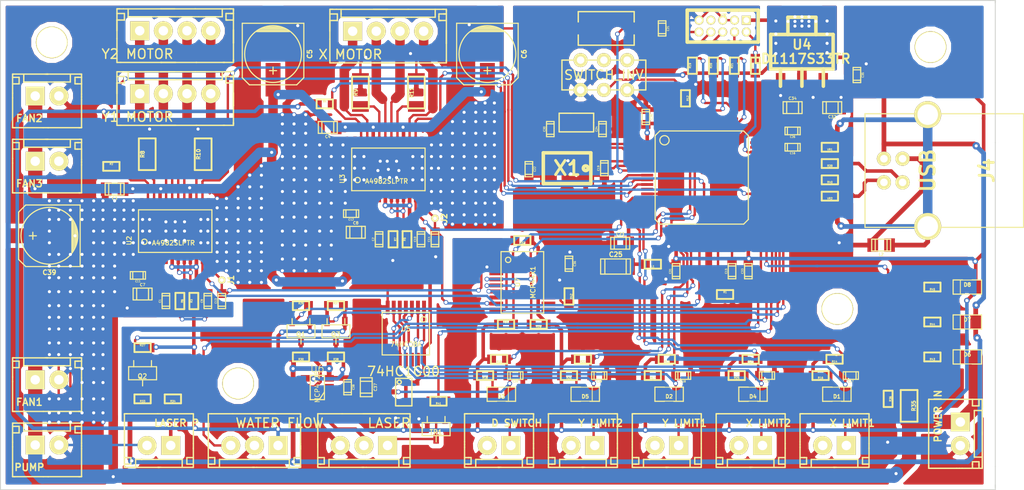
<source format=kicad_pcb>
(kicad_pcb (version 3) (host pcbnew "(2013-07-07 BZR 4022)-stable")
  (title_block (title LaserCo2Board) (rev 1.0.0) (company "smartDIYs Co.,Ltd.") (comment 1 http://www.smartdiys.com/))
  (layers (15 F.Cu signal) (0 B.Cu signal) (18 B.Paste user) (19 F.Paste user) (20 B.SilkS user) (21 F.SilkS user) (22 B.Mask user) (23 F.Mask user) (28 Edge.Cuts user))
  (net 0 "")
  (net 1 +3.3V)
  (net 2 BOOT0)
  (net 3 CHECK_12V)
  (net 4 D_SWITCH)
  (net 5 GND)
  (net 6 LASER_ANALOG)
  (net 7 LASER_OUT)
  (net 8 LASER_POINT)
  (net 9 LASER_POINT_CONN)
  (net 10 N-000001)
  (net 11 N-0000010)
  (net 12 N-0000011)
  (net 13 N-0000012)
  (net 14 N-0000013)
  (net 15 N-0000014)
  (net 16 N-000002)
  (net 17 N-0000027)
  (net 18 N-0000030)
  (net 19 N-0000031)
  (net 20 N-0000032)
  (net 21 N-0000034)
  (net 22 N-0000035)
  (net 23 N-0000038)
  (net 24 N-0000039)
  (net 25 N-0000040)
  (net 26 N-0000041)
  (net 27 N-0000042)
  (net 28 N-0000043)
  (net 29 N-0000044)
  (net 30 N-0000045)
  (net 31 N-0000046)
  (net 32 N-0000047)
  (net 33 N-0000050)
  (net 34 N-0000057)
  (net 35 N-0000058)
  (net 36 N-0000064)
  (net 37 N-0000066)
  (net 38 N-0000067)
  (net 39 N-0000068)
  (net 40 N-0000069)
  (net 41 N-000007)
  (net 42 N-0000076)
  (net 43 N-0000077)
  (net 44 N-0000078)
  (net 45 N-000008)
  (net 46 N-0000080)
  (net 47 N-0000081)
  (net 48 N-0000082)
  (net 49 N-0000087)
  (net 50 N-000009)
  (net 51 OSC32_IN)
  (net 52 OSC32_OUT)
  (net 53 OSC_IN)
  (net 54 OSC_OUT)
  (net 55 RESET)
  (net 56 SCL0)
  (net 57 SCL1)
  (net 58 SDA0)
  (net 59 SDA1)
  (net 60 TCK)
  (net 61 TDI)
  (net 62 TDO)
  (net 63 TMS)
  (net 64 USBM)
  (net 65 USBP)
  (net 66 VBUS)
  (net 67 VDDA)
  (net 68 V_IN)
  (net 69 WATER_FLOW)
  (net 70 X_DIR)
  (net 71 X_EN)
  (net 72 X_LIMIT1)
  (net 73 X_LIMIT2)
  (net 74 X_MOT_1A)
  (net 75 X_MOT_1B)
  (net 76 X_MOT_2A)
  (net 77 X_MOT_2B)
  (net 78 X_REF)
  (net 79 X_STEP)
  (net 80 Y_DIR)
  (net 81 Y_EN)
  (net 82 Y_LIMIT1)
  (net 83 Y_LIMIT2)
  (net 84 Y_MOT_1A)
  (net 85 Y_MOT_1B)
  (net 86 Y_MOT_2A)
  (net 87 Y_MOT_2B)
  (net 88 Y_REF)
  (net 89 Y_STEP)
  (module Xtal_5x3.2 (layer F.Cu) (at 90.3 48.5 180)
    (fp_text reference X1 (at 0 0 180) (layer F.SilkS) (effects (font (size 1.524 1.524) (thickness 0.3048))))
    (fp_text value CRYSTAL_4PIN hide)
    (pad 1 smd rect (at -1.99898 1.19888 180) (size 1.80086 1.19888) (layers F.Cu F.Paste F.Mask) (net 53 OSC_IN))
    (pad 2 smd rect (at 1.99898 1.19888 180) (size 1.80086 1.19888) (layers F.Cu F.Paste F.Mask) (net 5 GND))
    (pad 3 smd rect (at 1.99898 -1.19888 180) (size 1.80086 1.19888) (layers F.Cu F.Paste F.Mask) (net 54 OSC_OUT))
    (pad 4 smd rect (at -1.99898 -1.19888 180) (size 1.80086 1.19888) (layers F.Cu F.Paste F.Mask) (net 5 GND))
  )
  (module Vref (layer F.Cu) (at 76.125 53.875 270)
    (fp_text reference J2 (at 0 -1.00076 270) (layer F.SilkS) (effects (font (size 0.59944 0.59944) (thickness 0.14986))))
    (fp_text value "X VREF" hide)
    (pad 1 thru_hole circle (at 0 0 270) (size 0.8001 0.8001) (drill 0.39878) (layers *.Cu *.Mask F.SilkS) (net 78 X_REF))
  )
  (module Vref (layer F.Cu) (at 53.25 60.5 270)
    (fp_text reference J1 (at 0 -1.00076 270) (layer F.SilkS) (effects (font (size 0.59944 0.59944) (thickness 0.14986))))
    (fp_text value "Y VREF" hide)
    (pad 1 thru_hole circle (at 0 0 270) (size 0.8001 0.8001) (drill 0.39878) (layers *.Cu *.Mask F.SilkS) (net 88 Y_REF))
  )
  (module USB_B (layer F.Cu) (at 129 48.75 90)
    (fp_text reference J4 (at 0 6.35 90) (layer F.SilkS) (effects (font (size 1.524 1.524) (thickness 0.3048))))
    (fp_text value USB (at 0 0 90) (layer F.SilkS) (effects (font (size 1.524 1.524) (thickness 0.3048))))
    (pad 1 thru_hole circle (at 1.27 -4.699 90) (size 1.524 1.524) (drill 0.8128) (layers *.Cu *.Mask F.SilkS) (net 66 VBUS))
    (pad 2 thru_hole circle (at -1.27 -4.699 90) (size 1.524 1.524) (drill 0.8128) (layers *.Cu *.Mask F.SilkS) (net 43 N-0000077))
    (pad 3 thru_hole circle (at -1.27 -2.70002 90) (size 1.524 1.524) (drill 0.8128) (layers *.Cu *.Mask F.SilkS) (net 44 N-0000078))
    (pad 4 thru_hole circle (at 1.27 -2.70002 90) (size 1.524 1.524) (drill 0.8128) (layers *.Cu *.Mask F.SilkS) (net 5 GND))
    (pad 5 thru_hole circle (at 5.99948 0 90) (size 2.9 2.9) (drill 2.2) (layers *.Cu *.Mask F.SilkS) (net 37 N-0000066))
    (pad 6 thru_hole circle (at -5.99948 0 90) (size 2.9 2.9) (drill 2.2) (layers *.Cu *.Mask F.SilkS) (net 37 N-0000066))
  )
  (module TSSOP-24-thin_pads (layer F.Cu) (at 71.125 48.625)
    (fp_text reference U3 (at -4.9403 1.016 90) (layer F.SilkS) (effects (font (size 0.50038 0.50038) (thickness 0.09906))))
    (fp_text value A4982SLPTR (at -0.1905 1.27) (layer F.SilkS) (effects (font (size 0.50038 0.50038) (thickness 0.09906))))
    (pad 6 smd rect (at -0.32512 2.79908) (size 0.3691 1.47066) (layers F.Cu F.Paste F.Mask) (net 1 +3.3V))
    (pad 7 smd rect (at 0.32512 2.79908) (size 0.3691 1.47066) (layers F.Cu F.Paste F.Mask) (net 25 N-0000040))
    (pad 8 smd rect (at 0.97536 2.79908) (size 0.3691 1.47066) (layers F.Cu F.Paste F.Mask) (net 28 N-0000043))
    (pad 9 smd rect (at 1.6256 2.79908) (size 0.3691 1.47066) (layers F.Cu F.Paste F.Mask) (net 25 N-0000040))
    (pad 22 smd rect (at -2.26568 -2.794) (size 0.3691 1.47066) (layers F.Cu F.Paste F.Mask) (net 77 X_MOT_2B))
    (pad 3 smd rect (at -2.27584 2.79908) (size 0.3691 1.47066) (layers F.Cu F.Paste F.Mask) (net 29 N-0000044))
    (pad 4 smd rect (at -1.6256 2.79908) (size 0.3691 1.47066) (layers F.Cu F.Paste F.Mask) (net 27 N-0000042))
    (pad 5 smd rect (at -0.97536 2.79908) (size 0.3691 1.47066) (layers F.Cu F.Paste F.Mask) (net 1 +3.3V))
    (pad 15 smd rect (at 2.27584 -2.79908) (size 0.3691 1.47066) (layers F.Cu F.Paste F.Mask) (net 75 X_MOT_1B))
    (pad 16 smd rect (at 1.6256 -2.79908) (size 0.3691 1.47066) (layers F.Cu F.Paste F.Mask) (net 68 V_IN))
    (pad 17 smd rect (at 0.97536 -2.79908) (size 0.3691 1.47066) (layers F.Cu F.Paste F.Mask) (net 26 N-0000041))
    (pad 18 smd rect (at 0.32512 -2.79908) (size 0.3691 1.47066) (layers F.Cu F.Paste F.Mask) (net 74 X_MOT_1A))
    (pad 19 smd rect (at -0.32512 -2.79908) (size 0.3691 1.47066) (layers F.Cu F.Paste F.Mask) (net 76 X_MOT_2A))
    (pad 20 smd rect (at -0.97536 -2.79908) (size 0.3691 1.47066) (layers F.Cu F.Paste F.Mask) (net 30 N-0000045))
    (pad 10 smd rect (at 2.27584 2.79908) (size 0.3691 1.47066) (layers F.Cu F.Paste F.Mask) (net 1 +3.3V))
    (pad 21 smd rect (at -1.6256 -2.794) (size 0.3691 1.47066) (layers F.Cu F.Paste F.Mask) (net 68 V_IN))
    (pad 2 smd rect (at -2.92608 2.79908) (size 0.3691 1.47066) (layers F.Cu F.Paste F.Mask) (net 19 N-0000031))
    (pad 11 smd rect (at 2.92608 2.79908) (size 0.3691 1.47066) (layers F.Cu F.Paste F.Mask) (net 79 X_STEP))
    (pad 14 smd rect (at 2.92608 -2.79908) (size 0.3691 1.47066) (layers F.Cu F.Paste F.Mask) (net 70 X_DIR))
    (pad 23 smd rect (at -2.92608 -2.79908) (size 0.3691 1.47066) (layers F.Cu F.Paste F.Mask) (net 71 X_EN))
    (pad 1 smd rect (at -3.57378 2.79908) (size 0.3691 1.47066) (layers F.Cu F.Paste F.Mask) (net 20 N-0000032))
    (pad 12 smd rect (at 3.57378 2.79908) (size 0.3691 1.47066) (layers F.Cu F.Paste F.Mask) (net 78 X_REF))
    (pad 13 smd rect (at 3.57378 -2.79908) (size 0.3691 1.47066) (layers F.Cu F.Paste F.Mask) (net 5 GND))
    (pad 24 smd rect (at -3.57378 -2.79908) (size 0.3691 1.47066) (layers F.Cu F.Paste F.Mask) (net 5 GND))
    (pad 25 smd rect (at 0 0) (size 4.32054 2.99974) (layers F.Cu F.Paste F.Mask) (net 5 GND))
  )
  (module TSSOP-24-thin_pads (layer F.Cu) (at 48.25 55.25)
    (fp_text reference U2 (at -4.9403 1.016 90) (layer F.SilkS) (effects (font (size 0.50038 0.50038) (thickness 0.09906))))
    (fp_text value A4982SLPTR (at -0.1905 1.27) (layer F.SilkS) (effects (font (size 0.50038 0.50038) (thickness 0.09906))))
    (pad 6 smd rect (at -0.32512 2.79908) (size 0.3691 1.47066) (layers F.Cu F.Paste F.Mask) (net 1 +3.3V))
    (pad 7 smd rect (at 0.32512 2.79908) (size 0.3691 1.47066) (layers F.Cu F.Paste F.Mask) (net 45 N-000008))
    (pad 8 smd rect (at 0.97536 2.79908) (size 0.3691 1.47066) (layers F.Cu F.Paste F.Mask) (net 50 N-000009))
    (pad 9 smd rect (at 1.6256 2.79908) (size 0.3691 1.47066) (layers F.Cu F.Paste F.Mask) (net 45 N-000008))
    (pad 22 smd rect (at -2.26568 -2.794) (size 0.3691 1.47066) (layers F.Cu F.Paste F.Mask) (net 87 Y_MOT_2B))
    (pad 3 smd rect (at -2.27584 2.79908) (size 0.3691 1.47066) (layers F.Cu F.Paste F.Mask) (net 41 N-000007))
    (pad 4 smd rect (at -1.6256 2.79908) (size 0.3691 1.47066) (layers F.Cu F.Paste F.Mask) (net 17 N-0000027))
    (pad 5 smd rect (at -0.97536 2.79908) (size 0.3691 1.47066) (layers F.Cu F.Paste F.Mask) (net 1 +3.3V))
    (pad 15 smd rect (at 2.27584 -2.79908) (size 0.3691 1.47066) (layers F.Cu F.Paste F.Mask) (net 85 Y_MOT_1B))
    (pad 16 smd rect (at 1.6256 -2.79908) (size 0.3691 1.47066) (layers F.Cu F.Paste F.Mask) (net 68 V_IN))
    (pad 17 smd rect (at 0.97536 -2.79908) (size 0.3691 1.47066) (layers F.Cu F.Paste F.Mask) (net 23 N-0000038))
    (pad 18 smd rect (at 0.32512 -2.79908) (size 0.3691 1.47066) (layers F.Cu F.Paste F.Mask) (net 84 Y_MOT_1A))
    (pad 19 smd rect (at -0.32512 -2.79908) (size 0.3691 1.47066) (layers F.Cu F.Paste F.Mask) (net 86 Y_MOT_2A))
    (pad 20 smd rect (at -0.97536 -2.79908) (size 0.3691 1.47066) (layers F.Cu F.Paste F.Mask) (net 24 N-0000039))
    (pad 10 smd rect (at 2.27584 2.79908) (size 0.3691 1.47066) (layers F.Cu F.Paste F.Mask) (net 1 +3.3V))
    (pad 21 smd rect (at -1.6256 -2.794) (size 0.3691 1.47066) (layers F.Cu F.Paste F.Mask) (net 68 V_IN))
    (pad 2 smd rect (at -2.92608 2.79908) (size 0.3691 1.47066) (layers F.Cu F.Paste F.Mask) (net 21 N-0000034))
    (pad 11 smd rect (at 2.92608 2.79908) (size 0.3691 1.47066) (layers F.Cu F.Paste F.Mask) (net 89 Y_STEP))
    (pad 14 smd rect (at 2.92608 -2.79908) (size 0.3691 1.47066) (layers F.Cu F.Paste F.Mask) (net 80 Y_DIR))
    (pad 23 smd rect (at -2.92608 -2.79908) (size 0.3691 1.47066) (layers F.Cu F.Paste F.Mask) (net 81 Y_EN))
    (pad 1 smd rect (at -3.57378 2.79908) (size 0.3691 1.47066) (layers F.Cu F.Paste F.Mask) (net 22 N-0000035))
    (pad 12 smd rect (at 3.57378 2.79908) (size 0.3691 1.47066) (layers F.Cu F.Paste F.Mask) (net 88 Y_REF))
    (pad 13 smd rect (at 3.57378 -2.79908) (size 0.3691 1.47066) (layers F.Cu F.Paste F.Mask) (net 5 GND))
    (pad 24 smd rect (at -3.57378 -2.79908) (size 0.3691 1.47066) (layers F.Cu F.Paste F.Mask) (net 5 GND))
    (pad 25 smd rect (at 0 0) (size 4.32054 2.99974) (layers F.Cu F.Paste F.Mask) (net 5 GND))
  )
  (module TSSOP-20 (layer F.Cu) (at 85.5 60.75 270)
    (fp_text reference U7 (at 0 0.508 270) (layer F.SilkS) (effects (font (size 0.50038 0.50038) (thickness 0.09906))))
    (fp_text value MCP44X1 (at 0 -1.143 270) (layer F.SilkS) (effects (font (size 0.50038 0.50038) (thickness 0.09906))))
    (pad 5 smd rect (at -0.32512 2.79908 270) (size 0.4191 1.47066) (layers F.Cu F.Paste F.Mask) (net 56 SCL0))
    (pad 6 smd rect (at 0.32512 2.79908 270) (size 0.4191 1.47066) (layers F.Cu F.Paste F.Mask) (net 58 SDA0))
    (pad 7 smd rect (at 0.97536 2.79908 270) (size 0.4191 1.47066) (layers F.Cu F.Paste F.Mask) (net 5 GND))
    (pad 8 smd rect (at 1.6256 2.79908 270) (size 0.4191 1.47066) (layers F.Cu F.Paste F.Mask) (net 5 GND))
    (pad 19 smd rect (at -2.26568 -2.794 270) (size 0.4191 1.47066) (layers F.Cu F.Paste F.Mask))
    (pad 2 smd rect (at -2.27584 2.79908 270) (size 0.4191 1.47066) (layers F.Cu F.Paste F.Mask) (net 88 Y_REF))
    (pad 3 smd rect (at -1.6256 2.79908 270) (size 0.4191 1.47066) (layers F.Cu F.Paste F.Mask) (net 5 GND))
    (pad 4 smd rect (at -0.97536 2.79908 270) (size 0.4191 1.47066) (layers F.Cu F.Paste F.Mask) (net 5 GND))
    (pad 12 smd rect (at 2.27584 -2.79908 270) (size 0.4191 1.47066) (layers F.Cu F.Paste F.Mask))
    (pad 13 smd rect (at 1.6256 -2.79908 270) (size 0.4191 1.47066) (layers F.Cu F.Paste F.Mask))
    (pad 14 smd rect (at 0.97536 -2.79908 270) (size 0.4191 1.47066) (layers F.Cu F.Paste F.Mask))
    (pad 15 smd rect (at 0.32512 -2.79908 270) (size 0.4191 1.47066) (layers F.Cu F.Paste F.Mask) (net 13 N-0000012))
    (pad 16 smd rect (at -0.32512 -2.79908 270) (size 0.4191 1.47066) (layers F.Cu F.Paste F.Mask) (net 5 GND))
    (pad 17 smd rect (at -0.97536 -2.79908 270) (size 0.4191 1.47066) (layers F.Cu F.Paste F.Mask) (net 1 +3.3V))
    (pad 9 smd rect (at 2.27584 2.79908 270) (size 0.4191 1.47066) (layers F.Cu F.Paste F.Mask) (net 78 X_REF))
    (pad 18 smd rect (at -1.6256 -2.794 270) (size 0.4191 1.47066) (layers F.Cu F.Paste F.Mask))
    (pad 1 smd rect (at -2.92608 2.79908 270) (size 0.4191 1.47066) (layers F.Cu F.Paste F.Mask) (net 10 N-000001))
    (pad 10 smd rect (at 2.92608 2.79908 270) (size 0.4191 1.47066) (layers F.Cu F.Paste F.Mask) (net 10 N-000001))
    (pad 11 smd rect (at 2.92608 -2.79908 270) (size 0.4191 1.47066) (layers F.Cu F.Paste F.Mask))
    (pad 20 smd rect (at -2.92608 -2.79908 270) (size 0.4191 1.47066) (layers F.Cu F.Paste F.Mask))
  )
  (module TSSOP-14 (layer F.Cu) (at 73 66.25 180)
    (fp_text reference U5 (at 0 0.508 180) (layer F.SilkS) (effects (font (size 0.50038 0.50038) (thickness 0.09906))))
    (fp_text value 74HC08A (at 0 -1.143 180) (layer F.SilkS) (effects (font (size 0.50038 0.50038) (thickness 0.09906))))
    (pad 4 smd rect (at 0 2.79908 180) (size 0.4191 1.47066) (layers F.Cu F.Paste F.Mask) (net 82 Y_LIMIT1))
    (pad 5 smd rect (at 0.65024 2.79908 180) (size 0.4191 1.47066) (layers F.Cu F.Paste F.Mask) (net 83 Y_LIMIT2))
    (pad 6 smd rect (at 1.30048 2.79908 180) (size 0.4191 1.47066) (layers F.Cu F.Paste F.Mask) (net 32 N-0000047))
    (pad 7 smd rect (at 1.95072 2.79908 180) (size 0.4191 1.47066) (layers F.Cu F.Paste F.Mask) (net 5 GND))
    (pad 8 smd rect (at 1.95072 -2.79908 180) (size 0.4191 1.47066) (layers F.Cu F.Paste F.Mask) (net 48 N-0000082))
    (pad 1 smd rect (at -1.95072 2.79908 180) (size 0.4191 1.47066) (layers F.Cu F.Paste F.Mask) (net 72 X_LIMIT1))
    (pad 2 smd rect (at -1.30048 2.79908 180) (size 0.4191 1.47066) (layers F.Cu F.Paste F.Mask) (net 73 X_LIMIT2))
    (pad 3 smd rect (at -0.65024 2.79908 180) (size 0.4191 1.47066) (layers F.Cu F.Paste F.Mask) (net 31 N-0000046))
    (pad 9 smd rect (at 1.30048 -2.79908 180) (size 0.4191 1.47066) (layers F.Cu F.Paste F.Mask) (net 31 N-0000046))
    (pad 10 smd rect (at 0.65024 -2.79908 180) (size 0.4191 1.47066) (layers F.Cu F.Paste F.Mask) (net 32 N-0000047))
    (pad 11 smd rect (at 0 -2.79908 180) (size 0.4191 1.47066) (layers F.Cu F.Paste F.Mask))
    (pad 12 smd rect (at -0.65024 -2.79908 180) (size 0.4191 1.47066) (layers F.Cu F.Paste F.Mask))
    (pad 13 smd rect (at -1.30048 -2.79908 180) (size 0.4191 1.47066) (layers F.Cu F.Paste F.Mask))
    (pad 14 smd rect (at -1.95072 -2.79908 180) (size 0.4191 1.47066) (layers F.Cu F.Paste F.Mask) (net 1 +3.3V))
  )
  (module TSOP-5 (layer F.Cu) (at 72.75 72.5)
    (fp_text reference U8 hide)
    (fp_text value 74HC1G00 (at 0 -2.2) (layer F.SilkS))
    (pad 1 smd rect (at -1.2 -0.95) (size 1 0.55) (layers F.Cu F.Paste F.Mask) (net 48 N-0000082))
    (pad 2 smd rect (at -1.2 0) (size 1 0.55) (layers F.Cu F.Paste F.Mask) (net 4 D_SWITCH))
    (pad 3 smd rect (at -1.2 0.95) (size 1 0.55) (layers F.Cu F.Paste F.Mask) (net 5 GND))
    (pad 4 smd rect (at 1.2 0.95) (size 1 0.55) (layers F.Cu F.Paste F.Mask) (net 15 N-0000014))
    (pad 5 smd rect (at 1.2 -0.95) (size 1 0.55) (layers F.Cu F.Paste F.Mask) (net 1 +3.3V))
  )
  (module SOT23_6 (layer F.Cu) (at 63.5 72 90)
    (fp_text reference U6 (at 1.99898 0 180) (layer F.SilkS) (effects (font (size 0.762 0.762) (thickness 0.0762))))
    (fp_text value MCP4725 (at 0.0635 0 90) (layer F.SilkS) (effects (font (size 0.50038 0.50038) (thickness 0.0762))))
    (pad 6 smd rect (at -0.9525 -1.27 90) (size 0.70104 1.00076) (layers F.Cu F.Paste F.Mask) (net 5 GND))
    (pad 5 smd rect (at 0 -1.27 90) (size 0.70104 1.00076) (layers F.Cu F.Paste F.Mask) (net 38 N-0000067))
    (pad 4 smd rect (at 0.9525 -1.27 90) (size 0.70104 1.00076) (layers F.Cu F.Paste F.Mask) (net 36 N-0000064))
    (pad 3 smd rect (at 0.9525 1.27 90) (size 0.70104 1.00076) (layers F.Cu F.Paste F.Mask) (net 66 VBUS))
    (pad 2 smd rect (at 0 1.27 90) (size 0.70104 1.00076) (layers F.Cu F.Paste F.Mask) (net 5 GND))
    (pad 1 smd rect (at -0.9525 1.27 90) (size 0.70104 1.00076) (layers F.Cu F.Paste F.Mask) (net 6 LASER_ANALOG))
  )
  (module SOT-23 (layer F.Cu) (at 65.5 66 180)
    (fp_text reference Q3 (at 0.0254 -0.3302 180) (layer F.SilkS) (effects (font (size 0.50038 0.50038) (thickness 0.09906))))
    (fp_text value BSS138 hide)
    (pad G smd rect (at -0.9525 1.05664 180) (size 0.59944 1.00076) (layers F.Cu F.Paste F.Mask) (net 1 +3.3V))
    (pad D smd rect (at 0 -1.05664 180) (size 0.59944 1.00076) (layers F.Cu F.Paste F.Mask) (net 36 N-0000064))
    (pad S smd rect (at 0.9525 1.05664 180) (size 0.59944 1.00076) (layers F.Cu F.Paste F.Mask) (net 59 SDA1))
  )
  (module SOT-23 (layer F.Cu) (at 44.75 70.5 180)
    (fp_text reference Q2 (at 0.0254 -0.3302 180) (layer F.SilkS) (effects (font (size 0.50038 0.50038) (thickness 0.09906))))
    (fp_text value BSS138 hide)
    (pad G smd rect (at -0.9525 1.05664 180) (size 0.59944 1.00076) (layers F.Cu F.Paste F.Mask) (net 1 +3.3V))
    (pad D smd rect (at 0 -1.05664 180) (size 0.59944 1.00076) (layers F.Cu F.Paste F.Mask) (net 33 N-0000050))
    (pad S smd rect (at 0.9525 1.05664 180) (size 0.59944 1.00076) (layers F.Cu F.Paste F.Mask) (net 8 LASER_POINT))
  )
  (module SOT-23 (layer F.Cu) (at 76.25 76.5 180)
    (fp_text reference TR1 (at 0.0254 -0.3302 180) (layer F.SilkS) (effects (font (size 0.50038 0.50038) (thickness 0.09906))))
    (fp_text value BSH105 hide)
    (pad G smd rect (at -0.9525 1.05664 180) (size 0.59944 1.00076) (layers F.Cu F.Paste F.Mask) (net 14 N-0000013))
    (pad D smd rect (at 0 -1.05664 180) (size 0.59944 1.00076) (layers F.Cu F.Paste F.Mask) (net 7 LASER_OUT))
    (pad S smd rect (at 0.9525 1.05664 180) (size 0.59944 1.00076) (layers F.Cu F.Paste F.Mask) (net 5 GND))
  )
  (module SOT-23 (layer F.Cu) (at 61.75 66 180)
    (fp_text reference Q1 (at 0.0254 -0.3302 180) (layer F.SilkS) (effects (font (size 0.50038 0.50038) (thickness 0.09906))))
    (fp_text value BSS138 hide)
    (pad G smd rect (at -0.9525 1.05664 180) (size 0.59944 1.00076) (layers F.Cu F.Paste F.Mask) (net 1 +3.3V))
    (pad D smd rect (at 0 -1.05664 180) (size 0.59944 1.00076) (layers F.Cu F.Paste F.Mask) (net 38 N-0000067))
    (pad S smd rect (at 0.9525 1.05664 180) (size 0.59944 1.00076) (layers F.Cu F.Paste F.Mask) (net 57 SCL1))
  )
  (module SOT-223 (layer F.Cu) (at 115.5 36)
    (fp_text reference U4 (at 0 -0.762) (layer F.SilkS) (effects (font (size 1.016 1.016) (thickness 0.2032))))
    (fp_text value LD1117S33TR (at 0 0.762) (layer F.SilkS) (effects (font (size 1.016 1.016) (thickness 0.2032))))
    (pad 4 smd rect (at 0 -3.302) (size 3.6576 2.032) (layers F.Cu F.Paste F.Mask) (net 1 +3.3V))
    (pad 2 smd rect (at 0 3.302) (size 1.016 2.032) (layers F.Cu F.Paste F.Mask) (net 1 +3.3V))
    (pad 3 smd rect (at 2.286 3.302) (size 1.016 2.032) (layers F.Cu F.Paste F.Mask) (net 66 VBUS))
    (pad 1 smd rect (at -2.286 3.302) (size 1.016 2.032) (layers F.Cu F.Paste F.Mask) (net 5 GND))
  )
  (module R_1206 (layer F.Cu) (at 51.25 47 90)
    (fp_text reference R10 (at 0 -0.50038 90) (layer F.SilkS) (effects (font (size 0.39878 0.39878) (thickness 0.09906))))
    (fp_text value 0R1 hide)
    (pad 1 smd rect (at -1.50114 0 90) (size 1.15062 1.80086) (layers F.Cu F.Paste F.Mask) (net 23 N-0000038))
    (pad 2 smd rect (at 1.50114 0 90) (size 1.15062 1.80086) (layers F.Cu F.Paste F.Mask) (net 5 GND))
  )
  (module R_1206 (layer F.Cu) (at 74.125 40.375 90)
    (fp_text reference R11 (at 0 -0.50038 90) (layer F.SilkS) (effects (font (size 0.39878 0.39878) (thickness 0.09906))))
    (fp_text value 0R1 hide)
    (pad 1 smd rect (at -1.50114 0 90) (size 1.15062 1.80086) (layers F.Cu F.Paste F.Mask) (net 26 N-0000041))
    (pad 2 smd rect (at 1.50114 0 90) (size 1.15062 1.80086) (layers F.Cu F.Paste F.Mask) (net 5 GND))
  )
  (module R_1206 (layer F.Cu) (at 68.125 40.375 90)
    (fp_text reference R9 (at 0 -0.50038 90) (layer F.SilkS) (effects (font (size 0.39878 0.39878) (thickness 0.09906))))
    (fp_text value 0R1 hide)
    (pad 1 smd rect (at -1.50114 0 90) (size 1.15062 1.80086) (layers F.Cu F.Paste F.Mask) (net 30 N-0000045))
    (pad 2 smd rect (at 1.50114 0 90) (size 1.15062 1.80086) (layers F.Cu F.Paste F.Mask) (net 5 GND))
  )
  (module R_1206 (layer F.Cu) (at 45.25 47 90)
    (fp_text reference R8 (at 0 -0.50038 90) (layer F.SilkS) (effects (font (size 0.39878 0.39878) (thickness 0.09906))))
    (fp_text value 0R1 hide)
    (pad 1 smd rect (at -1.50114 0 90) (size 1.15062 1.80086) (layers F.Cu F.Paste F.Mask) (net 24 N-0000039))
    (pad 2 smd rect (at 1.50114 0 90) (size 1.15062 1.80086) (layers F.Cu F.Paste F.Mask) (net 5 GND))
  )
  (module R_1206 (layer F.Cu) (at 127 74 270)
    (fp_text reference R35 (at 0 -0.50038 270) (layer F.SilkS) (effects (font (size 0.39878 0.39878) (thickness 0.09906))))
    (fp_text value 1k5 hide)
    (pad 1 smd rect (at -1.50114 0 270) (size 1.15062 1.80086) (layers F.Cu F.Paste F.Mask) (net 3 CHECK_12V))
    (pad 2 smd rect (at 1.50114 0 270) (size 1.15062 1.80086) (layers F.Cu F.Paste F.Mask) (net 68 V_IN))
  )
  (module R_0603 (layer F.Cu) (at 110 69 180)
    (fp_text reference R24 (at 0 -0.24892 180) (layer F.SilkS) (effects (font (size 0.20066 0.20066) (thickness 0.0508))))
    (fp_text value 10k hide)
    (pad 1 smd rect (at -0.8001 0 180) (size 0.94996 1.00076) (layers F.Cu F.Paste F.Mask) (net 73 X_LIMIT2))
    (pad 2 smd rect (at 0.8001 0 180) (size 0.94996 1.00076) (layers F.Cu F.Paste F.Mask) (net 1 +3.3V))
  )
  (module R_0603 (layer F.Cu) (at 118.5 51.5 180)
    (fp_text reference VR2 (at 0 -0.24892 180) (layer F.SilkS) (effects (font (size 0.20066 0.20066) (thickness 0.0508))))
    (fp_text value CG0603MLC-05E hide)
    (pad 1 smd rect (at -0.8001 0 180) (size 0.94996 1.00076) (layers F.Cu F.Paste F.Mask) (net 37 N-0000066))
    (pad 2 smd rect (at 0.8001 0 180) (size 0.94996 1.00076) (layers F.Cu F.Paste F.Mask) (net 43 N-0000077))
  )
  (module R_0603 (layer F.Cu) (at 99.5 58.8 180)
    (fp_text reference L1 (at 0 -0.24892 180) (layer F.SilkS) (effects (font (size 0.20066 0.20066) (thickness 0.0508))))
    (fp_text value "Ferrite bead" hide)
    (pad 1 smd rect (at -0.8001 0 180) (size 0.94996 1.00076) (layers F.Cu F.Paste F.Mask) (net 1 +3.3V))
    (pad 2 smd rect (at 0.8001 0 180) (size 0.94996 1.00076) (layers F.Cu F.Paste F.Mask) (net 67 VDDA))
  )
  (module R_0603 (layer F.Cu) (at 90.5 70.75 180)
    (fp_text reference R26 (at 0 -0.24892 180) (layer F.SilkS) (effects (font (size 0.20066 0.20066) (thickness 0.0508))))
    (fp_text value 470R hide)
    (pad 1 smd rect (at -0.8001 0 180) (size 0.94996 1.00076) (layers F.Cu F.Paste F.Mask) (net 35 N-0000058))
    (pad 2 smd rect (at 0.8001 0 180) (size 0.94996 1.00076) (layers F.Cu F.Paste F.Mask) (net 1 +3.3V))
  )
  (module R_0603 (layer F.Cu) (at 92 69 180)
    (fp_text reference R23 (at 0 -0.24892 180) (layer F.SilkS) (effects (font (size 0.20066 0.20066) (thickness 0.0508))))
    (fp_text value 10k hide)
    (pad 1 smd rect (at -0.8001 0 180) (size 0.94996 1.00076) (layers F.Cu F.Paste F.Mask) (net 83 Y_LIMIT2))
    (pad 2 smd rect (at 0.8001 0 180) (size 0.94996 1.00076) (layers F.Cu F.Paste F.Mask) (net 1 +3.3V))
  )
  (module R_0603 (layer F.Cu) (at 108.5 70.75 180)
    (fp_text reference R25 (at 0 -0.24892 180) (layer F.SilkS) (effects (font (size 0.20066 0.20066) (thickness 0.0508))))
    (fp_text value 470R hide)
    (pad 1 smd rect (at -0.8001 0 180) (size 0.94996 1.00076) (layers F.Cu F.Paste F.Mask) (net 34 N-0000057))
    (pad 2 smd rect (at 0.8001 0 180) (size 0.94996 1.00076) (layers F.Cu F.Paste F.Mask) (net 1 +3.3V))
  )
  (module R_0603 (layer F.Cu) (at 103 41 270)
    (fp_text reference R12 (at 0 -0.24892 270) (layer F.SilkS) (effects (font (size 0.20066 0.20066) (thickness 0.0508))))
    (fp_text value 10k hide)
    (pad 1 smd rect (at -0.8001 0 270) (size 0.94996 1.00076) (layers F.Cu F.Paste F.Mask) (net 46 N-0000080))
    (pad 2 smd rect (at 0.8001 0 270) (size 0.94996 1.00076) (layers F.Cu F.Paste F.Mask) (net 2 BOOT0))
  )
  (module R_0603 (layer F.Cu) (at 83 69 180)
    (fp_text reference R15 (at 0 -0.24892 180) (layer F.SilkS) (effects (font (size 0.20066 0.20066) (thickness 0.0508))))
    (fp_text value 10k hide)
    (pad 1 smd rect (at -0.8001 0 180) (size 0.94996 1.00076) (layers F.Cu F.Paste F.Mask) (net 4 D_SWITCH))
    (pad 2 smd rect (at 0.8001 0 180) (size 0.94996 1.00076) (layers F.Cu F.Paste F.Mask) (net 1 +3.3V))
  )
  (module R_0603 (layer F.Cu) (at 81.5 70.75 180)
    (fp_text reference R18 (at 0 -0.24892 180) (layer F.SilkS) (effects (font (size 0.20066 0.20066) (thickness 0.0508))))
    (fp_text value 470R hide)
    (pad 1 smd rect (at -0.8001 0 180) (size 0.94996 1.00076) (layers F.Cu F.Paste F.Mask) (net 16 N-000002))
    (pad 2 smd rect (at 0.8001 0 180) (size 0.94996 1.00076) (layers F.Cu F.Paste F.Mask) (net 1 +3.3V))
  )
  (module R_0603 (layer F.Cu) (at 48 73.25 180)
    (fp_text reference R34 (at 0 -0.24892 180) (layer F.SilkS) (effects (font (size 0.20066 0.20066) (thickness 0.0508))))
    (fp_text value 75R hide)
    (pad 1 smd rect (at -0.8001 0 180) (size 0.94996 1.00076) (layers F.Cu F.Paste F.Mask) (net 9 LASER_POINT_CONN))
    (pad 2 smd rect (at 0.8001 0 180) (size 0.94996 1.00076) (layers F.Cu F.Paste F.Mask) (net 33 N-0000050))
  )
  (module R_0603 (layer F.Cu) (at 110.5 37.5 90)
    (fp_text reference R22 (at 0 -0.24892 90) (layer F.SilkS) (effects (font (size 0.20066 0.20066) (thickness 0.0508))))
    (fp_text value 10k hide)
    (pad 1 smd rect (at -0.8001 0 90) (size 0.94996 1.00076) (layers F.Cu F.Paste F.Mask) (net 1 +3.3V))
    (pad 2 smd rect (at 0.8001 0 90) (size 0.94996 1.00076) (layers F.Cu F.Paste F.Mask) (net 63 TMS))
  )
  (module R_0603 (layer F.Cu) (at 101 69 180)
    (fp_text reference R13 (at 0 -0.24892 180) (layer F.SilkS) (effects (font (size 0.20066 0.20066) (thickness 0.0508))))
    (fp_text value 10k hide)
    (pad 1 smd rect (at -0.8001 0 180) (size 0.94996 1.00076) (layers F.Cu F.Paste F.Mask) (net 82 Y_LIMIT1))
    (pad 2 smd rect (at 0.8001 0 180) (size 0.94996 1.00076) (layers F.Cu F.Paste F.Mask) (net 1 +3.3V))
  )
  (module R_0603 (layer F.Cu) (at 106 37.5 90)
    (fp_text reference R20 (at 0 -0.24892 90) (layer F.SilkS) (effects (font (size 0.20066 0.20066) (thickness 0.0508))))
    (fp_text value 10k hide)
    (pad 1 smd rect (at -0.8001 0 90) (size 0.94996 1.00076) (layers F.Cu F.Paste F.Mask) (net 1 +3.3V))
    (pad 2 smd rect (at 0.8001 0 90) (size 0.94996 1.00076) (layers F.Cu F.Paste F.Mask) (net 62 TDO))
  )
  (module R_0603 (layer F.Cu) (at 103.75 37.5 90)
    (fp_text reference R19 (at 0 -0.24892 90) (layer F.SilkS) (effects (font (size 0.20066 0.20066) (thickness 0.0508))))
    (fp_text value 10k hide)
    (pad 1 smd rect (at -0.8001 0 90) (size 0.94996 1.00076) (layers F.Cu F.Paste F.Mask) (net 1 +3.3V))
    (pad 2 smd rect (at 0.8001 0 90) (size 0.94996 1.00076) (layers F.Cu F.Paste F.Mask) (net 61 TDI))
  )
  (module R_0603 (layer F.Cu) (at 119 69 180)
    (fp_text reference R14 (at 0 -0.24892 180) (layer F.SilkS) (effects (font (size 0.20066 0.20066) (thickness 0.0508))))
    (fp_text value 10k hide)
    (pad 1 smd rect (at -0.8001 0 180) (size 0.94996 1.00076) (layers F.Cu F.Paste F.Mask) (net 72 X_LIMIT1))
    (pad 2 smd rect (at 0.8001 0 180) (size 0.94996 1.00076) (layers F.Cu F.Paste F.Mask) (net 1 +3.3V))
  )
  (module R_0603 (layer F.Cu) (at 108.25 37.5 90)
    (fp_text reference R21 (at 0 -0.24892 90) (layer F.SilkS) (effects (font (size 0.20066 0.20066) (thickness 0.0508))))
    (fp_text value 10k hide)
    (pad 1 smd rect (at -0.8001 0 90) (size 0.94996 1.00076) (layers F.Cu F.Paste F.Mask) (net 1 +3.3V))
    (pad 2 smd rect (at 0.8001 0 90) (size 0.94996 1.00076) (layers F.Cu F.Paste F.Mask) (net 60 TCK))
  )
  (module R_0603 (layer F.Cu) (at 118.5 48 180)
    (fp_text reference R39 (at 0 -0.24892 180) (layer F.SilkS) (effects (font (size 0.20066 0.20066) (thickness 0.0508))))
    (fp_text value 22R hide)
    (pad 1 smd rect (at -0.8001 0 180) (size 0.94996 1.00076) (layers F.Cu F.Paste F.Mask) (net 44 N-0000078))
    (pad 2 smd rect (at 0.8001 0 180) (size 0.94996 1.00076) (layers F.Cu F.Paste F.Mask) (net 65 USBP))
  )
  (module R_0603 (layer F.Cu) (at 118.5 49.75 180)
    (fp_text reference R40 (at 0 -0.24892 180) (layer F.SilkS) (effects (font (size 0.20066 0.20066) (thickness 0.0508))))
    (fp_text value 22R hide)
    (pad 1 smd rect (at -0.8001 0 180) (size 0.94996 1.00076) (layers F.Cu F.Paste F.Mask) (net 43 N-0000077))
    (pad 2 smd rect (at 0.8001 0 180) (size 0.94996 1.00076) (layers F.Cu F.Paste F.Mask) (net 64 USBM))
  )
  (module R_0603 (layer F.Cu) (at 76.5 73.5 180)
    (fp_text reference R41 (at 0 -0.24892 180) (layer F.SilkS) (effects (font (size 0.20066 0.20066) (thickness 0.0508))))
    (fp_text value 100R hide)
    (pad 1 smd rect (at -0.8001 0 180) (size 0.94996 1.00076) (layers F.Cu F.Paste F.Mask) (net 14 N-0000013))
    (pad 2 smd rect (at 0.8001 0 180) (size 0.94996 1.00076) (layers F.Cu F.Paste F.Mask) (net 15 N-0000014))
  )
  (module R_0603 (layer F.Cu) (at 118.5 46.25 180)
    (fp_text reference VR1 (at 0 -0.24892 180) (layer F.SilkS) (effects (font (size 0.20066 0.20066) (thickness 0.0508))))
    (fp_text value CG0603MLC-05E hide)
    (pad 1 smd rect (at -0.8001 0 180) (size 0.94996 1.00076) (layers F.Cu F.Paste F.Mask) (net 37 N-0000066))
    (pad 2 smd rect (at 0.8001 0 180) (size 0.94996 1.00076) (layers F.Cu F.Paste F.Mask) (net 44 N-0000078))
  )
  (module R_0603 (layer F.Cu) (at 107.25 62.05)
    (fp_text reference R1 (at 0 -0.24892) (layer F.SilkS) (effects (font (size 0.20066 0.20066) (thickness 0.0508))))
    (fp_text value 10k hide)
    (pad 1 smd rect (at -0.8001 0) (size 0.94996 1.00076) (layers F.Cu F.Paste F.Mask) (net 47 N-0000081))
    (pad 2 smd rect (at 0.8001 0) (size 0.94996 1.00076) (layers F.Cu F.Paste F.Mask) (net 5 GND))
  )
  (module R_0603 (layer F.Cu) (at 129.5 65 180)
    (fp_text reference R44 (at 0 -0.24892 180) (layer F.SilkS) (effects (font (size 0.20066 0.20066) (thickness 0.0508))))
    (fp_text value 1K hide)
    (pad 1 smd rect (at -0.8001 0 180) (size 0.94996 1.00076) (layers F.Cu F.Paste F.Mask) (net 42 N-0000076))
    (pad 2 smd rect (at 0.8001 0 180) (size 0.94996 1.00076) (layers F.Cu F.Paste F.Mask) (net 5 GND))
  )
  (module R_0603 (layer F.Cu) (at 61.75 68.75 180)
    (fp_text reference R30 (at 0 -0.24892 180) (layer F.SilkS) (effects (font (size 0.20066 0.20066) (thickness 0.0508))))
    (fp_text value 10k hide)
    (pad 1 smd rect (at -0.8001 0 180) (size 0.94996 1.00076) (layers F.Cu F.Paste F.Mask) (net 38 N-0000067))
    (pad 2 smd rect (at 0.8001 0 180) (size 0.94996 1.00076) (layers F.Cu F.Paste F.Mask) (net 66 VBUS))
  )
  (module R_0603 (layer F.Cu) (at 129.5 61.25 180)
    (fp_text reference R45 (at 0 -0.24892 180) (layer F.SilkS) (effects (font (size 0.20066 0.20066) (thickness 0.0508))))
    (fp_text value 470R hide)
    (pad 1 smd rect (at -0.8001 0 180) (size 0.94996 1.00076) (layers F.Cu F.Paste F.Mask) (net 18 N-0000030))
    (pad 2 smd rect (at 0.8001 0 180) (size 0.94996 1.00076) (layers F.Cu F.Paste F.Mask) (net 5 GND))
  )
  (module R_0603 (layer F.Cu) (at 129.5 68.75 180)
    (fp_text reference R43 (at 0 -0.24892 180) (layer F.SilkS) (effects (font (size 0.20066 0.20066) (thickness 0.0508))))
    (fp_text value 4k7 hide)
    (pad 1 smd rect (at -0.8001 0 180) (size 0.94996 1.00076) (layers F.Cu F.Paste F.Mask) (net 49 N-0000087))
    (pad 2 smd rect (at 0.8001 0 180) (size 0.94996 1.00076) (layers F.Cu F.Paste F.Mask) (net 5 GND))
  )
  (module R_0603 (layer F.Cu) (at 65.5 63.25)
    (fp_text reference R37 (at 0 -0.24892) (layer F.SilkS) (effects (font (size 0.20066 0.20066) (thickness 0.0508))))
    (fp_text value 10k hide)
    (pad 1 smd rect (at -0.8001 0) (size 0.94996 1.00076) (layers F.Cu F.Paste F.Mask) (net 59 SDA1))
    (pad 2 smd rect (at 0.8001 0) (size 0.94996 1.00076) (layers F.Cu F.Paste F.Mask) (net 1 +3.3V))
  )
  (module R_0603 (layer F.Cu) (at 65.5 68.75 180)
    (fp_text reference R38 (at 0 -0.24892 180) (layer F.SilkS) (effects (font (size 0.20066 0.20066) (thickness 0.0508))))
    (fp_text value 10k hide)
    (pad 1 smd rect (at -0.8001 0 180) (size 0.94996 1.00076) (layers F.Cu F.Paste F.Mask) (net 36 N-0000064))
    (pad 2 smd rect (at 0.8001 0 180) (size 0.94996 1.00076) (layers F.Cu F.Paste F.Mask) (net 66 VBUS))
  )
  (module R_0603 (layer F.Cu) (at 85.5 56.25 180)
    (fp_text reference R32 (at 0 -0.24892 180) (layer F.SilkS) (effects (font (size 0.20066 0.20066) (thickness 0.0508))))
    (fp_text value 2k7 hide)
    (pad 1 smd rect (at -0.8001 0 180) (size 0.94996 1.00076) (layers F.Cu F.Paste F.Mask) (net 1 +3.3V))
    (pad 2 smd rect (at 0.8001 0 180) (size 0.94996 1.00076) (layers F.Cu F.Paste F.Mask) (net 10 N-000001))
  )
  (module R_0603 (layer F.Cu) (at 61.75 63.25)
    (fp_text reference R29 (at 0 -0.24892) (layer F.SilkS) (effects (font (size 0.20066 0.20066) (thickness 0.0508))))
    (fp_text value 10k hide)
    (pad 1 smd rect (at -0.8001 0) (size 0.94996 1.00076) (layers F.Cu F.Paste F.Mask) (net 57 SCL1))
    (pad 2 smd rect (at 0.8001 0) (size 0.94996 1.00076) (layers F.Cu F.Paste F.Mask) (net 1 +3.3V))
  )
  (module R_0603 (layer F.Cu) (at 99.5 70.75 180)
    (fp_text reference R17 (at 0 -0.24892 180) (layer F.SilkS) (effects (font (size 0.20066 0.20066) (thickness 0.0508))))
    (fp_text value 470R hide)
    (pad 1 smd rect (at -0.8001 0 180) (size 0.94996 1.00076) (layers F.Cu F.Paste F.Mask) (net 11 N-0000010))
    (pad 2 smd rect (at 0.8001 0 180) (size 0.94996 1.00076) (layers F.Cu F.Paste F.Mask) (net 1 +3.3V))
  )
  (module R_0603 (layer F.Cu) (at 117.5 70.75 180)
    (fp_text reference R16 (at 0 -0.24892 180) (layer F.SilkS) (effects (font (size 0.20066 0.20066) (thickness 0.0508))))
    (fp_text value 470R hide)
    (pad 1 smd rect (at -0.8001 0 180) (size 0.94996 1.00076) (layers F.Cu F.Paste F.Mask) (net 12 N-0000011))
    (pad 2 smd rect (at 0.8001 0 180) (size 0.94996 1.00076) (layers F.Cu F.Paste F.Mask) (net 1 +3.3V))
  )
  (module R_0603 (layer F.Cu) (at 90.5 62.25 270)
    (fp_text reference R42 (at 0 -0.24892 270) (layer F.SilkS) (effects (font (size 0.20066 0.20066) (thickness 0.0508))))
    (fp_text value 10k hide)
    (pad 1 smd rect (at -0.8001 0 270) (size 0.94996 1.00076) (layers F.Cu F.Paste F.Mask) (net 1 +3.3V))
    (pad 2 smd rect (at 0.8001 0 270) (size 0.94996 1.00076) (layers F.Cu F.Paste F.Mask) (net 13 N-0000012))
  )
  (module R_0603 (layer F.Cu) (at 71.625 56.125 270)
    (fp_text reference R7 (at 0 -0.24892 270) (layer F.SilkS) (effects (font (size 0.20066 0.20066) (thickness 0.0508))))
    (fp_text value 0R hide)
    (pad 1 smd rect (at -0.8001 0 270) (size 0.94996 1.00076) (layers F.Cu F.Paste F.Mask) (net 28 N-0000043))
    (pad 2 smd rect (at 0.8001 0 270) (size 0.94996 1.00076) (layers F.Cu F.Paste F.Mask) (net 5 GND))
  )
  (module R_0603 (layer F.Cu) (at 83.75 65.25)
    (fp_text reference R31 (at 0 -0.24892) (layer F.SilkS) (effects (font (size 0.20066 0.20066) (thickness 0.0508))))
    (fp_text value 4k7 hide)
    (pad 1 smd rect (at -0.8001 0) (size 0.94996 1.00076) (layers F.Cu F.Paste F.Mask) (net 1 +3.3V))
    (pad 2 smd rect (at 0.8001 0) (size 0.94996 1.00076) (layers F.Cu F.Paste F.Mask) (net 58 SDA0))
  )
  (module R_0603 (layer F.Cu) (at 87.25 65.25 180)
    (fp_text reference R28 (at 0 -0.24892 180) (layer F.SilkS) (effects (font (size 0.20066 0.20066) (thickness 0.0508))))
    (fp_text value 4k7 hide)
    (pad 1 smd rect (at -0.8001 0 180) (size 0.94996 1.00076) (layers F.Cu F.Paste F.Mask) (net 1 +3.3V))
    (pad 2 smd rect (at 0.8001 0 180) (size 0.94996 1.00076) (layers F.Cu F.Paste F.Mask) (net 56 SCL0))
  )
  (module R_0603 (layer F.Cu) (at 48.75 62.75 270)
    (fp_text reference R6 (at 0 -0.24892 270) (layer F.SilkS) (effects (font (size 0.20066 0.20066) (thickness 0.0508))))
    (fp_text value 0R hide)
    (pad 1 smd rect (at -0.8001 0 270) (size 0.94996 1.00076) (layers F.Cu F.Paste F.Mask) (net 50 N-000009))
    (pad 2 smd rect (at 0.8001 0 270) (size 0.94996 1.00076) (layers F.Cu F.Paste F.Mask) (net 5 GND))
  )
  (module R_0603 (layer F.Cu) (at 44.75 73.25 180)
    (fp_text reference R33 (at 0 -0.24892 180) (layer F.SilkS) (effects (font (size 0.20066 0.20066) (thickness 0.0508))))
    (fp_text value 10k hide)
    (pad 1 smd rect (at -0.8001 0 180) (size 0.94996 1.00076) (layers F.Cu F.Paste F.Mask) (net 33 N-0000050))
    (pad 2 smd rect (at 0.8001 0 180) (size 0.94996 1.00076) (layers F.Cu F.Paste F.Mask) (net 66 VBUS))
  )
  (module R_0603 (layer F.Cu) (at 73.125 56.125 90)
    (fp_text reference R5 (at 0 -0.24892 90) (layer F.SilkS) (effects (font (size 0.20066 0.20066) (thickness 0.0508))))
    (fp_text value 10k hide)
    (pad 1 smd rect (at -0.8001 0 90) (size 0.94996 1.00076) (layers F.Cu F.Paste F.Mask) (net 1 +3.3V))
    (pad 2 smd rect (at 0.8001 0 90) (size 0.94996 1.00076) (layers F.Cu F.Paste F.Mask) (net 25 N-0000040))
  )
  (module R_0603 (layer F.Cu) (at 50.25 62.75 90)
    (fp_text reference R3 (at 0 -0.24892 90) (layer F.SilkS) (effects (font (size 0.20066 0.20066) (thickness 0.0508))))
    (fp_text value 10k hide)
    (pad 1 smd rect (at -0.8001 0 90) (size 0.94996 1.00076) (layers F.Cu F.Paste F.Mask) (net 1 +3.3V))
    (pad 2 smd rect (at 0.8001 0 90) (size 0.94996 1.00076) (layers F.Cu F.Paste F.Mask) (net 45 N-000008))
  )
  (module R_0603 (layer F.Cu) (at 124.75 73.25 270)
    (fp_text reference R36 (at 0 -0.24892 270) (layer F.SilkS) (effects (font (size 0.20066 0.20066) (thickness 0.0508))))
    (fp_text value 390R hide)
    (pad 1 smd rect (at -0.8001 0 270) (size 0.94996 1.00076) (layers F.Cu F.Paste F.Mask) (net 3 CHECK_12V))
    (pad 2 smd rect (at 0.8001 0 270) (size 0.94996 1.00076) (layers F.Cu F.Paste F.Mask) (net 5 GND))
  )
  (module R_0603 (layer F.Cu) (at 44.75 67.75)
    (fp_text reference R27 (at 0 -0.24892) (layer F.SilkS) (effects (font (size 0.20066 0.20066) (thickness 0.0508))))
    (fp_text value 10k hide)
    (pad 1 smd rect (at -0.8001 0) (size 0.94996 1.00076) (layers F.Cu F.Paste F.Mask) (net 8 LASER_POINT))
    (pad 2 smd rect (at 0.8001 0) (size 0.94996 1.00076) (layers F.Cu F.Paste F.Mask) (net 1 +3.3V))
  )
  (module R_0603 (layer F.Cu) (at 41.4 48.3)
    (fp_text reference R2 (at 0 -0.24892) (layer F.SilkS) (effects (font (size 0.20066 0.20066) (thickness 0.0508))))
    (fp_text value 100k hide)
    (pad 1 smd rect (at -0.8001 0) (size 0.94996 1.00076) (layers F.Cu F.Paste F.Mask) (net 1 +3.3V))
    (pad 2 smd rect (at 0.8001 0) (size 0.94996 1.00076) (layers F.Cu F.Paste F.Mask) (net 81 Y_EN))
  )
  (module R_0603 (layer F.Cu) (at 64.3 41.6)
    (fp_text reference R4 (at 0 -0.24892) (layer F.SilkS) (effects (font (size 0.20066 0.20066) (thickness 0.0508))))
    (fp_text value 100k hide)
    (pad 1 smd rect (at -0.8001 0) (size 0.94996 1.00076) (layers F.Cu F.Paste F.Mask) (net 1 +3.3V))
    (pad 2 smd rect (at 0.8001 0) (size 0.94996 1.00076) (layers F.Cu F.Paste F.Mask) (net 71 X_EN))
  )
  (module MS-22D18 (layer F.Cu) (at 94.25 38.5)
    (fp_text reference SW2 hide)
    (fp_text value SWITCH_INV (at 0 0) (layer F.SilkS))
    (pad 3 thru_hole circle (at -2.5 1.6) (size 1.5 1.5) (drill 0.8) (layers *.Cu *.Mask F.SilkS) (net 5 GND))
    (pad 2 thru_hole circle (at 0 1.6) (size 1.5 1.5) (drill 0.8) (layers *.Cu *.Mask F.SilkS) (net 46 N-0000080))
    (pad 1 thru_hole circle (at 2.5 1.6) (size 1.5 1.5) (drill 0.8) (layers *.Cu *.Mask F.SilkS) (net 1 +3.3V))
    (pad 6 thru_hole circle (at 2.5 -1.6) (size 1.5 1.5) (drill 0.8) (layers *.Cu *.Mask F.SilkS))
    (pad 5 thru_hole circle (at 0 -1.6) (size 1.5 1.5) (drill 0.8) (layers *.Cu *.Mask F.SilkS))
    (pad 4 thru_hole circle (at -2.5 -1.6) (size 1.5 1.5) (drill 0.8) (layers *.Cu *.Mask F.SilkS))
  )
  (module MICRO_5x2 (layer F.Cu) (at 107 33.25 180)
    (fp_text reference J3 (at 0 1.00076 180) (layer F.SilkS) (effects (font (size 0.50038 0.50038) (thickness 0.12446))))
    (fp_text value JTAG hide)
    (pad 1 thru_hole rect (at -2.54 0.635 180) (size 0.97 0.97) (drill 0.6312) (layers *.Cu *.Mask F.SilkS) (net 1 +3.3V) (clearance 0.14986))
    (pad 2 thru_hole circle (at -2.54 -0.635 180) (size 0.97 0.97) (drill 0.6312) (layers *.Cu *.Mask F.SilkS) (net 63 TMS) (clearance 0.14986))
    (pad 3 thru_hole circle (at -1.27 0.635 180) (size 0.97 0.97) (drill 0.6312) (layers *.Cu *.Mask F.SilkS) (net 5 GND) (clearance 0.14986))
    (pad 4 thru_hole circle (at -1.27 -0.635 180) (size 0.97 0.97) (drill 0.6312) (layers *.Cu *.Mask F.SilkS) (net 60 TCK) (clearance 0.14986))
    (pad 5 thru_hole circle (at 0 0.635 180) (size 0.97 0.97) (drill 0.6312) (layers *.Cu *.Mask F.SilkS) (net 5 GND) (clearance 0.14986))
    (pad 6 thru_hole circle (at 0 -0.635 180) (size 0.97 0.97) (drill 0.6312) (layers *.Cu *.Mask F.SilkS) (net 62 TDO) (clearance 0.14986))
    (pad 7 thru_hole circle (at 1.27 0.635 180) (size 0.97 0.97) (drill 0.6312) (layers *.Cu *.Mask F.SilkS) (clearance 0.14986))
    (pad 8 thru_hole circle (at 1.27 -0.635 180) (size 0.97 0.97) (drill 0.6312) (layers *.Cu *.Mask F.SilkS) (net 61 TDI) (clearance 0.14986))
    (pad 9 thru_hole circle (at 2.54 0.635 180) (size 0.97 0.97) (drill 0.6312) (layers *.Cu *.Mask F.SilkS) (net 5 GND) (clearance 0.14986))
    (pad 10 thru_hole circle (at 2.54 -0.635 180) (size 0.97 0.97) (drill 0.6312) (layers *.Cu *.Mask F.SilkS) (net 55 RESET) (clearance 0.14986))
  )
  (module LQFP64 (layer F.Cu) (at 104.75 49.5)
    (fp_text reference U1)
    (fp_text value STM32F20XR hide)
    (pad 64 smd rect (at -3.74904 -5.79882) (size 0.29972 1.29794) (layers F.Cu F.Paste F.Mask) (net 1 +3.3V))
    (pad 63 smd rect (at -3.24866 -5.79882) (size 0.29972 1.29794) (layers F.Cu F.Paste F.Mask) (net 5 GND))
    (pad 62 smd rect (at -2.74828 -5.79882) (size 0.29972 1.29794) (layers F.Cu F.Paste F.Mask))
    (pad 61 smd rect (at -2.2479 -5.79882) (size 0.29972 1.29794) (layers F.Cu F.Paste F.Mask))
    (pad 60 smd rect (at -1.74752 -5.79882) (size 0.29972 1.29794) (layers F.Cu F.Paste F.Mask) (net 2 BOOT0))
    (pad 59 smd rect (at -1.24968 -5.79882) (size 0.29972 1.29794) (layers F.Cu F.Paste F.Mask) (net 58 SDA0))
    (pad 58 smd rect (at -0.7493 -5.79882) (size 0.29972 1.29794) (layers F.Cu F.Paste F.Mask) (net 56 SCL0))
    (pad 57 smd rect (at -0.24892 -5.79882) (size 0.29972 1.29794) (layers F.Cu F.Paste F.Mask))
    (pad 56 smd rect (at 0.24892 -5.79882) (size 0.29972 1.29794) (layers F.Cu F.Paste F.Mask))
    (pad 55 smd rect (at 0.7493 -5.79882) (size 0.29972 1.29794) (layers F.Cu F.Paste F.Mask) (net 62 TDO))
    (pad 54 smd rect (at 1.24968 -5.79882) (size 0.29972 1.29794) (layers F.Cu F.Paste F.Mask))
    (pad 53 smd rect (at 1.74752 -5.79882) (size 0.29972 1.29794) (layers F.Cu F.Paste F.Mask))
    (pad 52 smd rect (at 2.2479 -5.79882) (size 0.29972 1.29794) (layers F.Cu F.Paste F.Mask))
    (pad 51 smd rect (at 2.74828 -5.79882) (size 0.29972 1.29794) (layers F.Cu F.Paste F.Mask))
    (pad 50 smd rect (at 3.24866 -5.79882) (size 0.29972 1.29794) (layers F.Cu F.Paste F.Mask) (net 61 TDI))
    (pad 18 smd rect (at -3.24866 5.79882) (size 0.29972 1.29794) (layers F.Cu F.Paste F.Mask) (net 5 GND))
    (pad 19 smd rect (at -2.74828 5.79882) (size 0.29972 1.29794) (layers F.Cu F.Paste F.Mask) (net 1 +3.3V))
    (pad 20 smd rect (at -2.2479 5.79882) (size 0.29972 1.29794) (layers F.Cu F.Paste F.Mask) (net 82 Y_LIMIT1))
    (pad 21 smd rect (at -1.74752 5.79882) (size 0.29972 1.29794) (layers F.Cu F.Paste F.Mask) (net 83 Y_LIMIT2))
    (pad 22 smd rect (at -1.24968 5.79882) (size 0.29972 1.29794) (layers F.Cu F.Paste F.Mask) (net 4 D_SWITCH))
    (pad 23 smd rect (at -0.7493 5.79882) (size 0.29972 1.29794) (layers F.Cu F.Paste F.Mask))
    (pad 24 smd rect (at -0.24892 5.79882) (size 0.29972 1.29794) (layers F.Cu F.Paste F.Mask) (net 89 Y_STEP))
    (pad 25 smd rect (at 0.24892 5.79882) (size 0.29972 1.29794) (layers F.Cu F.Paste F.Mask) (net 80 Y_DIR))
    (pad 26 smd rect (at 0.7493 5.79882) (size 0.29972 1.29794) (layers F.Cu F.Paste F.Mask))
    (pad 27 smd rect (at 1.24968 5.79882) (size 0.29972 1.29794) (layers F.Cu F.Paste F.Mask))
    (pad 28 smd rect (at 1.74752 5.79882) (size 0.29972 1.29794) (layers F.Cu F.Paste F.Mask) (net 47 N-0000081))
    (pad 29 smd rect (at 2.2479 5.79882) (size 0.29972 1.29794) (layers F.Cu F.Paste F.Mask))
    (pad 30 smd rect (at 2.74828 5.79882) (size 0.29972 1.29794) (layers F.Cu F.Paste F.Mask))
    (pad 31 smd rect (at 3.24866 5.79882) (size 0.29972 1.29794) (layers F.Cu F.Paste F.Mask) (net 40 N-0000069))
    (pad 32 smd rect (at 3.74904 5.79882) (size 0.29972 1.29794) (layers F.Cu F.Paste F.Mask) (net 1 +3.3V))
    (pad 16 smd rect (at -5.84962 3.74904 90) (size 0.29972 1.29794) (layers F.Cu F.Paste F.Mask) (net 73 X_LIMIT2))
    (pad 15 smd rect (at -5.84962 3.24866 90) (size 0.29972 1.29794) (layers F.Cu F.Paste F.Mask) (net 72 X_LIMIT1))
    (pad 14 smd rect (at -5.84962 2.74828 90) (size 0.29972 1.29794) (layers F.Cu F.Paste F.Mask))
    (pad 13 smd rect (at -5.84962 2.2479 90) (size 0.29972 1.29794) (layers F.Cu F.Paste F.Mask) (net 67 VDDA))
    (pad 12 smd rect (at -5.84962 1.74752 90) (size 0.29972 1.29794) (layers F.Cu F.Paste F.Mask) (net 5 GND))
    (pad 11 smd rect (at -5.84962 1.24968 90) (size 0.29972 1.29794) (layers F.Cu F.Paste F.Mask))
    (pad 10 smd rect (at -5.84962 0.7493 90) (size 0.29972 1.29794) (layers F.Cu F.Paste F.Mask) (net 71 X_EN))
    (pad 9 smd rect (at -5.84962 0.24892 90) (size 0.29972 1.29794) (layers F.Cu F.Paste F.Mask) (net 70 X_DIR))
    (pad 8 smd rect (at -5.84962 -0.24892 90) (size 0.29972 1.29794) (layers F.Cu F.Paste F.Mask) (net 79 X_STEP))
    (pad 7 smd rect (at -5.84962 -0.7493 90) (size 0.29972 1.29794) (layers F.Cu F.Paste F.Mask) (net 55 RESET))
    (pad 6 smd rect (at -5.84962 -1.24968 90) (size 0.29972 1.29794) (layers F.Cu F.Paste F.Mask) (net 54 OSC_OUT))
    (pad 5 smd rect (at -5.84962 -1.74752 90) (size 0.29972 1.29794) (layers F.Cu F.Paste F.Mask) (net 53 OSC_IN))
    (pad 4 smd rect (at -5.84962 -2.2479 90) (size 0.29972 1.29794) (layers F.Cu F.Paste F.Mask) (net 52 OSC32_OUT))
    (pad 3 smd rect (at -5.84962 -2.74828 90) (size 0.29972 1.29794) (layers F.Cu F.Paste F.Mask) (net 51 OSC32_IN))
    (pad 2 smd rect (at -5.84962 -3.24866 90) (size 0.29972 1.29794) (layers F.Cu F.Paste F.Mask))
    (pad 48 smd rect (at 5.84962 -3.74904 270) (size 0.29972 1.29794) (layers F.Cu F.Paste F.Mask) (net 1 +3.3V))
    (pad 47 smd rect (at 5.84962 -3.24866 270) (size 0.29972 1.29794) (layers F.Cu F.Paste F.Mask) (net 39 N-0000068))
    (pad 46 smd rect (at 5.84962 -2.74828 270) (size 0.29972 1.29794) (layers F.Cu F.Paste F.Mask) (net 63 TMS))
    (pad 45 smd rect (at 5.84962 -2.2479 270) (size 0.29972 1.29794) (layers F.Cu F.Paste F.Mask) (net 65 USBP))
    (pad 44 smd rect (at 5.84962 -1.74752 270) (size 0.29972 1.29794) (layers F.Cu F.Paste F.Mask) (net 64 USBM))
    (pad 43 smd rect (at 5.84962 -1.24968 270) (size 0.29972 1.29794) (layers F.Cu F.Paste F.Mask))
    (pad 42 smd rect (at 5.84962 -0.7493 270) (size 0.29972 1.29794) (layers F.Cu F.Paste F.Mask))
    (pad 41 smd rect (at 5.84962 -0.24892 270) (size 0.29972 1.29794) (layers F.Cu F.Paste F.Mask) (net 57 SCL1))
    (pad 40 smd rect (at 5.84962 0.24892 270) (size 0.29972 1.29794) (layers F.Cu F.Paste F.Mask) (net 59 SDA1))
    (pad 39 smd rect (at 5.84962 0.7493 270) (size 0.29972 1.29794) (layers F.Cu F.Paste F.Mask) (net 7 LASER_OUT))
    (pad 38 smd rect (at 5.84962 1.24968 270) (size 0.29972 1.29794) (layers F.Cu F.Paste F.Mask))
    (pad 37 smd rect (at 5.84962 1.74752 270) (size 0.29972 1.29794) (layers F.Cu F.Paste F.Mask) (net 81 Y_EN))
    (pad 36 smd rect (at 5.84962 2.2479 270) (size 0.29972 1.29794) (layers F.Cu F.Paste F.Mask))
    (pad 35 smd rect (at 5.84962 2.74828 270) (size 0.29972 1.29794) (layers F.Cu F.Paste F.Mask) (net 8 LASER_POINT))
    (pad 34 smd rect (at 5.84962 3.24866 270) (size 0.29972 1.29794) (layers F.Cu F.Paste F.Mask) (net 3 CHECK_12V))
    (pad 49 smd rect (at 3.74904 -5.79882) (size 0.29972 1.29794) (layers F.Cu F.Paste F.Mask) (net 60 TCK))
    (pad 1 smd rect (at -5.84962 -3.74904 90) (size 0.29972 1.29794) (layers F.Cu F.Paste F.Mask) (net 1 +3.3V))
    (pad 17 smd rect (at -3.74904 5.79882 180) (size 0.29972 1.29794) (layers F.Cu F.Paste F.Mask))
    (pad 33 smd rect (at 5.84962 3.74904 270) (size 0.29972 1.29794) (layers F.Cu F.Paste F.Mask) (net 69 WATER_FLOW))
  )
  (module DHT-1163S (layer F.Cu) (at 94.5 33.5)
    (fp_text reference SW1 hide)
    (fp_text value SW_PUSH hide)
    (pad 1 smd rect (at -3.3 0) (size 2.6 1.4) (layers F.Cu F.Paste F.Mask) (net 5 GND))
    (pad 2 smd rect (at 3.3 0) (size 2.6 1.4) (layers F.Cu F.Paste F.Mask) (net 55 RESET))
  )
  (module D_0805 (layer F.Cu) (at 101.25 72.75 180)
    (fp_text reference D2 (at 0 -0.24892 180) (layer F.SilkS) (effects (font (size 0.39878 0.39878) (thickness 0.09906))))
    (fp_text value "Y1 Stop" hide)
    (pad 2 smd rect (at -0.89916 0 180) (size 1.15062 1.45034) (layers F.Cu F.Paste F.Mask) (net 82 Y_LIMIT1))
    (pad 1 smd rect (at 0.89916 0 180) (size 1.15062 1.45034) (layers F.Cu F.Paste F.Mask) (net 11 N-0000010))
  )
  (module D_0805 (layer F.Cu) (at 133.25 68.75)
    (fp_text reference D6 (at 0 -0.24892) (layer F.SilkS) (effects (font (size 0.39878 0.39878) (thickness 0.09906))))
    (fp_text value VIN hide)
    (pad 2 smd rect (at -0.89916 0) (size 1.15062 1.45034) (layers F.Cu F.Paste F.Mask) (net 49 N-0000087))
    (pad 1 smd rect (at 0.89916 0) (size 1.15062 1.45034) (layers F.Cu F.Paste F.Mask) (net 68 V_IN))
  )
  (module D_0805 (layer F.Cu) (at 133.25 61.25)
    (fp_text reference D8 (at 0 -0.24892) (layer F.SilkS) (effects (font (size 0.39878 0.39878) (thickness 0.09906))))
    (fp_text value 3.3V hide)
    (pad 2 smd rect (at -0.89916 0) (size 1.15062 1.45034) (layers F.Cu F.Paste F.Mask) (net 18 N-0000030))
    (pad 1 smd rect (at 0.89916 0) (size 1.15062 1.45034) (layers F.Cu F.Paste F.Mask) (net 1 +3.3V))
  )
  (module D_0805 (layer F.Cu) (at 83.25 72.75 180)
    (fp_text reference D3 (at 0 -0.24892 180) (layer F.SilkS) (effects (font (size 0.39878 0.39878) (thickness 0.09906))))
    (fp_text value "D Stop" hide)
    (pad 2 smd rect (at -0.89916 0 180) (size 1.15062 1.45034) (layers F.Cu F.Paste F.Mask) (net 4 D_SWITCH))
    (pad 1 smd rect (at 0.89916 0 180) (size 1.15062 1.45034) (layers F.Cu F.Paste F.Mask) (net 16 N-000002))
  )
  (module D_0805 (layer F.Cu) (at 110.25 72.75 180)
    (fp_text reference D4 (at 0 -0.24892 180) (layer F.SilkS) (effects (font (size 0.39878 0.39878) (thickness 0.09906))))
    (fp_text value "X2 Stop" hide)
    (pad 2 smd rect (at -0.89916 0 180) (size 1.15062 1.45034) (layers F.Cu F.Paste F.Mask) (net 73 X_LIMIT2))
    (pad 1 smd rect (at 0.89916 0 180) (size 1.15062 1.45034) (layers F.Cu F.Paste F.Mask) (net 34 N-0000057))
  )
  (module D_0805 (layer F.Cu) (at 133.25 65)
    (fp_text reference D7 (at 0 -0.24892) (layer F.SilkS) (effects (font (size 0.39878 0.39878) (thickness 0.09906))))
    (fp_text value USB hide)
    (pad 2 smd rect (at -0.89916 0) (size 1.15062 1.45034) (layers F.Cu F.Paste F.Mask) (net 42 N-0000076))
    (pad 1 smd rect (at 0.89916 0) (size 1.15062 1.45034) (layers F.Cu F.Paste F.Mask) (net 66 VBUS))
  )
  (module D_0805 (layer F.Cu) (at 119.25 72.75 180)
    (fp_text reference D1 (at 0 -0.24892 180) (layer F.SilkS) (effects (font (size 0.39878 0.39878) (thickness 0.09906))))
    (fp_text value "X1 Stop" hide)
    (pad 2 smd rect (at -0.89916 0 180) (size 1.15062 1.45034) (layers F.Cu F.Paste F.Mask) (net 72 X_LIMIT1))
    (pad 1 smd rect (at 0.89916 0 180) (size 1.15062 1.45034) (layers F.Cu F.Paste F.Mask) (net 12 N-0000011))
  )
  (module D_0805 (layer F.Cu) (at 92.25 72.75 180)
    (fp_text reference D5 (at 0 -0.24892 180) (layer F.SilkS) (effects (font (size 0.39878 0.39878) (thickness 0.09906))))
    (fp_text value "Y2 Stop" hide)
    (pad 2 smd rect (at -0.89916 0 180) (size 1.15062 1.45034) (layers F.Cu F.Paste F.Mask) (net 83 Y_LIMIT2))
    (pad 1 smd rect (at 0.89916 0 180) (size 1.15062 1.45034) (layers F.Cu F.Paste F.Mask) (net 35 N-0000058))
  )
  (module C_ELEC_6.3x7.7 (layer F.Cu) (at 58.75 36.25 270)
    (fp_text reference C5 (at 0 -3.937 270) (layer F.SilkS) (effects (font (size 0.50038 0.50038) (thickness 0.11938))))
    (fp_text value 100u hide)
    (pad 1 smd rect (at 2.75082 0 270) (size 3.59918 1.6002) (layers F.Cu F.Paste F.Mask) (net 68 V_IN))
    (pad 2 smd rect (at -2.75082 0 270) (size 3.59918 1.6002) (layers F.Cu F.Paste F.Mask) (net 5 GND))
  )
  (module C_ELEC_6.3x7.7 (layer F.Cu) (at 81.75 36.25 270)
    (fp_text reference C6 (at 0 -3.937 270) (layer F.SilkS) (effects (font (size 0.50038 0.50038) (thickness 0.11938))))
    (fp_text value 100u hide)
    (pad 1 smd rect (at 2.75082 0 270) (size 3.59918 1.6002) (layers F.Cu F.Paste F.Mask) (net 68 V_IN))
    (pad 2 smd rect (at -2.75082 0 270) (size 3.59918 1.6002) (layers F.Cu F.Paste F.Mask) (net 5 GND))
  )
  (module C_1206 (layer F.Cu) (at 95.5 59.05)
    (fp_text reference C25 (at 0.0254 -1.2954) (layer F.SilkS) (effects (font (size 0.50038 0.50038) (thickness 0.11938))))
    (fp_text value 10u hide)
    (pad 1 smd rect (at 1.50114 0) (size 1.15062 1.80086) (layers F.Cu F.Paste F.Mask) (net 67 VDDA))
    (pad 2 smd rect (at -1.50114 0) (size 1.15062 1.80086) (layers F.Cu F.Paste F.Mask) (net 5 GND))
  )
  (module C_0805 (layer F.Cu) (at 114.5 42)
    (fp_text reference C34 (at 0 -0.9906) (layer F.SilkS) (effects (font (size 0.29972 0.29972) (thickness 0.06096))))
    (fp_text value 10u hide)
    (pad 1 smd rect (at 0.89916 0) (size 1.15062 1.45034) (layers F.Cu F.Paste F.Mask) (net 1 +3.3V))
    (pad 2 smd rect (at -0.89916 0) (size 1.15062 1.45034) (layers F.Cu F.Paste F.Mask) (net 5 GND))
  )
  (module C_0805 (layer F.Cu) (at 124 56.75 180)
    (fp_text reference L2 (at 0 -0.9906 180) (layer F.SilkS) (effects (font (size 0.29972 0.29972) (thickness 0.06096))))
    (fp_text value BLM21PG221SN1D hide)
    (pad 1 smd rect (at 0.89916 0 180) (size 1.15062 1.45034) (layers F.Cu F.Paste F.Mask) (net 5 GND))
    (pad 2 smd rect (at -0.89916 0 180) (size 1.15062 1.45034) (layers F.Cu F.Paste F.Mask) (net 37 N-0000066))
  )
  (module C_0805 (layer F.Cu) (at 68.75 72 270)
    (fp_text reference C37 (at 0 -0.9906 270) (layer F.SilkS) (effects (font (size 0.29972 0.29972) (thickness 0.06096))))
    (fp_text value 10u hide)
    (pad 1 smd rect (at 0.89916 0 270) (size 1.15062 1.45034) (layers F.Cu F.Paste F.Mask) (net 5 GND))
    (pad 2 smd rect (at -0.89916 0 270) (size 1.15062 1.45034) (layers F.Cu F.Paste F.Mask) (net 66 VBUS))
  )
  (module C_0805 (layer F.Cu) (at 96 56.55)
    (fp_text reference C23 (at 0 -0.9906) (layer F.SilkS) (effects (font (size 0.29972 0.29972) (thickness 0.06096))))
    (fp_text value 0u1 hide)
    (pad 1 smd rect (at 0.89916 0) (size 1.15062 1.45034) (layers F.Cu F.Paste F.Mask) (net 67 VDDA))
    (pad 2 smd rect (at -0.89916 0) (size 1.15062 1.45034) (layers F.Cu F.Paste F.Mask) (net 5 GND))
  )
  (module C_0805 (layer F.Cu) (at 41.75 50.75 180)
    (fp_text reference C3 (at 0 -0.9906 180) (layer F.SilkS) (effects (font (size 0.29972 0.29972) (thickness 0.06096))))
    (fp_text value 0u1 hide)
    (pad 1 smd rect (at 0.89916 0 180) (size 1.15062 1.45034) (layers F.Cu F.Paste F.Mask) (net 5 GND))
    (pad 2 smd rect (at -0.89916 0 180) (size 1.15062 1.45034) (layers F.Cu F.Paste F.Mask) (net 68 V_IN))
  )
  (module C_0805 (layer F.Cu) (at 64.625 44.125 180)
    (fp_text reference C4 (at 0 -0.9906 180) (layer F.SilkS) (effects (font (size 0.29972 0.29972) (thickness 0.06096))))
    (fp_text value 0u1 hide)
    (pad 1 smd rect (at 0.89916 0 180) (size 1.15062 1.45034) (layers F.Cu F.Paste F.Mask) (net 5 GND))
    (pad 2 smd rect (at -0.89916 0 180) (size 1.15062 1.45034) (layers F.Cu F.Paste F.Mask) (net 68 V_IN))
  )
  (module C_0805 (layer F.Cu) (at 67.625 55.375)
    (fp_text reference C8 (at 0 -0.9906) (layer F.SilkS) (effects (font (size 0.29972 0.29972) (thickness 0.06096))))
    (fp_text value 0u1 hide)
    (pad 1 smd rect (at 0.89916 0) (size 1.15062 1.45034) (layers F.Cu F.Paste F.Mask) (net 29 N-0000044))
    (pad 2 smd rect (at -0.89916 0) (size 1.15062 1.45034) (layers F.Cu F.Paste F.Mask) (net 68 V_IN))
  )
  (module C_0805 (layer F.Cu) (at 118.75 42 180)
    (fp_text reference C32 (at 0 -0.9906 180) (layer F.SilkS) (effects (font (size 0.29972 0.29972) (thickness 0.06096))))
    (fp_text value 10u hide)
    (pad 1 smd rect (at 0.89916 0 180) (size 1.15062 1.45034) (layers F.Cu F.Paste F.Mask) (net 66 VBUS))
    (pad 2 smd rect (at -0.89916 0 180) (size 1.15062 1.45034) (layers F.Cu F.Paste F.Mask) (net 5 GND))
  )
  (module C_0805 (layer F.Cu) (at 44.75 62)
    (fp_text reference C7 (at 0 -0.9906) (layer F.SilkS) (effects (font (size 0.29972 0.29972) (thickness 0.06096))))
    (fp_text value 0u1 hide)
    (pad 1 smd rect (at 0.89916 0) (size 1.15062 1.45034) (layers F.Cu F.Paste F.Mask) (net 41 N-000007))
    (pad 2 smd rect (at -0.89916 0) (size 1.15062 1.45034) (layers F.Cu F.Paste F.Mask) (net 68 V_IN))
  )
  (module C_0603 (layer F.Cu) (at 120.75 70.75 180)
    (fp_text reference C17 (at 0 -0.635 180) (layer F.SilkS) (effects (font (size 0.20066 0.20066) (thickness 0.04064))))
    (fp_text value 0u1 hide)
    (pad 1 smd rect (at 0.8001 0 180) (size 0.94996 1.00076) (layers F.Cu F.Paste F.Mask) (net 72 X_LIMIT1))
    (pad 2 smd rect (at -0.8001 0 180) (size 0.94996 1.00076) (layers F.Cu F.Paste F.Mask) (net 5 GND))
  )
  (module C_0603 (layer F.Cu) (at 121.4 38.5 270)
    (fp_text reference C35 (at 0 -0.635 270) (layer F.SilkS) (effects (font (size 0.20066 0.20066) (thickness 0.04064))))
    (fp_text value 1u hide)
    (pad 1 smd rect (at 0.8001 0 270) (size 0.94996 1.00076) (layers F.Cu F.Paste F.Mask) (net 66 VBUS))
    (pad 2 smd rect (at -0.8001 0 270) (size 0.94996 1.00076) (layers F.Cu F.Paste F.Mask) (net 5 GND))
  )
  (module C_0603 (layer F.Cu) (at 111.75 70.75 180)
    (fp_text reference C27 (at 0 -0.635 180) (layer F.SilkS) (effects (font (size 0.20066 0.20066) (thickness 0.04064))))
    (fp_text value 0u1 hide)
    (pad 1 smd rect (at 0.8001 0 180) (size 0.94996 1.00076) (layers F.Cu F.Paste F.Mask) (net 73 X_LIMIT2))
    (pad 2 smd rect (at -0.8001 0 180) (size 0.94996 1.00076) (layers F.Cu F.Paste F.Mask) (net 5 GND))
  )
  (module C_0603 (layer F.Cu) (at 84.75 70.75 180)
    (fp_text reference C20 (at 0 -0.635 180) (layer F.SilkS) (effects (font (size 0.20066 0.20066) (thickness 0.04064))))
    (fp_text value 0u1 hide)
    (pad 1 smd rect (at 0.8001 0 180) (size 0.94996 1.00076) (layers F.Cu F.Paste F.Mask) (net 4 D_SWITCH))
    (pad 2 smd rect (at -0.8001 0 180) (size 0.94996 1.00076) (layers F.Cu F.Paste F.Mask) (net 5 GND))
  )
  (module C_0603 (layer F.Cu) (at 70.125 56.125 90)
    (fp_text reference C2 (at 0 -0.635 90) (layer F.SilkS) (effects (font (size 0.20066 0.20066) (thickness 0.04064))))
    (fp_text value 0u22 hide)
    (pad 1 smd rect (at 0.8001 0 90) (size 0.94996 1.00076) (layers F.Cu F.Paste F.Mask) (net 27 N-0000042))
    (pad 2 smd rect (at -0.8001 0 90) (size 0.94996 1.00076) (layers F.Cu F.Paste F.Mask) (net 5 GND))
  )
  (module C_0603 (layer F.Cu) (at 74.625 56.125 90)
    (fp_text reference C10 (at 0 -0.635 90) (layer F.SilkS) (effects (font (size 0.20066 0.20066) (thickness 0.04064))))
    (fp_text value 0u22 hide)
    (pad 1 smd rect (at 0.8001 0 90) (size 0.94996 1.00076) (layers F.Cu F.Paste F.Mask) (net 1 +3.3V))
    (pad 2 smd rect (at -0.8001 0 90) (size 0.94996 1.00076) (layers F.Cu F.Paste F.Mask) (net 5 GND))
  )
  (module C_0603 (layer F.Cu) (at 51.75 62.75 90)
    (fp_text reference C9 (at 0 -0.635 90) (layer F.SilkS) (effects (font (size 0.20066 0.20066) (thickness 0.04064))))
    (fp_text value 0u22 hide)
    (pad 1 smd rect (at 0.8001 0 90) (size 0.94996 1.00076) (layers F.Cu F.Paste F.Mask) (net 1 +3.3V))
    (pad 2 smd rect (at -0.8001 0 90) (size 0.94996 1.00076) (layers F.Cu F.Paste F.Mask) (net 5 GND))
  )
  (module C_0603 (layer F.Cu) (at 47.25 62.75 90)
    (fp_text reference C1 (at 0 -0.635 90) (layer F.SilkS) (effects (font (size 0.20066 0.20066) (thickness 0.04064))))
    (fp_text value 0u22 hide)
    (pad 1 smd rect (at 0.8001 0 90) (size 0.94996 1.00076) (layers F.Cu F.Paste F.Mask) (net 17 N-0000027))
    (pad 2 smd rect (at -0.8001 0 90) (size 0.94996 1.00076) (layers F.Cu F.Paste F.Mask) (net 5 GND))
  )
  (module C_0603 (layer F.Cu) (at 44.25 60 180)
    (fp_text reference C11 (at 0 -0.635 180) (layer F.SilkS) (effects (font (size 0.20066 0.20066) (thickness 0.04064))))
    (fp_text value 0u1 hide)
    (pad 1 smd rect (at 0.8001 0 180) (size 0.94996 1.00076) (layers F.Cu F.Paste F.Mask) (net 22 N-0000035))
    (pad 2 smd rect (at -0.8001 0 180) (size 0.94996 1.00076) (layers F.Cu F.Paste F.Mask) (net 21 N-0000034))
  )
  (module C_0603 (layer F.Cu) (at 102.75 70.75 180)
    (fp_text reference C18 (at 0 -0.635 180) (layer F.SilkS) (effects (font (size 0.20066 0.20066) (thickness 0.04064))))
    (fp_text value 0u1 hide)
    (pad 1 smd rect (at 0.8001 0 180) (size 0.94996 1.00076) (layers F.Cu F.Paste F.Mask) (net 82 Y_LIMIT1))
    (pad 2 smd rect (at -0.8001 0 180) (size 0.94996 1.00076) (layers F.Cu F.Paste F.Mask) (net 5 GND))
  )
  (module C_0603 (layer F.Cu) (at 90.5 58.75 270)
    (fp_text reference C36 (at 0 -0.635 270) (layer F.SilkS) (effects (font (size 0.20066 0.20066) (thickness 0.04064))))
    (fp_text value 0u1 hide)
    (pad 1 smd rect (at 0.8001 0 270) (size 0.94996 1.00076) (layers F.Cu F.Paste F.Mask) (net 1 +3.3V))
    (pad 2 smd rect (at -0.8001 0 270) (size 0.94996 1.00076) (layers F.Cu F.Paste F.Mask) (net 5 GND))
  )
  (module C_0603 (layer F.Cu) (at 76.125 56.125 90)
    (fp_text reference C14 (at 0 -0.635 90) (layer F.SilkS) (effects (font (size 0.20066 0.20066) (thickness 0.04064))))
    (fp_text value 0u1 hide)
    (pad 1 smd rect (at 0.8001 0 90) (size 0.94996 1.00076) (layers F.Cu F.Paste F.Mask) (net 78 X_REF))
    (pad 2 smd rect (at -0.8001 0 90) (size 0.94996 1.00076) (layers F.Cu F.Paste F.Mask) (net 5 GND))
  )
  (module C_0603 (layer F.Cu) (at 53.25 62.75 90)
    (fp_text reference C13 (at 0 -0.635 90) (layer F.SilkS) (effects (font (size 0.20066 0.20066) (thickness 0.04064))))
    (fp_text value 0u1 hide)
    (pad 1 smd rect (at 0.8001 0 90) (size 0.94996 1.00076) (layers F.Cu F.Paste F.Mask) (net 88 Y_REF))
    (pad 2 smd rect (at -0.8001 0 90) (size 0.94996 1.00076) (layers F.Cu F.Paste F.Mask) (net 5 GND))
  )
  (module C_0603 (layer F.Cu) (at 67.125 53.375 180)
    (fp_text reference C12 (at 0 -0.635 180) (layer F.SilkS) (effects (font (size 0.20066 0.20066) (thickness 0.04064))))
    (fp_text value 0u1 hide)
    (pad 1 smd rect (at 0.8001 0 180) (size 0.94996 1.00076) (layers F.Cu F.Paste F.Mask) (net 20 N-0000032))
    (pad 2 smd rect (at -0.8001 0 180) (size 0.94996 1.00076) (layers F.Cu F.Paste F.Mask) (net 19 N-0000031))
  )
  (module C_0603 (layer F.Cu) (at 66.75 72 270)
    (fp_text reference C38 (at 0 -0.635 270) (layer F.SilkS) (effects (font (size 0.20066 0.20066) (thickness 0.04064))))
    (fp_text value 0u1 hide)
    (pad 1 smd rect (at 0.8001 0 270) (size 0.94996 1.00076) (layers F.Cu F.Paste F.Mask) (net 5 GND))
    (pad 2 smd rect (at -0.8001 0 270) (size 0.94996 1.00076) (layers F.Cu F.Paste F.Mask) (net 66 VBUS))
  )
  (module C_0603 (layer F.Cu) (at 86.2 48.6 270)
    (fp_text reference C22 (at 0 -0.635 270) (layer F.SilkS) (effects (font (size 0.20066 0.20066) (thickness 0.04064))))
    (fp_text value 20p hide)
    (pad 1 smd rect (at 0.8001 0 270) (size 0.94996 1.00076) (layers F.Cu F.Paste F.Mask) (net 54 OSC_OUT))
    (pad 2 smd rect (at -0.8001 0 270) (size 0.94996 1.00076) (layers F.Cu F.Paste F.Mask) (net 5 GND))
  )
  (module C_0603 (layer F.Cu) (at 102 59.55 90)
    (fp_text reference C31 (at 0 -0.635 90) (layer F.SilkS) (effects (font (size 0.20066 0.20066) (thickness 0.04064))))
    (fp_text value 0u1 hide)
    (pad 1 smd rect (at 0.8001 0 90) (size 0.94996 1.00076) (layers F.Cu F.Paste F.Mask) (net 1 +3.3V))
    (pad 2 smd rect (at -0.8001 0 90) (size 0.94996 1.00076) (layers F.Cu F.Paste F.Mask) (net 5 GND))
  )
  (module C_0603 (layer F.Cu) (at 114.5 44.5 180)
    (fp_text reference C26 (at 0 -0.635 180) (layer F.SilkS) (effects (font (size 0.20066 0.20066) (thickness 0.04064))))
    (fp_text value 0u1 hide)
    (pad 1 smd rect (at 0.8001 0 180) (size 0.94996 1.00076) (layers F.Cu F.Paste F.Mask) (net 1 +3.3V))
    (pad 2 smd rect (at -0.8001 0 180) (size 0.94996 1.00076) (layers F.Cu F.Paste F.Mask) (net 5 GND))
  )
  (module C_0603 (layer F.Cu) (at 100.5 33.5 270)
    (fp_text reference C21 (at 0 -0.635 270) (layer F.SilkS) (effects (font (size 0.20066 0.20066) (thickness 0.04064))))
    (fp_text value 0u1 hide)
    (pad 1 smd rect (at 0.8001 0 270) (size 0.94996 1.00076) (layers F.Cu F.Paste F.Mask) (net 55 RESET))
    (pad 2 smd rect (at -0.8001 0 270) (size 0.94996 1.00076) (layers F.Cu F.Paste F.Mask) (net 5 GND))
  )
  (module C_0603 (layer F.Cu) (at 98.75 43 270)
    (fp_text reference C29 (at 0 -0.635 270) (layer F.SilkS) (effects (font (size 0.20066 0.20066) (thickness 0.04064))))
    (fp_text value 0u1 hide)
    (pad 1 smd rect (at 0.8001 0 270) (size 0.94996 1.00076) (layers F.Cu F.Paste F.Mask) (net 1 +3.3V))
    (pad 2 smd rect (at -0.8001 0 270) (size 0.94996 1.00076) (layers F.Cu F.Paste F.Mask) (net 5 GND))
  )
  (module C_0603 (layer F.Cu) (at 108 59.55 90)
    (fp_text reference C15 (at 0 -0.635 90) (layer F.SilkS) (effects (font (size 0.20066 0.20066) (thickness 0.04064))))
    (fp_text value 2u2 hide)
    (pad 1 smd rect (at 0.8001 0 90) (size 0.94996 1.00076) (layers F.Cu F.Paste F.Mask) (net 40 N-0000069))
    (pad 2 smd rect (at -0.8001 0 90) (size 0.94996 1.00076) (layers F.Cu F.Paste F.Mask) (net 5 GND))
  )
  (module C_0603 (layer F.Cu) (at 114.5 46.25 180)
    (fp_text reference C16 (at 0 -0.635 180) (layer F.SilkS) (effects (font (size 0.20066 0.20066) (thickness 0.04064))))
    (fp_text value 2u2 hide)
    (pad 1 smd rect (at 0.8001 0 180) (size 0.94996 1.00076) (layers F.Cu F.Paste F.Mask) (net 39 N-0000068))
    (pad 2 smd rect (at -0.8001 0 180) (size 0.94996 1.00076) (layers F.Cu F.Paste F.Mask) (net 5 GND))
  )
  (module C_0603 (layer F.Cu) (at 88.5 44.3 90)
    (fp_text reference C30 (at 0 -0.635 90) (layer F.SilkS) (effects (font (size 0.20066 0.20066) (thickness 0.04064))))
    (fp_text value 10p hide)
    (pad 1 smd rect (at 0.8001 0 90) (size 0.94996 1.00076) (layers F.Cu F.Paste F.Mask) (net 52 OSC32_OUT))
    (pad 2 smd rect (at -0.8001 0 90) (size 0.94996 1.00076) (layers F.Cu F.Paste F.Mask) (net 5 GND))
  )
  (module C_0603 (layer F.Cu) (at 94.1 44.3 90)
    (fp_text reference C24 (at 0 -0.635 90) (layer F.SilkS) (effects (font (size 0.20066 0.20066) (thickness 0.04064))))
    (fp_text value 10p hide)
    (pad 1 smd rect (at 0.8001 0 90) (size 0.94996 1.00076) (layers F.Cu F.Paste F.Mask) (net 51 OSC32_IN))
    (pad 2 smd rect (at -0.8001 0 90) (size 0.94996 1.00076) (layers F.Cu F.Paste F.Mask) (net 5 GND))
  )
  (module C_0603 (layer F.Cu) (at 109.75 59.55 90)
    (fp_text reference C33 (at 0 -0.635 90) (layer F.SilkS) (effects (font (size 0.20066 0.20066) (thickness 0.04064))))
    (fp_text value 0u1 hide)
    (pad 1 smd rect (at 0.8001 0 90) (size 0.94996 1.00076) (layers F.Cu F.Paste F.Mask) (net 1 +3.3V))
    (pad 2 smd rect (at -0.8001 0 90) (size 0.94996 1.00076) (layers F.Cu F.Paste F.Mask) (net 5 GND))
  )
  (module C_0603 (layer F.Cu) (at 93.75 70.75 180)
    (fp_text reference C28 (at 0 -0.635 180) (layer F.SilkS) (effects (font (size 0.20066 0.20066) (thickness 0.04064))))
    (fp_text value 0u1 hide)
    (pad 1 smd rect (at 0.8001 0 180) (size 0.94996 1.00076) (layers F.Cu F.Paste F.Mask) (net 83 Y_LIMIT2))
    (pad 2 smd rect (at -0.8001 0 180) (size 0.94996 1.00076) (layers F.Cu F.Paste F.Mask) (net 5 GND))
  )
  (module C_0603 (layer F.Cu) (at 94.3 48.5 90)
    (fp_text reference C19 (at 0 -0.635 90) (layer F.SilkS) (effects (font (size 0.20066 0.20066) (thickness 0.04064))))
    (fp_text value 20p hide)
    (pad 1 smd rect (at 0.8001 0 90) (size 0.94996 1.00076) (layers F.Cu F.Paste F.Mask) (net 53 OSC_IN))
    (pad 2 smd rect (at -0.8001 0 90) (size 0.94996 1.00076) (layers F.Cu F.Paste F.Mask) (net 5 GND))
  )
  (module B4B-XH-A (layer F.Cu) (at 71.1 33.8)
    (fp_text reference J11 hide)
    (fp_text value "X MOTOR" (at -4.05 2.5) (layer F.SilkS) (effects (font (size 1.016 1.016) (thickness 0.1524))))
    (pad 1 thru_hole rect (at -3.81 0) (size 2.032 2.032) (drill 1.016) (layers *.Cu *.Mask F.SilkS) (net 77 X_MOT_2B))
    (pad 2 thru_hole circle (at -1.27 0) (size 2.032 2.032) (drill 1.016) (layers *.Cu *.Mask F.SilkS) (net 76 X_MOT_2A))
    (pad 3 thru_hole circle (at 1.27 0) (size 2.032 2.032) (drill 1.016) (layers *.Cu *.Mask F.SilkS) (net 74 X_MOT_1A))
    (pad 4 thru_hole circle (at 3.81 0) (size 2.032 2.032) (drill 1.016) (layers *.Cu *.Mask F.SilkS) (net 75 X_MOT_1B))
  )
  (module B4B-XH-A (layer F.Cu) (at 48.25 40.5)
    (fp_text reference J12 hide)
    (fp_text value "Y1 MOTOR" (at -4.05 2.5) (layer F.SilkS) (effects (font (size 1.016 1.016) (thickness 0.1524))))
    (pad 1 thru_hole rect (at -3.81 0) (size 2.032 2.032) (drill 1.016) (layers *.Cu *.Mask F.SilkS) (net 87 Y_MOT_2B))
    (pad 2 thru_hole circle (at -1.27 0) (size 2.032 2.032) (drill 1.016) (layers *.Cu *.Mask F.SilkS) (net 86 Y_MOT_2A))
    (pad 3 thru_hole circle (at 1.27 0) (size 2.032 2.032) (drill 1.016) (layers *.Cu *.Mask F.SilkS) (net 84 Y_MOT_1A))
    (pad 4 thru_hole circle (at 3.81 0) (size 2.032 2.032) (drill 1.016) (layers *.Cu *.Mask F.SilkS) (net 85 Y_MOT_1B))
  )
  (module B4B-XH-A (layer F.Cu) (at 48.25 33.75)
    (fp_text reference J14 hide)
    (fp_text value "Y2 MOTOR" (at -4.05 2.5) (layer F.SilkS) (effects (font (size 1.016 1.016) (thickness 0.1524))))
    (pad 1 thru_hole rect (at -3.81 0) (size 2.032 2.032) (drill 1.016) (layers *.Cu *.Mask F.SilkS) (net 87 Y_MOT_2B))
    (pad 2 thru_hole circle (at -1.27 0) (size 2.032 2.032) (drill 1.016) (layers *.Cu *.Mask F.SilkS) (net 86 Y_MOT_2A))
    (pad 3 thru_hole circle (at 1.27 0) (size 2.032 2.032) (drill 1.016) (layers *.Cu *.Mask F.SilkS) (net 84 Y_MOT_1A))
    (pad 4 thru_hole circle (at 3.81 0) (size 2.032 2.032) (drill 1.016) (layers *.Cu *.Mask F.SilkS) (net 85 Y_MOT_1B))
  )
  (module B3B-XH-A (layer F.Cu) (at 56.75 78.25 180)
    (fp_text reference J13 hide)
    (fp_text value "WATER FLOW" (at -2.7 2.4 180) (layer F.SilkS) (effects (font (size 1.016 1.016) (thickness 0.1524))))
    (pad 1 thru_hole rect (at -2.54 0 180) (size 2.032 2.032) (drill 1.016) (layers *.Cu *.Mask F.SilkS) (net 1 +3.3V))
    (pad 2 thru_hole circle (at 0 0 180) (size 2.032 2.032) (drill 1.016) (layers *.Cu *.Mask F.SilkS) (net 5 GND))
    (pad 3 thru_hole circle (at 2.54 0 180) (size 2.032 2.032) (drill 1.016) (layers *.Cu *.Mask F.SilkS) (net 69 WATER_FLOW))
  )
  (module B3B-XH-A (layer F.Cu) (at 68.5 78.25 180)
    (fp_text reference J10 hide)
    (fp_text value LASER (at -2.7 2.4 180) (layer F.SilkS) (effects (font (size 1.016 1.016) (thickness 0.1524))))
    (pad 1 thru_hole rect (at -2.54 0 180) (size 2.032 2.032) (drill 1.016) (layers *.Cu *.Mask F.SilkS) (net 7 LASER_OUT))
    (pad 2 thru_hole circle (at 0 0 180) (size 2.032 2.032) (drill 1.016) (layers *.Cu *.Mask F.SilkS) (net 6 LASER_ANALOG))
    (pad 3 thru_hole circle (at 2.54 0 180) (size 2.032 2.032) (drill 1.016) (layers *.Cu *.Mask F.SilkS) (net 5 GND))
  )
  (module B2B-XH-A (layer F.Cu) (at 101 78.25 180)
    (fp_text reference J18 hide)
    (fp_text value "Y LIMIT1" (at -1.9 2.4 180) (layer F.SilkS) (effects (font (size 0.762 0.762) (thickness 0.1524))))
    (pad 1 thru_hole rect (at -1.27 0 180) (size 2.032 2.032) (drill 1.016) (layers *.Cu *.Mask F.SilkS) (net 82 Y_LIMIT1))
    (pad 2 thru_hole circle (at 1.27 0 180) (size 2.032 2.032) (drill 1.016) (layers *.Cu *.Mask F.SilkS) (net 5 GND))
  )
  (module B2B-XH-A (layer F.Cu) (at 34.5 78.2)
    (fp_text reference J9 hide)
    (fp_text value PUMP (at -1.9 2.4) (layer F.SilkS) (effects (font (size 0.762 0.762) (thickness 0.1524))))
    (pad 1 thru_hole rect (at -1.27 0) (size 2.032 2.032) (drill 1.016) (layers *.Cu *.Mask F.SilkS) (net 68 V_IN))
    (pad 2 thru_hole circle (at 1.27 0) (size 2.032 2.032) (drill 1.016) (layers *.Cu *.Mask F.SilkS) (net 5 GND))
  )
  (module B2B-XH-A (layer F.Cu) (at 34.5 47.75)
    (fp_text reference J8 hide)
    (fp_text value FAN3 (at -1.9 2.4) (layer F.SilkS) (effects (font (size 0.762 0.762) (thickness 0.1524))))
    (pad 1 thru_hole rect (at -1.27 0) (size 2.032 2.032) (drill 1.016) (layers *.Cu *.Mask F.SilkS) (net 68 V_IN))
    (pad 2 thru_hole circle (at 1.27 0) (size 2.032 2.032) (drill 1.016) (layers *.Cu *.Mask F.SilkS) (net 5 GND))
  )
  (module B2B-XH-A (layer F.Cu) (at 132.5 77 270)
    (fp_text reference J5 hide)
    (fp_text value "POWER IN" (at -1.9 2.4 270) (layer F.SilkS) (effects (font (size 0.762 0.762) (thickness 0.1524))))
    (pad 1 thru_hole rect (at -1.27 0 270) (size 2.032 2.032) (drill 1.016) (layers *.Cu *.Mask F.SilkS) (net 68 V_IN))
    (pad 2 thru_hole circle (at 1.27 0 270) (size 2.032 2.032) (drill 1.016) (layers *.Cu *.Mask F.SilkS) (net 5 GND))
  )
  (module B2B-XH-A (layer F.Cu) (at 119 78.25 180)
    (fp_text reference J16 hide)
    (fp_text value "X LIMIT1" (at -1.9 2.4 180) (layer F.SilkS) (effects (font (size 0.762 0.762) (thickness 0.1524))))
    (pad 1 thru_hole rect (at -1.27 0 180) (size 2.032 2.032) (drill 1.016) (layers *.Cu *.Mask F.SilkS) (net 72 X_LIMIT1))
    (pad 2 thru_hole circle (at 1.27 0 180) (size 2.032 2.032) (drill 1.016) (layers *.Cu *.Mask F.SilkS) (net 5 GND))
  )
  (module B2B-XH-A (layer F.Cu) (at 110 78.25 180)
    (fp_text reference J17 hide)
    (fp_text value "X LIMIT2" (at -1.9 2.4 180) (layer F.SilkS) (effects (font (size 0.762 0.762) (thickness 0.1524))))
    (pad 1 thru_hole rect (at -1.27 0 180) (size 2.032 2.032) (drill 1.016) (layers *.Cu *.Mask F.SilkS) (net 73 X_LIMIT2))
    (pad 2 thru_hole circle (at 1.27 0 180) (size 2.032 2.032) (drill 1.016) (layers *.Cu *.Mask F.SilkS) (net 5 GND))
  )
  (module B2B-XH-A (layer F.Cu) (at 83 78.25 180)
    (fp_text reference J20 hide)
    (fp_text value "D SWITCH" (at -1.9 2.4 180) (layer F.SilkS) (effects (font (size 0.762 0.762) (thickness 0.1524))))
    (pad 1 thru_hole rect (at -1.27 0 180) (size 2.032 2.032) (drill 1.016) (layers *.Cu *.Mask F.SilkS) (net 4 D_SWITCH))
    (pad 2 thru_hole circle (at 1.27 0 180) (size 2.032 2.032) (drill 1.016) (layers *.Cu *.Mask F.SilkS) (net 5 GND))
  )
  (module B2B-XH-A (layer F.Cu) (at 34.5 71.2)
    (fp_text reference J6 hide)
    (fp_text value FAN1 (at -1.9 2.4) (layer F.SilkS) (effects (font (size 0.762 0.762) (thickness 0.1524))))
    (pad 1 thru_hole rect (at -1.27 0) (size 2.032 2.032) (drill 1.016) (layers *.Cu *.Mask F.SilkS) (net 68 V_IN))
    (pad 2 thru_hole circle (at 1.27 0) (size 2.032 2.032) (drill 1.016) (layers *.Cu *.Mask F.SilkS) (net 5 GND))
  )
  (module B2B-XH-A (layer F.Cu) (at 46.5 78.25 180)
    (fp_text reference J15 hide)
    (fp_text value "LASER P" (at -1.9 2.4 180) (layer F.SilkS) (effects (font (size 0.762 0.762) (thickness 0.1524))))
    (pad 1 thru_hole rect (at -1.27 0 180) (size 2.032 2.032) (drill 1.016) (layers *.Cu *.Mask F.SilkS) (net 9 LASER_POINT_CONN))
    (pad 2 thru_hole circle (at 1.27 0 180) (size 2.032 2.032) (drill 1.016) (layers *.Cu *.Mask F.SilkS) (net 5 GND))
  )
  (module B2B-XH-A (layer F.Cu) (at 34.5 40.75)
    (fp_text reference J7 hide)
    (fp_text value FAN2 (at -1.9 2.4) (layer F.SilkS) (effects (font (size 0.762 0.762) (thickness 0.1524))))
    (pad 1 thru_hole rect (at -1.27 0) (size 2.032 2.032) (drill 1.016) (layers *.Cu *.Mask F.SilkS) (net 68 V_IN))
    (pad 2 thru_hole circle (at 1.27 0) (size 2.032 2.032) (drill 1.016) (layers *.Cu *.Mask F.SilkS) (net 5 GND))
  )
  (module B2B-XH-A (layer F.Cu) (at 92 78.25 180)
    (fp_text reference J19 hide)
    (fp_text value "Y LIMIT2" (at -1.9 2.4 180) (layer F.SilkS) (effects (font (size 0.762 0.762) (thickness 0.1524))))
    (pad 1 thru_hole rect (at -1.27 0 180) (size 2.032 2.032) (drill 1.016) (layers *.Cu *.Mask F.SilkS) (net 83 Y_LIMIT2))
    (pad 2 thru_hole circle (at 1.27 0 180) (size 2.032 2.032) (drill 1.016) (layers *.Cu *.Mask F.SilkS) (net 5 GND))
  )
  (module 2-SMD (layer F.Cu) (at 91.3 43.6 180)
    (fp_text reference X2 hide)
    (fp_text value CRYSTAL hide)
    (pad 1 smd rect (at -1.25 0 180) (size 1.1 1.9) (layers F.Cu F.Paste F.Mask) (net 51 OSC32_IN))
    (pad 2 smd rect (at 1.25 0 180) (size 1.1 1.9) (layers F.Cu F.Paste F.Mask) (net 52 OSC32_OUT))
  )
  (module C_ELEC_6.3x7.7 (layer F.Cu) (at 34.75 55.75 180)
    (fp_text reference C39 (at 0 -3.937 180) (layer F.SilkS) (effects (font (size 0.50038 0.50038) (thickness 0.11938))))
    (fp_text value 100u hide)
    (pad 1 smd rect (at 2.75082 0 180) (size 3.59918 1.6002) (layers F.Cu F.Paste F.Mask) (net 68 V_IN))
    (pad 2 smd rect (at -2.75082 0 180) (size 3.59918 1.6002) (layers F.Cu F.Paste F.Mask) (net 5 GND))
  )
  (module M3 (layer F.Cu) (at 129.3 35.5)
    (fp_text reference "" hide)
    (fp_text value "" hide)
    (pad "" thru_hole circle (at 0 0) (size 3.4 3.4) (drill 3.2) (layers *.Cu *.Mask F.SilkS))
  )
  (module M3 (layer F.Cu) (at 119.3 63.6)
    (fp_text reference "" hide)
    (fp_text value "" hide)
    (pad "" thru_hole circle (at 0 0) (size 3.4 3.4) (drill 3.2) (layers *.Cu *.Mask F.SilkS))
  )
  (module M3 (layer F.Cu) (at 55 71.6)
    (fp_text reference "" hide)
    (fp_text value "" hide)
    (pad "" thru_hole circle (at 0 0) (size 3.4 3.4) (drill 3.2) (layers *.Cu *.Mask F.SilkS))
  )
  (module M3 (layer F.Cu) (at 35 35)
    (fp_text reference "" hide)
    (fp_text value "" hide)
    (pad "" thru_hole circle (at 0 0) (size 3.4 3.4) (drill 3.2) (layers *.Cu *.Mask F.SilkS))
  )
  (gr_line (start 136.25 83) (end 136.25 82.5) (angle 90) (layer Edge.Cuts) (width 0.1))
  (gr_line (start 29.5 83) (end 136.25 83) (angle 90) (layer Edge.Cuts) (width 0.1))
  (gr_line (start 29.5 82.75) (end 29.5 83) (angle 90) (layer Edge.Cuts) (width 0.1))
  (gr_line (start 136.25 30.5) (end 136.25 30.75) (angle 90) (layer Edge.Cuts) (width 0.1))
  (gr_line (start 135.5 30.5) (end 136.25 30.5) (angle 90) (layer Edge.Cuts) (width 0.1))
  (gr_line (start 136.25 82.75) (end 136.25 80.5) (angle 90) (layer Edge.Cuts) (width 0.1))
  (gr_line (start 136.25 45.75) (end 136.25 80.5) (angle 90) (layer Edge.Cuts) (width 0.1))
  (gr_line (start 136.25 45.75) (end 136.25 30.5) (angle 90) (layer Edge.Cuts) (width 0.1))
  (gr_line (start 29.5 30.5) (end 135.75 30.5) (angle 90) (layer Edge.Cuts) (width 0.1))
  (gr_line (start 29.5 31.25) (end 29.5 30.5) (angle 90) (layer Edge.Cuts) (width 0.1))
  (gr_line (start 29.5 32.5) (end 29.5 31.25) (angle 90) (layer Edge.Cuts) (width 0.1))
  (gr_line (start 29.5 82.75) (end 29.5 32.5) (angle 90) (layer Edge.Cuts) (width 0.1))
  (segment (start 98.6999 70.75) (end 98.6999 76.5999) (width 0.381) (layer F.Cu) (net 1))
  (via (at 98.7 76.6) (size 0.59944) (layers F.Cu B.Cu) (net 1))
  (segment (start 98.6999 76.5999) (end 98.7 76.6) (width 0.381) (layer F.Cu) (net 1))
  (segment (start 107.6999 70.75) (end 107.6999 76.5999) (width 0.254) (layer F.Cu) (net 1))
  (segment (start 107.6999 76.5999) (end 107.7 76.6) (width 0.254) (layer F.Cu) (net 1))
  (segment (start 109.1999 69) (end 108.4 69) (width 0.254) (layer F.Cu) (net 1))
  (segment (start 108.4 69) (end 107.6999 69.7001) (width 0.254) (layer F.Cu) (net 1))
  (segment (start 107.6999 69.7001) (end 107.6999 70.75) (width 0.254) (layer F.Cu) (net 1))
  (segment (start 115.5 32.698) (end 115.698 32.698) (width 0.254) (layer B.Cu) (net 1))
  (segment (start 115.698 32.698) (end 115.5 32.698) (width 0.254) (layer F.Cu) (net 1))
  (segment (start 116.25 33.25) (end 115.698 32.698) (width 0.254) (layer F.Cu) (net 1))
  (via (at 116.25 33.25) (size 0.50038) (layers F.Cu B.Cu) (net 1))
  (segment (start 115.698 32.698) (end 116.25 33.25) (width 0.254) (layer B.Cu) (net 1))
  (segment (start 115.5 32.698) (end 115.302 32.698) (width 0.254) (layer B.Cu) (net 1))
  (segment (start 115.302 32.698) (end 115.5 32.698) (width 0.254) (layer F.Cu) (net 1))
  (segment (start 114.75 33.25) (end 115.302 32.698) (width 0.254) (layer F.Cu) (net 1))
  (via (at 114.75 33.25) (size 0.50038) (layers F.Cu B.Cu) (net 1))
  (segment (start 115.302 32.698) (end 114.75 33.25) (width 0.254) (layer B.Cu) (net 1))
  (segment (start 115.5 32.698) (end 115.5 33.25) (width 0.254) (layer B.Cu) (net 1))
  (segment (start 115.5 33.25) (end 115.5 32.698) (width 0.254) (layer F.Cu) (net 1))
  (via (at 115.5 33.25) (size 0.50038) (layers F.Cu B.Cu) (net 1))
  (segment (start 115.5 32.698) (end 115.802 32.698) (width 0.254) (layer B.Cu) (net 1))
  (segment (start 115.802 32.698) (end 115.5 32.698) (width 0.254) (layer F.Cu) (net 1))
  (segment (start 116.25 32.25) (end 115.802 32.698) (width 0.254) (layer F.Cu) (net 1))
  (via (at 116.25 32.25) (size 0.50038) (layers F.Cu B.Cu) (net 1))
  (segment (start 115.802 32.698) (end 116.25 32.25) (width 0.254) (layer B.Cu) (net 1))
  (segment (start 115.5 32.698) (end 115.198 32.698) (width 0.254) (layer B.Cu) (net 1))
  (segment (start 115.198 32.698) (end 115.5 32.698) (width 0.254) (layer F.Cu) (net 1))
  (segment (start 114.75 32.25) (end 115.198 32.698) (width 0.254) (layer F.Cu) (net 1))
  (via (at 114.75 32.25) (size 0.50038) (layers F.Cu B.Cu) (net 1))
  (segment (start 115.198 32.698) (end 114.75 32.25) (width 0.254) (layer B.Cu) (net 1))
  (segment (start 115.5 32.698) (end 115.5 32.25) (width 0.254) (layer B.Cu) (net 1))
  (segment (start 115.5 32.25) (end 115.5 32.698) (width 0.254) (layer F.Cu) (net 1))
  (via (at 115.5 32.25) (size 0.50038) (layers F.Cu B.Cu) (net 1))
  (segment (start 115.5 32.698) (end 114.052 32.698) (width 0.254) (layer B.Cu) (net 1))
  (segment (start 114.052 32.698) (end 115.5 32.698) (width 0.254) (layer F.Cu) (net 1))
  (segment (start 114 32.75) (end 114.052 32.698) (width 0.254) (layer F.Cu) (net 1))
  (via (at 114 32.75) (size 0.50038) (layers F.Cu B.Cu) (net 1))
  (segment (start 114.052 32.698) (end 114 32.75) (width 0.254) (layer B.Cu) (net 1))
  (segment (start 115.5 32.698) (end 116.948 32.698) (width 0.254) (layer B.Cu) (net 1))
  (segment (start 116.948 32.698) (end 115.5 32.698) (width 0.254) (layer F.Cu) (net 1))
  (segment (start 117 32.75) (end 116.948 32.698) (width 0.254) (layer F.Cu) (net 1))
  (via (at 117 32.75) (size 0.50038) (layers F.Cu B.Cu) (net 1))
  (segment (start 116.948 32.698) (end 117 32.75) (width 0.254) (layer B.Cu) (net 1))
  (segment (start 115.5 32.698) (end 116.198 32.698) (width 0.254) (layer B.Cu) (net 1))
  (segment (start 116.198 32.698) (end 115.5 32.698) (width 0.254) (layer F.Cu) (net 1))
  (segment (start 116.25 32.75) (end 116.198 32.698) (width 0.254) (layer F.Cu) (net 1))
  (via (at 116.25 32.75) (size 0.50038) (layers F.Cu B.Cu) (net 1))
  (segment (start 116.198 32.698) (end 116.25 32.75) (width 0.254) (layer B.Cu) (net 1))
  (segment (start 115.5 32.698) (end 114.802 32.698) (width 0.254) (layer B.Cu) (net 1))
  (segment (start 114.802 32.698) (end 115.5 32.698) (width 0.254) (layer F.Cu) (net 1))
  (segment (start 114.75 32.75) (end 114.802 32.698) (width 0.254) (layer F.Cu) (net 1))
  (via (at 114.75 32.75) (size 0.50038) (layers F.Cu B.Cu) (net 1))
  (segment (start 114.802 32.698) (end 114.75 32.75) (width 0.254) (layer B.Cu) (net 1))
  (via (at 115.5 32.698) (size 0.50038) (layers F.Cu B.Cu) (net 1))
  (segment (start 115.5 32.698) (end 115.5 32.75) (width 0.254) (layer B.Cu) (net 1))
  (segment (start 115.5 39.302) (end 115.5 32.698) (width 1.016) (layer F.Cu) (net 1))
  (segment (start 118.2 32.7) (end 115.502 32.7) (width 1.016) (layer F.Cu) (net 1))
  (segment (start 118.2 36.1) (end 118.2 35.1) (width 0.381) (layer F.Cu) (net 1))
  (via (at 118.2 35.1) (size 0.59944) (layers F.Cu B.Cu) (net 1))
  (via (at 118.2 34.1) (size 0.59944) (layers F.Cu B.Cu) (net 1))
  (segment (start 118.2 33.5) (end 118.2 34.1) (width 0.381) (layer F.Cu) (net 1))
  (segment (start 118.2 35.1) (end 118.2 34.1) (width 0.381) (layer F.Cu) (net 1))
  (via (at 118.2 36.1) (size 0.59944) (layers F.Cu B.Cu) (net 1))
  (segment (start 118.2 36.6) (end 118.2 36.1) (width 0.381) (layer F.Cu) (net 1))
  (segment (start 115.502 32.7) (end 115.5 32.698) (width 1.016) (layer F.Cu) (net 1))
  (segment (start 118.2 33.5) (end 118.2 32.7) (width 0.381) (layer F.Cu) (net 1))
  (via (at 118.2 32.7) (size 0.59944) (layers F.Cu B.Cu) (net 1))
  (segment (start 112.7 32.7) (end 115.498 32.7) (width 1.016) (layer F.Cu) (net 1))
  (via (at 112.7 32.7) (size 0.59944) (layers F.Cu B.Cu) (net 1))
  (segment (start 115.498 32.7) (end 115.5 32.698) (width 1.016) (layer F.Cu) (net 1))
  (segment (start 135 43.2) (end 135 41.7) (width 0.381) (layer F.Cu) (net 1))
  (segment (start 125.1 37.7) (end 124 36.6) (width 0.381) (layer F.Cu) (net 1))
  (segment (start 125.1 38.8) (end 125.1 37.7) (width 0.381) (layer F.Cu) (net 1))
  (segment (start 126.6 40.3) (end 125.1 38.8) (width 0.381) (layer F.Cu) (net 1))
  (segment (start 133.6 40.3) (end 126.6 40.3) (width 0.381) (layer F.Cu) (net 1))
  (segment (start 135 41.7) (end 133.6 40.3) (width 0.381) (layer F.Cu) (net 1))
  (segment (start 31.3 50.1) (end 31.3 74.7) (width 0.381) (layer B.Cu) (net 1))
  (segment (start 33 76.4) (end 39.1 76.4) (width 0.381) (layer B.Cu) (net 1))
  (segment (start 31.3 74.7) (end 33 76.4) (width 0.381) (layer B.Cu) (net 1))
  (via (at 112.7 34.1) (size 0.59944) (layers F.Cu B.Cu) (net 1))
  (segment (start 112.7 34.1) (end 112.7 32.7) (width 0.381) (layer F.Cu) (net 1))
  (segment (start 112.7 32.7) (end 112.7 32.615) (width 0.381) (layer F.Cu) (net 1))
  (segment (start 112.7 37.4) (end 112.7 36.2) (width 0.381) (layer F.Cu) (net 1))
  (via (at 112.7 36.2) (size 0.59944) (layers F.Cu B.Cu) (net 1))
  (segment (start 112.7 35.1) (end 112.7 34.1) (width 0.381) (layer F.Cu) (net 1))
  (via (at 112.7 35.1) (size 0.59944) (layers F.Cu B.Cu) (net 1))
  (segment (start 112.7 36.2) (end 112.7 35.1) (width 0.381) (layer F.Cu) (net 1))
  (segment (start 88.0501 65.25) (end 89.05 65.25) (width 0.381) (layer F.Cu) (net 1))
  (segment (start 89.6999 65.8999) (end 89.6999 69.6001) (width 0.381) (layer F.Cu) (net 1))
  (segment (start 89.05 65.25) (end 89.6999 65.8999) (width 0.381) (layer F.Cu) (net 1))
  (segment (start 81.3 69) (end 81.3 65.7) (width 0.381) (layer F.Cu) (net 1))
  (segment (start 88.29908 59.77464) (end 87.2 59.77464) (width 0.381) (layer F.Cu) (net 1))
  (segment (start 87.2 59.77464) (end 87.2 59.8) (width 0.381) (layer F.Cu) (net 1))
  (segment (start 88.0501 65.25) (end 88.0501 65.0501) (width 0.381) (layer F.Cu) (net 1))
  (segment (start 88.0501 65.0501) (end 87.2 64.2) (width 0.381) (layer F.Cu) (net 1))
  (segment (start 87.2 64.2) (end 87.2 59.8) (width 0.381) (layer F.Cu) (net 1))
  (segment (start 86.45 56.25) (end 86.3001 56.25) (width 0.381) (layer F.Cu) (net 1))
  (segment (start 87.2 59.8) (end 87.2 57) (width 0.381) (layer F.Cu) (net 1))
  (segment (start 87.2 57) (end 86.45 56.25) (width 0.381) (layer F.Cu) (net 1))
  (segment (start 75.6 59.1) (end 75.6 58.5) (width 0.381) (layer F.Cu) (net 1))
  (segment (start 74.95072 67.84928) (end 75.6 67.2) (width 0.381) (layer F.Cu) (net 1))
  (segment (start 75.6 67.2) (end 75.6 59.1) (width 0.381) (layer F.Cu) (net 1))
  (segment (start 74.95072 69.04908) (end 74.95072 67.84928) (width 0.381) (layer F.Cu) (net 1))
  (segment (start 73.9999 57.8) (end 73.125 56.9251) (width 0.381) (layer F.Cu) (net 1))
  (segment (start 74.9 57.8) (end 73.9999 57.8) (width 0.381) (layer F.Cu) (net 1))
  (segment (start 75.6 58.5) (end 74.9 57.8) (width 0.381) (layer F.Cu) (net 1))
  (segment (start 62.7025 64.94336) (end 62.7025 65.9975) (width 0.381) (layer F.Cu) (net 1))
  (via (at 62.7 66) (size 0.59944) (layers F.Cu B.Cu) (net 1))
  (segment (start 62.7025 65.9975) (end 62.7 66) (width 0.381) (layer F.Cu) (net 1))
  (segment (start 59.29 76.5) (end 59.29 76.51) (width 0.381) (layer B.Cu) (net 1))
  (via (at 59.29 76.51) (size 0.59944) (layers F.Cu B.Cu) (net 1))
  (segment (start 59.29 76.51) (end 59.3 76.5) (width 0.381) (layer F.Cu) (net 1))
  (segment (start 59.3 76.5) (end 59.3 66.5) (width 0.381) (layer F.Cu) (net 1))
  (segment (start 59.3 66.5) (end 59.7 66.1) (width 0.381) (layer F.Cu) (net 1))
  (via (at 59.7 66.1) (size 0.59944) (layers F.Cu B.Cu) (net 1))
  (segment (start 59.7 66.1) (end 59.8 66) (width 0.381) (layer B.Cu) (net 1))
  (segment (start 59.8 66) (end 62.7 66) (width 0.381) (layer B.Cu) (net 1))
  (segment (start 66.4525 65.7475) (end 66.4525 64.94336) (width 0.381) (layer F.Cu) (net 1))
  (segment (start 62.7 66) (end 66.2 66) (width 0.381) (layer B.Cu) (net 1))
  (via (at 66.2 66) (size 0.59944) (layers F.Cu B.Cu) (net 1))
  (segment (start 66.2 66) (end 66.4525 65.7475) (width 0.381) (layer F.Cu) (net 1))
  (segment (start 40.5999 48.3) (end 40.5999 42.4001) (width 0.381) (layer F.Cu) (net 1))
  (via (at 40.6 42.4) (size 0.59944) (layers F.Cu B.Cu) (net 1))
  (segment (start 40.5999 42.4001) (end 40.6 42.4) (width 0.381) (layer F.Cu) (net 1))
  (segment (start 61.7 41.6) (end 63.4999 41.6) (width 0.381) (layer F.Cu) (net 1))
  (segment (start 61.4 41.9) (end 61.7 41.6) (width 0.381) (layer F.Cu) (net 1))
  (via (at 61.4 41.9) (size 0.59944) (layers F.Cu B.Cu) (net 1))
  (segment (start 57.3 41.9) (end 61.4 41.9) (width 0.381) (layer B.Cu) (net 1))
  (segment (start 56.8 42.4) (end 57.3 41.9) (width 0.381) (layer B.Cu) (net 1))
  (segment (start 40.6 42.4) (end 56.8 42.4) (width 0.381) (layer B.Cu) (net 1))
  (segment (start 81.4 69) (end 81.3 69) (width 0.381) (layer F.Cu) (net 1))
  (segment (start 81.75 65.25) (end 82.9499 65.25) (width 0.381) (layer F.Cu) (net 1))
  (segment (start 81.3 65.7) (end 81.75 65.25) (width 0.381) (layer F.Cu) (net 1))
  (via (at 72.75 76.6) (size 0.59944) (layers F.Cu B.Cu) (net 1))
  (segment (start 73.95 71.55) (end 73.2 71.55) (width 0.381) (layer F.Cu) (net 1))
  (segment (start 73 71.75) (end 73.2 71.55) (width 0.381) (layer F.Cu) (net 1))
  (segment (start 73 76.35) (end 73 71.75) (width 0.381) (layer F.Cu) (net 1))
  (segment (start 73 76.35) (end 72.75 76.6) (width 0.381) (layer F.Cu) (net 1))
  (segment (start 74.95072 69.04908) (end 74.95072 70.54928) (width 0.381) (layer F.Cu) (net 1))
  (segment (start 74.95072 70.54928) (end 73.95 71.55) (width 0.381) (layer F.Cu) (net 1))
  (segment (start 115.5 39.302) (end 115.5 37.9) (width 0.381) (layer F.Cu) (net 1))
  (segment (start 135 57.6) (end 134.1 58.5) (width 0.381) (layer F.Cu) (net 1))
  (segment (start 135 43) (end 135 43.2) (width 0.381) (layer F.Cu) (net 1))
  (segment (start 135 43.2) (end 135 57.6) (width 0.381) (layer F.Cu) (net 1))
  (segment (start 116.8 36.6) (end 118.2 36.6) (width 0.381) (layer F.Cu) (net 1))
  (segment (start 118.2 36.6) (end 124 36.6) (width 0.381) (layer F.Cu) (net 1))
  (segment (start 115.5 37.9) (end 116.8 36.6) (width 0.381) (layer F.Cu) (net 1))
  (segment (start 70.79988 51.42408) (end 70.79988 52.49988) (width 0.381) (layer F.Cu) (net 1))
  (segment (start 73.4 52.5) (end 73.40084 52.5) (width 0.381) (layer F.Cu) (net 1))
  (via (at 73.4 52.5) (size 0.59944) (layers F.Cu B.Cu) (net 1))
  (segment (start 70.8 52.5) (end 73.4 52.5) (width 0.381) (layer B.Cu) (net 1))
  (via (at 70.8 52.5) (size 0.59944) (layers F.Cu B.Cu) (net 1))
  (segment (start 70.79988 52.49988) (end 70.8 52.5) (width 0.381) (layer F.Cu) (net 1))
  (segment (start 47.92488 58.04908) (end 47.92488 59.07512) (width 0.381) (layer F.Cu) (net 1))
  (segment (start 50.5 59.1) (end 50.52584 59.1) (width 0.381) (layer F.Cu) (net 1))
  (via (at 50.5 59.1) (size 0.59944) (layers F.Cu B.Cu) (net 1))
  (segment (start 47.9 59.1) (end 50.5 59.1) (width 0.381) (layer B.Cu) (net 1))
  (via (at 47.9 59.1) (size 0.59944) (layers F.Cu B.Cu) (net 1))
  (segment (start 47.92488 59.07512) (end 47.9 59.1) (width 0.381) (layer F.Cu) (net 1))
  (segment (start 50.52584 58.04908) (end 50.52584 59.1) (width 0.381) (layer F.Cu) (net 1))
  (segment (start 50.52584 59.1) (end 50.52584 60.72574) (width 0.381) (layer F.Cu) (net 1))
  (segment (start 50.52584 60.72574) (end 51.75 61.9499) (width 0.381) (layer F.Cu) (net 1))
  (segment (start 73.40084 51.42408) (end 73.40084 52.5) (width 0.381) (layer F.Cu) (net 1))
  (segment (start 73.40084 52.5) (end 73.40084 54.10074) (width 0.381) (layer F.Cu) (net 1))
  (segment (start 73.40084 54.10074) (end 74.625 55.3249) (width 0.381) (layer F.Cu) (net 1))
  (segment (start 70.14964 51.42408) (end 70.79988 51.42408) (width 0.381) (layer F.Cu) (net 1))
  (segment (start 47.27464 58.04908) (end 47.92488 58.04908) (width 0.381) (layer F.Cu) (net 1))
  (segment (start 66.4525 64.94336) (end 66.4525 63.4024) (width 0.381) (layer F.Cu) (net 1))
  (segment (start 66.4525 63.4024) (end 66.3001 63.25) (width 0.381) (layer F.Cu) (net 1))
  (segment (start 62.7025 64.94336) (end 62.7025 63.4024) (width 0.381) (layer F.Cu) (net 1))
  (segment (start 62.7025 63.4024) (end 62.5501 63.25) (width 0.381) (layer F.Cu) (net 1))
  (segment (start 45.5501 67.75) (end 46.15 67.75) (width 0.381) (layer F.Cu) (net 1))
  (segment (start 50.3 67.7) (end 50.25 67.7) (width 0.381) (layer F.Cu) (net 1))
  (via (at 50.3 67.7) (size 0.59944) (layers F.Cu B.Cu) (net 1))
  (segment (start 46.2 67.7) (end 50.3 67.7) (width 0.381) (layer B.Cu) (net 1))
  (via (at 46.2 67.7) (size 0.59944) (layers F.Cu B.Cu) (net 1))
  (segment (start 46.15 67.75) (end 46.2 67.7) (width 0.381) (layer F.Cu) (net 1))
  (segment (start 50.25 63.5501) (end 50.25 67.7) (width 0.381) (layer F.Cu) (net 1))
  (segment (start 50.25 67.7) (end 50.25 76.25) (width 0.381) (layer F.Cu) (net 1))
  (segment (start 50.25 76.25) (end 50.4 76.4) (width 0.381) (layer F.Cu) (net 1))
  (segment (start 45.5501 67.75) (end 45.5501 69.29096) (width 0.381) (layer F.Cu) (net 1))
  (segment (start 45.5501 69.29096) (end 45.7025 69.44336) (width 0.381) (layer F.Cu) (net 1))
  (segment (start 116.6999 70.75) (end 116.6999 76.5999) (width 0.381) (layer F.Cu) (net 1))
  (via (at 116.7 76.6) (size 0.59944) (layers F.Cu B.Cu) (net 1))
  (segment (start 116.6999 76.5999) (end 116.7 76.6) (width 0.381) (layer F.Cu) (net 1))
  (via (at 107.7 76.6) (size 0.59944) (layers F.Cu B.Cu) (net 1))
  (segment (start 107.6999 76.5999) (end 107.7 76.6) (width 0.381) (layer F.Cu) (net 1))
  (segment (start 89.6999 70.75) (end 89.6999 76.5999) (width 0.381) (layer F.Cu) (net 1))
  (via (at 89.7 76.6) (size 0.59944) (layers F.Cu B.Cu) (net 1))
  (segment (start 89.6999 76.5999) (end 89.7 76.6) (width 0.381) (layer F.Cu) (net 1))
  (segment (start 80.6999 70.75) (end 80.6999 76.5999) (width 0.381) (layer F.Cu) (net 1))
  (via (at 80.7 76.6) (size 0.59944) (layers F.Cu B.Cu) (net 1))
  (segment (start 80.6999 76.5999) (end 80.7 76.6) (width 0.381) (layer F.Cu) (net 1))
  (segment (start 59.29 76.5) (end 59.29 76.51) (width 0.381) (layer B.Cu) (net 1))
  (segment (start 59.29 76.51) (end 50.61 76.51) (width 0.381) (layer B.Cu) (net 1))
  (segment (start 129.95 76.55) (end 130.4 76.1) (width 0.381) (layer B.Cu) (net 1))
  (segment (start 134.14916 61.75084) (end 134.14916 61.25) (width 0.381) (layer F.Cu) (net 1))
  (segment (start 133.2 62.7) (end 134.14916 61.75084) (width 0.381) (layer F.Cu) (net 1))
  (via (at 133.2 62.7) (size 0.59944) (layers F.Cu B.Cu) (net 1))
  (segment (start 133.2 72.2) (end 133.2 62.7) (width 0.381) (layer B.Cu) (net 1))
  (segment (start 130.4 75) (end 133.2 72.2) (width 0.381) (layer B.Cu) (net 1))
  (segment (start 130.4 76.1) (end 130.4 75) (width 0.381) (layer B.Cu) (net 1))
  (segment (start 59.29 78.25) (end 59.29 76.51) (width 0.381) (layer B.Cu) (net 1))
  (segment (start 129.9 76.6) (end 129.95 76.55) (width 0.381) (layer B.Cu) (net 1))
  (segment (start 116.7 76.6) (end 129.9 76.6) (width 0.381) (layer B.Cu) (net 1))
  (segment (start 107.7 76.6) (end 116.7 76.6) (width 0.381) (layer B.Cu) (net 1))
  (segment (start 89.7 76.6) (end 98.7 76.6) (width 0.381) (layer B.Cu) (net 1))
  (segment (start 98.7 76.6) (end 107.7 76.6) (width 0.381) (layer B.Cu) (net 1))
  (segment (start 83 76.6) (end 89.7 76.6) (width 0.381) (layer B.Cu) (net 1))
  (segment (start 80.7 76.6) (end 83 76.6) (width 0.381) (layer B.Cu) (net 1))
  (segment (start 129.95 76.55) (end 130 76.5) (width 0.381) (layer B.Cu) (net 1))
  (segment (start 59.38 76.6) (end 72.75 76.6) (width 0.381) (layer B.Cu) (net 1))
  (segment (start 59.29 76.51) (end 59.38 76.6) (width 0.381) (layer B.Cu) (net 1))
  (segment (start 72.75 76.6) (end 80.7 76.6) (width 0.381) (layer B.Cu) (net 1))
  (segment (start 109.8 58.2) (end 133.8 58.2) (width 0.381) (layer B.Cu) (net 1))
  (via (at 134.1 58.5) (size 0.59944) (layers F.Cu B.Cu) (net 1))
  (segment (start 133.8 58.2) (end 134.1 58.5) (width 0.381) (layer B.Cu) (net 1))
  (segment (start 134.1 58.5) (end 134.14916 58.54916) (width 0.381) (layer F.Cu) (net 1))
  (segment (start 134.14916 58.54916) (end 134.14916 61.25) (width 0.381) (layer F.Cu) (net 1))
  (segment (start 102 58.7499) (end 102 58.2) (width 0.381) (layer F.Cu) (net 1))
  (segment (start 109.8 58.2) (end 109.75 58.2) (width 0.381) (layer F.Cu) (net 1))
  (via (at 109.8 58.2) (size 0.59944) (layers F.Cu B.Cu) (net 1))
  (segment (start 108.3 58.2) (end 109.8 58.2) (width 0.381) (layer B.Cu) (net 1))
  (segment (start 106.1 58.2) (end 108.3 58.2) (width 0.381) (layer B.Cu) (net 1))
  (segment (start 102 58.2) (end 106.1 58.2) (width 0.381) (layer B.Cu) (net 1))
  (via (at 102 58.2) (size 0.59944) (layers F.Cu B.Cu) (net 1))
  (segment (start 50.25 63.5501) (end 50.25 63.4499) (width 0.381) (layer F.Cu) (net 1))
  (segment (start 50.25 63.4499) (end 51.75 61.9499) (width 0.381) (layer F.Cu) (net 1))
  (segment (start 73.125 56.9251) (end 73.125 56.8249) (width 0.381) (layer F.Cu) (net 1))
  (segment (start 73.125 56.8249) (end 74.625 55.3249) (width 0.381) (layer F.Cu) (net 1))
  (segment (start 88.29908 59.77464) (end 90.27546 59.77464) (width 0.381) (layer F.Cu) (net 1))
  (segment (start 90.27546 59.77464) (end 90.5 59.5501) (width 0.381) (layer F.Cu) (net 1))
  (segment (start 90.5 61.4499) (end 90.5 60.4) (width 0.381) (layer F.Cu) (net 1))
  (segment (start 90.5 60.4) (end 90.5 59.5501) (width 0.381) (layer F.Cu) (net 1))
  (segment (start 108.49904 55.29882) (end 109.19882 55.29882) (width 0.381) (layer F.Cu) (net 1))
  (segment (start 109.19882 55.29882) (end 109.75 55.85) (width 0.381) (layer F.Cu) (net 1))
  (segment (start 109.75 55.85) (end 109.75 58.2) (width 0.381) (layer F.Cu) (net 1))
  (segment (start 109.75 58.2) (end 109.75 58.7499) (width 0.381) (layer F.Cu) (net 1))
  (segment (start 102.00172 55.29882) (end 102.00172 58.74818) (width 0.381) (layer F.Cu) (net 1))
  (segment (start 102.00172 58.74818) (end 102 58.7499) (width 0.381) (layer F.Cu) (net 1))
  (segment (start 100.3001 58.8) (end 101.9499 58.8) (width 0.381) (layer F.Cu) (net 1))
  (segment (start 101.9499 58.8) (end 102 58.7499) (width 0.381) (layer F.Cu) (net 1))
  (segment (start 80.6999 70.75) (end 80.6999 69.6001) (width 0.381) (layer F.Cu) (net 1))
  (segment (start 81.4 69) (end 82.1999 69) (width 0.381) (layer F.Cu) (net 1))
  (segment (start 80.6999 69.6001) (end 81.3 69) (width 0.381) (layer F.Cu) (net 1))
  (segment (start 89.6999 70.75) (end 89.6999 69.6001) (width 0.381) (layer F.Cu) (net 1))
  (segment (start 90.3 69) (end 91.1999 69) (width 0.381) (layer F.Cu) (net 1))
  (segment (start 89.6999 69.6001) (end 90.3 69) (width 0.381) (layer F.Cu) (net 1))
  (segment (start 98.6999 70.75) (end 98.6999 69.6001) (width 0.381) (layer F.Cu) (net 1))
  (segment (start 99.3 69) (end 100.1999 69) (width 0.381) (layer F.Cu) (net 1))
  (segment (start 98.6999 69.6001) (end 99.3 69) (width 0.381) (layer F.Cu) (net 1))
  (segment (start 107.6999 70.75) (end 107.6999 69.7001) (width 0.381) (layer F.Cu) (net 1))
  (segment (start 107.6999 69.7001) (end 108.4 69) (width 0.381) (layer F.Cu) (net 1))
  (segment (start 116.6999 70.75) (end 116.6999 69.5001) (width 0.381) (layer F.Cu) (net 1))
  (segment (start 117.2 69) (end 118.1999 69) (width 0.381) (layer F.Cu) (net 1))
  (segment (start 116.6999 69.5001) (end 117.2 69) (width 0.381) (layer F.Cu) (net 1))
  (segment (start 110.5 38.3001) (end 111.1999 38.3001) (width 0.381) (layer F.Cu) (net 1))
  (segment (start 115.5 37.7) (end 115.5 39.302) (width 0.381) (layer F.Cu) (net 1))
  (segment (start 115.2 37.4) (end 115.5 37.7) (width 0.381) (layer F.Cu) (net 1))
  (segment (start 112.1 37.4) (end 112.7 37.4) (width 0.381) (layer F.Cu) (net 1))
  (segment (start 112.7 37.4) (end 115.2 37.4) (width 0.381) (layer F.Cu) (net 1))
  (segment (start 111.1999 38.3001) (end 112.1 37.4) (width 0.381) (layer F.Cu) (net 1))
  (via (at 98.90038 44.7) (size 0.59944) (layers F.Cu B.Cu) (net 1))
  (segment (start 96.75 40.1) (end 98.9 42.25) (width 0.381) (layer B.Cu) (net 1))
  (segment (start 98.9 44.69962) (end 98.9 42.25) (width 0.381) (layer B.Cu) (net 1))
  (segment (start 98.9 44.69962) (end 98.90038 44.7) (width 0.381) (layer B.Cu) (net 1))
  (segment (start 96.75 40.1) (end 96.75 39.75) (width 0.381) (layer B.Cu) (net 1))
  (segment (start 102.8999 38.3001) (end 103.75 38.3001) (width 0.381) (layer F.Cu) (net 1))
  (segment (start 102.7 38.5) (end 102.8999 38.3001) (width 0.381) (layer F.Cu) (net 1))
  (via (at 102.7 38.5) (size 0.59944) (layers F.Cu B.Cu) (net 1))
  (segment (start 98 38.5) (end 102.7 38.5) (width 0.381) (layer B.Cu) (net 1))
  (segment (start 96.75 39.75) (end 98 38.5) (width 0.381) (layer B.Cu) (net 1))
  (segment (start 101.00096 43.70118) (end 98.84892 43.70118) (width 0.381) (layer F.Cu) (net 1))
  (segment (start 98.84892 43.70118) (end 98.75 43.8001) (width 0.381) (layer F.Cu) (net 1))
  (segment (start 98.90038 45.75096) (end 98.90038 44.7) (width 0.381) (layer F.Cu) (net 1))
  (segment (start 98.90038 44.7) (end 98.90038 43.95048) (width 0.381) (layer F.Cu) (net 1))
  (segment (start 98.90038 43.95048) (end 98.75 43.8001) (width 0.381) (layer F.Cu) (net 1))
  (segment (start 109.54 32.615) (end 112.7 32.615) (width 0.381) (layer F.Cu) (net 1))
  (segment (start 112.7 32.615) (end 115.417 32.615) (width 0.381) (layer F.Cu) (net 1))
  (segment (start 115.417 32.615) (end 115.5 32.698) (width 0.381) (layer F.Cu) (net 1))
  (segment (start 103.75 38.3001) (end 106 38.3001) (width 0.381) (layer F.Cu) (net 1))
  (segment (start 106 38.3001) (end 108.25 38.3001) (width 0.381) (layer F.Cu) (net 1))
  (segment (start 108.25 38.3001) (end 110.5 38.3001) (width 0.381) (layer F.Cu) (net 1))
  (segment (start 115.39916 42) (end 115.39916 39.40284) (width 0.381) (layer F.Cu) (net 1))
  (segment (start 115.39916 39.40284) (end 115.5 39.302) (width 0.381) (layer F.Cu) (net 1))
  (segment (start 113.6999 44.5) (end 113.6999 43.69926) (width 0.381) (layer F.Cu) (net 1))
  (segment (start 113.6999 43.69926) (end 115.39916 42) (width 0.381) (layer F.Cu) (net 1))
  (segment (start 110.59962 45.75096) (end 112.44894 45.75096) (width 0.381) (layer F.Cu) (net 1))
  (segment (start 112.44894 45.75096) (end 113.6999 44.5) (width 0.381) (layer F.Cu) (net 1))
  (segment (start 50.61 76.51) (end 50.6 76.5) (width 0.381) (layer B.Cu) (net 1))
  (segment (start 32.6 42.4) (end 40.6 42.4) (width 0.381) (layer B.Cu) (net 1))
  (segment (start 38.7 76.4) (end 37.6 76.4) (width 0.381) (layer B.Cu) (net 1))
  (segment (start 39.1 76.4) (end 38.7 76.4) (width 0.381) (layer B.Cu) (net 1))
  (segment (start 50.4 76.4) (end 39.1 76.4) (width 0.381) (layer B.Cu) (net 1))
  (segment (start 31.3 49.5) (end 31.3 43.7) (width 0.381) (layer B.Cu) (net 1))
  (segment (start 31.3 50.2) (end 31.3 50.1) (width 0.381) (layer B.Cu) (net 1))
  (segment (start 31.3 50.1) (end 31.3 49.5) (width 0.381) (layer B.Cu) (net 1))
  (segment (start 31.3 43.7) (end 32.6 42.4) (width 0.381) (layer B.Cu) (net 1))
  (via (at 50.4 76.4) (size 0.59944) (layers F.Cu B.Cu) (net 1))
  (segment (start 50.4 76.4) (end 50.51 76.51) (width 0.381) (layer B.Cu) (net 1))
  (segment (start 50.51 76.51) (end 50.61 76.51) (width 0.381) (layer B.Cu) (net 1))
  (segment (start 103.00248 43.70118) (end 103.00248 41.80258) (width 0.254) (layer F.Cu) (net 2))
  (segment (start 103.00248 41.80258) (end 103 41.8001) (width 0.254) (layer F.Cu) (net 2))
  (segment (start 110.59962 52.74866) (end 111.54866 52.74866) (width 0.254) (layer F.Cu) (net 3))
  (segment (start 111.9 59) (end 117.2 59) (width 0.254) (layer B.Cu) (net 3))
  (segment (start 111.7 58.8) (end 111.9 59) (width 0.254) (layer B.Cu) (net 3))
  (via (at 111.7 58.8) (size 0.50038) (layers F.Cu B.Cu) (net 3))
  (segment (start 111.7 52.9) (end 111.7 58.8) (width 0.254) (layer F.Cu) (net 3))
  (segment (start 111.54866 52.74866) (end 111.7 52.9) (width 0.254) (layer F.Cu) (net 3))
  (segment (start 124.75 72.4499) (end 124.75 59.45) (width 0.254) (layer F.Cu) (net 3))
  (segment (start 124.3 59) (end 117.2 59) (width 0.254) (layer B.Cu) (net 3))
  (segment (start 117.2 59) (end 117 59) (width 0.254) (layer B.Cu) (net 3))
  (segment (start 124.4 59.1) (end 124.3 59) (width 0.254) (layer B.Cu) (net 3))
  (via (at 124.4 59.1) (size 0.50038) (layers F.Cu B.Cu) (net 3))
  (segment (start 124.75 59.45) (end 124.4 59.1) (width 0.254) (layer F.Cu) (net 3))
  (segment (start 124.75 72.4499) (end 126.95104 72.4499) (width 0.254) (layer F.Cu) (net 3))
  (segment (start 126.95104 72.4499) (end 127 72.49886) (width 0.254) (layer F.Cu) (net 3))
  (segment (start 103.6 61.3) (end 103.8 61.1) (width 0.254) (layer B.Cu) (net 4))
  (segment (start 100.5 66.7) (end 100.5 61.9) (width 0.254) (layer F.Cu) (net 4))
  (segment (start 84.3 69) (end 84.6 68.7) (width 0.254) (layer F.Cu) (net 4))
  (via (at 84.6 68.7) (size 0.50038) (layers F.Cu B.Cu) (net 4))
  (segment (start 84.6 68.7) (end 85.181002 68.118998) (width 0.254) (layer B.Cu) (net 4))
  (segment (start 85.181002 68.118998) (end 100.081002 68.118998) (width 0.254) (layer B.Cu) (net 4))
  (segment (start 100.081002 68.118998) (end 100.3 67.9) (width 0.254) (layer B.Cu) (net 4))
  (via (at 100.3 67.9) (size 0.50038) (layers F.Cu B.Cu) (net 4))
  (segment (start 100.3 67.9) (end 100.5 67.7) (width 0.254) (layer F.Cu) (net 4))
  (segment (start 100.5 67.7) (end 100.5 66.7) (width 0.254) (layer F.Cu) (net 4))
  (segment (start 83.8001 69) (end 84.3 69) (width 0.254) (layer F.Cu) (net 4))
  (segment (start 103.4 61.5) (end 103.6 61.3) (width 0.254) (layer B.Cu) (net 4))
  (segment (start 100.9 61.5) (end 103.4 61.5) (width 0.254) (layer B.Cu) (net 4))
  (segment (start 100.6 61.8) (end 100.9 61.5) (width 0.254) (layer B.Cu) (net 4))
  (via (at 100.6 61.8) (size 0.50038) (layers F.Cu B.Cu) (net 4))
  (segment (start 100.5 61.9) (end 100.6 61.8) (width 0.254) (layer F.Cu) (net 4))
  (segment (start 103.50032 57.30032) (end 103.50032 55.29882) (width 0.254) (layer F.Cu) (net 4))
  (segment (start 103.6 57.4) (end 103.6 60.4) (width 0.254) (layer F.Cu) (net 4))
  (segment (start 103.50032 57.30032) (end 103.6 57.4) (width 0.254) (layer F.Cu) (net 4))
  (segment (start 103.8 60.6) (end 103.6 60.4) (width 0.254) (layer F.Cu) (net 4))
  (segment (start 103.8 61.1) (end 103.8 60.6) (width 0.254) (layer F.Cu) (net 4))
  (via (at 103.8 61.1) (size 0.50038) (layers F.Cu B.Cu) (net 4))
  (via (at 84.14916 71.6) (size 0.50038) (layers F.Cu B.Cu) (net 4))
  (segment (start 71.55 72.5) (end 72.2 72.5) (width 0.254) (layer F.Cu) (net 4))
  (via (at 72.2 72.5) (size 0.50038) (layers F.Cu B.Cu) (net 4))
  (segment (start 83.24916 72.5) (end 72.2 72.5) (width 0.254) (layer B.Cu) (net 4))
  (segment (start 83.24916 72.5) (end 84.14916 71.6) (width 0.254) (layer B.Cu) (net 4))
  (segment (start 84.14916 72.75) (end 84.14916 78.12916) (width 0.254) (layer F.Cu) (net 4))
  (segment (start 84.14916 78.12916) (end 84.27 78.25) (width 0.254) (layer F.Cu) (net 4))
  (segment (start 83.8001 69) (end 83.8001 70.6002) (width 0.254) (layer F.Cu) (net 4))
  (segment (start 84.14916 70.94926) (end 84.14916 71.6) (width 0.254) (layer F.Cu) (net 4))
  (segment (start 84.14916 71.6) (end 84.14916 72.75) (width 0.254) (layer F.Cu) (net 4))
  (segment (start 83.8001 70.6002) (end 84.14916 70.94926) (width 0.254) (layer F.Cu) (net 4))
  (segment (start 48.75 63.5501) (end 48.75 64.45) (width 0.254) (layer F.Cu) (net 5))
  (segment (start 51.75 64.35) (end 51.75 63.5501) (width 0.254) (layer F.Cu) (net 5))
  (segment (start 51.4 64.7) (end 51.75 64.35) (width 0.254) (layer F.Cu) (net 5))
  (via (at 51.4 64.7) (size 0.50038) (layers F.Cu B.Cu) (net 5))
  (segment (start 49 64.7) (end 51.4 64.7) (width 0.254) (layer B.Cu) (net 5))
  (via (at 49 64.7) (size 0.50038) (layers F.Cu B.Cu) (net 5))
  (segment (start 48.75 64.45) (end 49 64.7) (width 0.254) (layer F.Cu) (net 5))
  (segment (start 73.5 36.2) (end 76 36.2) (width 0.254) (layer B.Cu) (net 5))
  (segment (start 80.19918 33.49918) (end 81.75 33.49918) (width 0.254) (layer F.Cu) (net 5))
  (segment (start 79.8 33.1) (end 80.19918 33.49918) (width 0.254) (layer F.Cu) (net 5))
  (via (at 79.8 33.1) (size 0.50038) (layers F.Cu B.Cu) (net 5))
  (segment (start 79.1 33.1) (end 79.8 33.1) (width 0.254) (layer B.Cu) (net 5))
  (segment (start 76 36.2) (end 79.1 33.1) (width 0.254) (layer B.Cu) (net 5))
  (segment (start 68.7 36.6) (end 65.5 36.6) (width 0.254) (layer B.Cu) (net 5))
  (segment (start 61.10082 33.49918) (end 58.75 33.49918) (width 0.254) (layer F.Cu) (net 5))
  (segment (start 61.4 33.2) (end 61.10082 33.49918) (width 0.254) (layer F.Cu) (net 5))
  (via (at 61.4 33.2) (size 0.50038) (layers F.Cu B.Cu) (net 5))
  (segment (start 62.1 33.2) (end 61.4 33.2) (width 0.254) (layer B.Cu) (net 5))
  (segment (start 65.5 36.6) (end 62.1 33.2) (width 0.254) (layer B.Cu) (net 5))
  (segment (start 68.125 38.87386) (end 68.125 37.175) (width 0.254) (layer F.Cu) (net 5))
  (segment (start 74.125 36.825) (end 74.125 38.87386) (width 0.254) (layer F.Cu) (net 5))
  (segment (start 73.5 36.2) (end 74.125 36.825) (width 0.254) (layer F.Cu) (net 5))
  (via (at 73.5 36.2) (size 0.50038) (layers F.Cu B.Cu) (net 5))
  (segment (start 69.1 36.2) (end 73.5 36.2) (width 0.254) (layer B.Cu) (net 5))
  (segment (start 68.7 36.6) (end 69.1 36.2) (width 0.254) (layer B.Cu) (net 5))
  (via (at 68.7 36.6) (size 0.50038) (layers F.Cu B.Cu) (net 5))
  (segment (start 68.125 37.175) (end 68.7 36.6) (width 0.254) (layer F.Cu) (net 5))
  (segment (start 57.5 51.75) (end 59 51.75) (width 0.254) (layer B.Cu) (net 5))
  (via (at 57.5 51.75) (size 0.50038) (layers F.Cu B.Cu) (net 5))
  (via (at 59.75 51) (size 0.50038) (layers F.Cu B.Cu) (net 5))
  (segment (start 59 51.75) (end 59.75 51) (width 0.254) (layer B.Cu) (net 5))
  (segment (start 50.7 44.3) (end 59.2 44.3) (width 0.254) (layer B.Cu) (net 5))
  (via (at 59.75 43.75) (size 0.50038) (layers F.Cu B.Cu) (net 5))
  (segment (start 59.2 44.3) (end 59.75 43.75) (width 0.254) (layer B.Cu) (net 5))
  (segment (start 45.25 45.49886) (end 45.25 44.55) (width 0.254) (layer F.Cu) (net 5))
  (segment (start 51.25 44.85) (end 51.25 45.49886) (width 0.254) (layer F.Cu) (net 5))
  (segment (start 50.7 44.3) (end 51.25 44.85) (width 0.254) (layer F.Cu) (net 5))
  (via (at 50.7 44.3) (size 0.50038) (layers F.Cu B.Cu) (net 5))
  (segment (start 45.5 44.3) (end 50.7 44.3) (width 0.254) (layer B.Cu) (net 5))
  (via (at 45.5 44.3) (size 0.50038) (layers F.Cu B.Cu) (net 5))
  (segment (start 45.25 44.55) (end 45.5 44.3) (width 0.254) (layer F.Cu) (net 5))
  (segment (start 47.25 63.5501) (end 43.1501 63.5501) (width 0.254) (layer F.Cu) (net 5))
  (via (at 40.5 63.25) (size 0.50038) (layers F.Cu B.Cu) (net 5))
  (segment (start 42.85 63.25) (end 40.5 63.25) (width 0.254) (layer B.Cu) (net 5))
  (segment (start 43.1 63.5) (end 42.85 63.25) (width 0.254) (layer B.Cu) (net 5))
  (via (at 43.1 63.5) (size 0.50038) (layers F.Cu B.Cu) (net 5))
  (segment (start 43.1501 63.5501) (end 43.1 63.5) (width 0.254) (layer F.Cu) (net 5))
  (segment (start 71.55 73.45) (end 71.55 74.95) (width 0.254) (layer F.Cu) (net 5))
  (segment (start 74.44336 75.44336) (end 75.2975 75.44336) (width 0.254) (layer F.Cu) (net 5))
  (segment (start 74.4 75.4) (end 74.44336 75.44336) (width 0.254) (layer F.Cu) (net 5))
  (via (at 74.4 75.4) (size 0.50038) (layers F.Cu B.Cu) (net 5))
  (segment (start 72 75.4) (end 74.4 75.4) (width 0.254) (layer B.Cu) (net 5))
  (segment (start 71.9 75.3) (end 72 75.4) (width 0.254) (layer B.Cu) (net 5))
  (via (at 71.9 75.3) (size 0.50038) (layers F.Cu B.Cu) (net 5))
  (segment (start 71.55 74.95) (end 71.9 75.3) (width 0.254) (layer F.Cu) (net 5))
  (segment (start 76.125 56.9251) (end 76.125 57.925) (width 0.254) (layer F.Cu) (net 5))
  (segment (start 71.6 58.4) (end 71.625 58.4) (width 0.254) (layer F.Cu) (net 5))
  (via (at 71.6 58.4) (size 0.50038) (layers F.Cu B.Cu) (net 5))
  (segment (start 75.8 58.4) (end 71.6 58.4) (width 0.254) (layer B.Cu) (net 5))
  (segment (start 76.2 58) (end 75.8 58.4) (width 0.254) (layer B.Cu) (net 5))
  (via (at 76.2 58) (size 0.50038) (layers F.Cu B.Cu) (net 5))
  (segment (start 76.125 57.925) (end 76.2 58) (width 0.254) (layer F.Cu) (net 5))
  (segment (start 71.04928 63.45092) (end 71.04928 59.25072) (width 0.254) (layer F.Cu) (net 5))
  (segment (start 71.04928 59.25072) (end 71.625 58.675) (width 0.254) (layer F.Cu) (net 5))
  (segment (start 71.625 58.675) (end 71.625 58.4) (width 0.254) (layer F.Cu) (net 5))
  (segment (start 71.625 58.4) (end 71.625 56.9251) (width 0.254) (layer F.Cu) (net 5))
  (segment (start 82.70092 61.72536) (end 81.92536 61.72536) (width 0.254) (layer F.Cu) (net 5))
  (segment (start 89.5 61.5) (end 89.5 60.5) (width 0.254) (layer B.Cu) (net 5))
  (segment (start 89.3 61.7) (end 89.5 61.5) (width 0.254) (layer B.Cu) (net 5))
  (segment (start 89 61.7) (end 89.3 61.7) (width 0.254) (layer B.Cu) (net 5))
  (segment (start 81.9 61.7) (end 89 61.7) (width 0.254) (layer B.Cu) (net 5))
  (via (at 81.9 61.7) (size 0.50038) (layers F.Cu B.Cu) (net 5))
  (segment (start 81.92536 61.72536) (end 81.9 61.7) (width 0.254) (layer F.Cu) (net 5))
  (segment (start 82.70092 59.1244) (end 81.7244 59.1244) (width 0.254) (layer F.Cu) (net 5))
  (segment (start 81.8 59) (end 90.6 59) (width 0.254) (layer B.Cu) (net 5))
  (segment (start 81.7 59.1) (end 81.8 59) (width 0.254) (layer B.Cu) (net 5))
  (via (at 81.7 59.1) (size 0.50038) (layers F.Cu B.Cu) (net 5))
  (segment (start 81.7244 59.1244) (end 81.7 59.1) (width 0.254) (layer F.Cu) (net 5))
  (segment (start 88.29908 60.42488) (end 89.42488 60.42488) (width 0.254) (layer F.Cu) (net 5))
  (via (at 89.5 60.5) (size 0.50038) (layers F.Cu B.Cu) (net 5))
  (segment (start 89.42488 60.42488) (end 89.5 60.5) (width 0.254) (layer F.Cu) (net 5))
  (segment (start 89.5 60.5) (end 90.6 59.4) (width 0.254) (layer B.Cu) (net 5))
  (segment (start 90.6 59.4) (end 90.6 59) (width 0.254) (layer B.Cu) (net 5))
  (segment (start 90.5 57.6) (end 90.5 57.9499) (width 0.254) (layer F.Cu) (net 5))
  (segment (start 90.6 59) (end 90.6 57.5) (width 0.254) (layer B.Cu) (net 5))
  (via (at 90.6 57.5) (size 0.50038) (layers F.Cu B.Cu) (net 5))
  (segment (start 90.6 57.5) (end 90.5 57.6) (width 0.254) (layer F.Cu) (net 5))
  (segment (start 101.50134 55.29882) (end 101.50134 56.59866) (width 0.254) (layer F.Cu) (net 5))
  (segment (start 100.9499 60.3501) (end 102 60.3501) (width 0.254) (layer F.Cu) (net 5))
  (segment (start 100.9 60.4) (end 100.9499 60.3501) (width 0.254) (layer F.Cu) (net 5))
  (via (at 100.9 60.4) (size 0.50038) (layers F.Cu B.Cu) (net 5))
  (segment (start 100.9 57.2) (end 100.9 60.4) (width 0.254) (layer B.Cu) (net 5))
  (segment (start 101.2 56.9) (end 100.9 57.2) (width 0.254) (layer B.Cu) (net 5))
  (via (at 101.2 56.9) (size 0.50038) (layers F.Cu B.Cu) (net 5))
  (segment (start 101.50134 56.59866) (end 101.2 56.9) (width 0.254) (layer F.Cu) (net 5))
  (segment (start 101.50134 55.29882) (end 101.50134 50.20134) (width 0.254) (layer F.Cu) (net 5))
  (segment (start 101.5 50.2) (end 101.50134 50.2) (width 0.254) (layer F.Cu) (net 5))
  (segment (start 101.50134 50.20134) (end 101.5 50.2) (width 0.254) (layer F.Cu) (net 5))
  (segment (start 101.50134 43.70118) (end 101.50134 50.2) (width 0.254) (layer F.Cu) (net 5))
  (segment (start 101.50134 50.2) (end 101.50134 50.39866) (width 0.254) (layer F.Cu) (net 5))
  (segment (start 100.65248 51.24752) (end 98.90038 51.24752) (width 0.254) (layer F.Cu) (net 5))
  (segment (start 101.50134 50.39866) (end 100.65248 51.24752) (width 0.254) (layer F.Cu) (net 5))
  (segment (start 101.50134 43.70118) (end 101.50134 42.40134) (width 0.254) (layer F.Cu) (net 5))
  (segment (start 101.2999 42.1999) (end 98.75 42.1999) (width 0.254) (layer F.Cu) (net 5))
  (segment (start 101.50134 42.40134) (end 101.2999 42.1999) (width 0.254) (layer F.Cu) (net 5))
  (via (at 116.7 40.9) (size 0.50038) (layers F.Cu B.Cu) (net 5))
  (segment (start 115.3001 44.5) (end 116.6 43.2001) (width 0.254) (layer F.Cu) (net 5))
  (segment (start 116.6 41) (end 116.6 43.2001) (width 0.254) (layer F.Cu) (net 5))
  (segment (start 116.6 41) (end 116.7 40.9) (width 0.254) (layer F.Cu) (net 5))
  (segment (start 113.214 39.302) (end 104.298 39.302) (width 0.254) (layer F.Cu) (net 5))
  (segment (start 103.485 32.615) (end 104.46 32.615) (width 0.254) (layer B.Cu) (net 5))
  (segment (start 103.4 32.7) (end 103.485 32.615) (width 0.254) (layer B.Cu) (net 5))
  (segment (start 103.4 38.8) (end 103.4 32.7) (width 0.254) (layer B.Cu) (net 5))
  (segment (start 104.1 39.5) (end 103.4 38.8) (width 0.254) (layer B.Cu) (net 5))
  (via (at 104.1 39.5) (size 0.50038) (layers F.Cu B.Cu) (net 5))
  (segment (start 104.298 39.302) (end 104.1 39.5) (width 0.254) (layer F.Cu) (net 5))
  (segment (start 119.64916 42) (end 119.64916 40.95084) (width 0.254) (layer F.Cu) (net 5))
  (via (at 119.7 40.9) (size 0.50038) (layers F.Cu B.Cu) (net 5))
  (segment (start 119.64916 40.95084) (end 119.7 40.9) (width 0.254) (layer F.Cu) (net 5))
  (via (at 113.214 40.7) (size 0.50038) (layers F.Cu B.Cu) (net 5))
  (segment (start 113.414 40.9) (end 113.214 40.7) (width 0.254) (layer B.Cu) (net 5))
  (segment (start 113.414 40.9) (end 116.7 40.9) (width 0.254) (layer B.Cu) (net 5))
  (segment (start 121.4 37.6999) (end 122.0001 37.6999) (width 0.254) (layer F.Cu) (net 5))
  (segment (start 122.4 37.3) (end 122.0001 37.6999) (width 0.254) (layer F.Cu) (net 5))
  (via (at 122.4 37.3) (size 0.50038) (layers F.Cu B.Cu) (net 5))
  (segment (start 122.4 38.7) (end 122.4 37.3) (width 0.254) (layer B.Cu) (net 5))
  (segment (start 120.2 40.9) (end 122.4 38.7) (width 0.254) (layer B.Cu) (net 5))
  (segment (start 116.7 40.9) (end 119.7 40.9) (width 0.254) (layer B.Cu) (net 5))
  (segment (start 119.7 40.9) (end 120.2 40.9) (width 0.254) (layer B.Cu) (net 5))
  (segment (start 132.5 78.27) (end 125.07 78.27) (width 0.254) (layer B.Cu) (net 5))
  (segment (start 124.75 77.85) (end 124.75 74.0501) (width 0.254) (layer F.Cu) (net 5))
  (segment (start 124.7 77.9) (end 124.75 77.85) (width 0.254) (layer F.Cu) (net 5))
  (via (at 124.7 77.9) (size 0.50038) (layers F.Cu B.Cu) (net 5))
  (segment (start 125.07 78.27) (end 124.7 77.9) (width 0.254) (layer B.Cu) (net 5))
  (segment (start 107 32.615) (end 107 32.4) (width 0.254) (layer F.Cu) (net 5))
  (segment (start 107 32.4) (end 106.1 31.5) (width 0.254) (layer F.Cu) (net 5))
  (segment (start 106.1 31.5) (end 105.575 31.5) (width 0.254) (layer F.Cu) (net 5))
  (segment (start 105.575 31.5) (end 104.46 32.615) (width 0.254) (layer F.Cu) (net 5))
  (segment (start 107 32.615) (end 108.27 32.615) (width 0.254) (layer F.Cu) (net 5))
  (segment (start 35.77 78.2) (end 45.18 78.2) (width 0.254) (layer B.Cu) (net 5))
  (segment (start 45.18 78.2) (end 45.23 78.25) (width 0.254) (layer B.Cu) (net 5))
  (segment (start 113.214 39.302) (end 113.214 40.7) (width 0.254) (layer F.Cu) (net 5))
  (segment (start 113.214 40.7) (end 113.214 41.61316) (width 0.254) (layer F.Cu) (net 5))
  (segment (start 113.214 41.61316) (end 113.60084 42) (width 0.254) (layer F.Cu) (net 5))
  (segment (start 115.3001 46.25) (end 115.3001 44.5) (width 0.254) (layer F.Cu) (net 5))
  (segment (start 86.2 47.7999) (end 87.80224 47.7999) (width 0.254) (layer F.Cu) (net 5))
  (segment (start 87.80224 47.7999) (end 88.30102 47.30112) (width 0.254) (layer F.Cu) (net 5))
  (segment (start 92.29898 49.69888) (end 91.29888 49.69888) (width 0.254) (layer F.Cu) (net 5))
  (segment (start 90.00112 47.30112) (end 88.30102 47.30112) (width 0.254) (layer F.Cu) (net 5))
  (segment (start 90.4 47.7) (end 90.00112 47.30112) (width 0.254) (layer F.Cu) (net 5))
  (via (at 90.4 47.7) (size 0.50038) (layers F.Cu B.Cu) (net 5))
  (segment (start 90.4 48.8) (end 90.4 47.7) (width 0.254) (layer B.Cu) (net 5))
  (segment (start 90.7 49.1) (end 90.4 48.8) (width 0.254) (layer B.Cu) (net 5))
  (via (at 90.7 49.1) (size 0.50038) (layers F.Cu B.Cu) (net 5))
  (segment (start 91.29888 49.69888) (end 90.7 49.1) (width 0.254) (layer F.Cu) (net 5))
  (segment (start 94.3 49.3001) (end 92.69776 49.3001) (width 0.254) (layer F.Cu) (net 5))
  (segment (start 92.69776 49.3001) (end 92.29898 49.69888) (width 0.254) (layer F.Cu) (net 5))
  (segment (start 95.10084 56.55) (end 95.10084 57.94802) (width 0.254) (layer F.Cu) (net 5))
  (segment (start 95.10084 57.94802) (end 93.99886 59.05) (width 0.254) (layer F.Cu) (net 5))
  (segment (start 108 60.3501) (end 108 61.9999) (width 0.254) (layer F.Cu) (net 5))
  (segment (start 108 61.9999) (end 108.0501 62.05) (width 0.254) (layer F.Cu) (net 5))
  (segment (start 108 60.3501) (end 109.75 60.3501) (width 0.254) (layer F.Cu) (net 5))
  (segment (start 81.75 33.49918) (end 91.19918 33.49918) (width 0.254) (layer F.Cu) (net 5))
  (segment (start 91.19918 33.49918) (end 91.2 33.5) (width 0.254) (layer F.Cu) (net 5))
  (segment (start 68.75 72.89916) (end 70.19916 72.89916) (width 0.254) (layer F.Cu) (net 5))
  (segment (start 70.75 73.45) (end 71.55 73.45) (width 0.254) (layer F.Cu) (net 5))
  (segment (start 70.19916 72.89916) (end 70.75 73.45) (width 0.254) (layer F.Cu) (net 5))
  (segment (start 66.75 72.8001) (end 68.65094 72.8001) (width 0.254) (layer F.Cu) (net 5))
  (segment (start 68.65094 72.8001) (end 68.75 72.89916) (width 0.254) (layer F.Cu) (net 5))
  (segment (start 64.77 72) (end 65.9499 72) (width 0.254) (layer F.Cu) (net 5))
  (segment (start 65.9499 72) (end 66.75 72.8001) (width 0.254) (layer F.Cu) (net 5))
  (segment (start 62.23 72.9525) (end 63.2475 72.9525) (width 0.254) (layer F.Cu) (net 5))
  (segment (start 64.2 72) (end 64.77 72) (width 0.254) (layer F.Cu) (net 5))
  (segment (start 63.2475 72.9525) (end 64.2 72) (width 0.254) (layer F.Cu) (net 5))
  (segment (start 48.75 63.5501) (end 47.25 63.5501) (width 0.254) (layer F.Cu) (net 5))
  (segment (start 51.75 63.5501) (end 53.25 63.5501) (width 0.254) (layer F.Cu) (net 5))
  (segment (start 70.125 56.9251) (end 71.625 56.9251) (width 0.254) (layer F.Cu) (net 5))
  (segment (start 74.625 56.9251) (end 76.125 56.9251) (width 0.254) (layer F.Cu) (net 5))
  (segment (start 82.70092 61.72536) (end 82.70092 62.3756) (width 0.254) (layer F.Cu) (net 5))
  (segment (start 82.70092 59.1244) (end 82.70092 59.77464) (width 0.254) (layer F.Cu) (net 5))
  (via (at 119.5 56.5) (size 0.8001) (layers F.Cu B.Cu) (net 5))
  (segment (start 119.75 56.75) (end 119.5 56.5) (width 0.508) (layer F.Cu) (net 5))
  (segment (start 123.10084 56.75) (end 119.75 56.75) (width 0.508) (layer F.Cu) (net 5))
  (via (at 65 58.25) (size 0.50038) (layers F.Cu B.Cu) (net 5))
  (segment (start 65 56.75) (end 65 55.25) (width 0.254) (layer F.Cu) (net 5))
  (via (at 65 55.25) (size 0.50038) (layers F.Cu B.Cu) (net 5))
  (segment (start 65 53.75) (end 65 52.25) (width 0.254) (layer F.Cu) (net 5))
  (via (at 65 52.25) (size 0.50038) (layers F.Cu B.Cu) (net 5))
  (segment (start 65 51) (end 65 49.75) (width 0.254) (layer F.Cu) (net 5))
  (via (at 65 49.75) (size 0.50038) (layers F.Cu B.Cu) (net 5))
  (via (at 65 51) (size 0.50038) (layers F.Cu B.Cu) (net 5))
  (segment (start 65 52.25) (end 65 51) (width 0.254) (layer F.Cu) (net 5))
  (via (at 65 53.75) (size 0.50038) (layers F.Cu B.Cu) (net 5))
  (segment (start 65 55.25) (end 65 53.75) (width 0.254) (layer F.Cu) (net 5))
  (via (at 65 56.75) (size 0.50038) (layers F.Cu B.Cu) (net 5))
  (segment (start 65 58.25) (end 65 56.75) (width 0.254) (layer F.Cu) (net 5))
  (segment (start 63.75 59.5) (end 63.75 58.25) (width 0.254) (layer F.Cu) (net 5))
  (via (at 63.75 58.25) (size 0.50038) (layers F.Cu B.Cu) (net 5))
  (segment (start 63.75 56.75) (end 63.75 55.25) (width 0.254) (layer F.Cu) (net 5))
  (via (at 63.75 55.25) (size 0.50038) (layers F.Cu B.Cu) (net 5))
  (segment (start 63.75 53.75) (end 63.75 52.25) (width 0.254) (layer F.Cu) (net 5))
  (via (at 63.75 52.25) (size 0.50038) (layers F.Cu B.Cu) (net 5))
  (segment (start 63.75 51) (end 63.75 49.75) (width 0.254) (layer F.Cu) (net 5))
  (via (at 63.75 49.75) (size 0.50038) (layers F.Cu B.Cu) (net 5))
  (via (at 63.75 51) (size 0.50038) (layers F.Cu B.Cu) (net 5))
  (segment (start 63.75 52.25) (end 63.75 51) (width 0.254) (layer F.Cu) (net 5))
  (via (at 63.75 53.75) (size 0.50038) (layers F.Cu B.Cu) (net 5))
  (segment (start 63.75 55.25) (end 63.75 53.75) (width 0.254) (layer F.Cu) (net 5))
  (via (at 63.75 56.75) (size 0.50038) (layers F.Cu B.Cu) (net 5))
  (segment (start 63.75 58.25) (end 63.75 56.75) (width 0.254) (layer F.Cu) (net 5))
  (via (at 63.75 59.5) (size 0.50038) (layers F.Cu B.Cu) (net 5))
  (segment (start 62.25 59.5) (end 62.25 58.25) (width 0.254) (layer F.Cu) (net 5))
  (via (at 62.25 58.25) (size 0.50038) (layers F.Cu B.Cu) (net 5))
  (segment (start 62.25 56.75) (end 62.25 55.25) (width 0.254) (layer F.Cu) (net 5))
  (via (at 62.25 55.25) (size 0.50038) (layers F.Cu B.Cu) (net 5))
  (segment (start 62.25 53.75) (end 62.25 52.25) (width 0.254) (layer F.Cu) (net 5))
  (via (at 62.25 52.25) (size 0.50038) (layers F.Cu B.Cu) (net 5))
  (segment (start 62.25 51) (end 62.25 49.75) (width 0.254) (layer F.Cu) (net 5))
  (via (at 62.25 49.75) (size 0.50038) (layers F.Cu B.Cu) (net 5))
  (via (at 62.25 51) (size 0.50038) (layers F.Cu B.Cu) (net 5))
  (segment (start 62.25 52.25) (end 62.25 51) (width 0.254) (layer F.Cu) (net 5))
  (via (at 62.25 53.75) (size 0.50038) (layers F.Cu B.Cu) (net 5))
  (segment (start 62.25 55.25) (end 62.25 53.75) (width 0.254) (layer F.Cu) (net 5))
  (via (at 62.25 56.75) (size 0.50038) (layers F.Cu B.Cu) (net 5))
  (segment (start 62.25 58.25) (end 62.25 56.75) (width 0.254) (layer F.Cu) (net 5))
  (via (at 62.25 59.5) (size 0.50038) (layers F.Cu B.Cu) (net 5))
  (segment (start 61 59.5) (end 61 58.25) (width 0.254) (layer F.Cu) (net 5))
  (via (at 61 58.25) (size 0.50038) (layers F.Cu B.Cu) (net 5))
  (segment (start 61 56.75) (end 61 55.25) (width 0.254) (layer F.Cu) (net 5))
  (via (at 61 55.25) (size 0.50038) (layers F.Cu B.Cu) (net 5))
  (segment (start 61 53.75) (end 61 52.25) (width 0.254) (layer F.Cu) (net 5))
  (via (at 61 52.25) (size 0.50038) (layers F.Cu B.Cu) (net 5))
  (segment (start 61 51) (end 61 49.75) (width 0.254) (layer F.Cu) (net 5))
  (via (at 61 49.75) (size 0.50038) (layers F.Cu B.Cu) (net 5))
  (segment (start 59.75 51) (end 59.75 49.75) (width 0.254) (layer F.Cu) (net 5))
  (via (at 59.75 49.75) (size 0.50038) (layers F.Cu B.Cu) (net 5))
  (segment (start 59.75 49.75) (end 61 49.75) (width 0.254) (layer F.Cu) (net 5))
  (via (at 61 51) (size 0.50038) (layers F.Cu B.Cu) (net 5))
  (segment (start 61 52.25) (end 61 51) (width 0.254) (layer F.Cu) (net 5))
  (via (at 61 53.75) (size 0.50038) (layers F.Cu B.Cu) (net 5))
  (segment (start 61 55.25) (end 61 53.75) (width 0.254) (layer F.Cu) (net 5))
  (via (at 61 56.75) (size 0.50038) (layers F.Cu B.Cu) (net 5))
  (segment (start 61 58.25) (end 61 56.75) (width 0.254) (layer F.Cu) (net 5))
  (via (at 61 59.5) (size 0.50038) (layers F.Cu B.Cu) (net 5))
  (segment (start 66.5 52.25) (end 66.5 51) (width 0.254) (layer F.Cu) (net 5))
  (via (at 66.5 51) (size 0.50038) (layers F.Cu B.Cu) (net 5))
  (via (at 66.5 49.75) (size 0.50038) (layers F.Cu B.Cu) (net 5))
  (segment (start 66.5 51) (end 66.5 49.75) (width 0.254) (layer F.Cu) (net 5))
  (via (at 66.5 52.25) (size 0.50038) (layers F.Cu B.Cu) (net 5))
  (segment (start 59.75 59.5) (end 59.75 58.25) (width 0.254) (layer F.Cu) (net 5))
  (via (at 59.75 59.5) (size 0.50038) (layers F.Cu B.Cu) (net 5))
  (segment (start 59.75 58.25) (end 59.75 56.75) (width 0.254) (layer F.Cu) (net 5))
  (segment (start 59.75 56.75) (end 59.75 55.25) (width 0.254) (layer F.Cu) (net 5))
  (via (at 59.75 55.25) (size 0.50038) (layers F.Cu B.Cu) (net 5))
  (segment (start 59.75 53.75) (end 59.75 52.25) (width 0.254) (layer F.Cu) (net 5))
  (via (at 59.75 52.25) (size 0.50038) (layers F.Cu B.Cu) (net 5))
  (segment (start 59.75 52.25) (end 59.75 51) (width 0.254) (layer F.Cu) (net 5))
  (via (at 59.75 53.75) (size 0.50038) (layers F.Cu B.Cu) (net 5))
  (segment (start 59.75 55.25) (end 59.75 53.75) (width 0.254) (layer F.Cu) (net 5))
  (via (at 59.75 56.75) (size 0.50038) (layers F.Cu B.Cu) (net 5))
  (via (at 59.75 58.25) (size 0.50038) (layers F.Cu B.Cu) (net 5))
  (segment (start 62.25 49.75) (end 63.75 49.75) (width 0.254) (layer F.Cu) (net 5))
  (segment (start 65 49.75) (end 66.5 49.75) (width 0.254) (layer F.Cu) (net 5))
  (segment (start 66.5 49.75) (end 67.5 49.75) (width 0.254) (layer F.Cu) (net 5))
  (via (at 67.5 49.75) (size 0.50038) (layers F.Cu B.Cu) (net 5))
  (segment (start 69.625 48.625) (end 71.125 48.625) (width 0.254) (layer F.Cu) (net 5))
  (via (at 68.5 49.75) (size 0.50038) (layers F.Cu B.Cu) (net 5))
  (segment (start 69.625 48.625) (end 68.5 49.75) (width 0.254) (layer F.Cu) (net 5))
  (segment (start 67.5 49.75) (end 68.5 49.75) (width 0.254) (layer F.Cu) (net 5))
  (segment (start 63.75 49.75) (end 65 49.75) (width 0.254) (layer F.Cu) (net 5))
  (segment (start 61 49.75) (end 62.25 49.75) (width 0.254) (layer F.Cu) (net 5))
  (segment (start 62.25 43.75) (end 63.35084 43.75) (width 0.254) (layer F.Cu) (net 5))
  (via (at 62.25 43.75) (size 0.50038) (layers F.Cu B.Cu) (net 5))
  (segment (start 62.25 43.75) (end 62.25 44.75) (width 0.254) (layer F.Cu) (net 5))
  (via (at 62.25 44.75) (size 0.50038) (layers F.Cu B.Cu) (net 5))
  (segment (start 61 44.75) (end 61 43.75) (width 0.254) (layer F.Cu) (net 5))
  (via (at 61 43.75) (size 0.50038) (layers F.Cu B.Cu) (net 5))
  (segment (start 61 42.75) (end 59.75 42.75) (width 0.254) (layer F.Cu) (net 5))
  (via (at 59.75 42.75) (size 0.50038) (layers F.Cu B.Cu) (net 5))
  (segment (start 59.75 42.75) (end 59.75 43.75) (width 0.254) (layer F.Cu) (net 5))
  (via (at 61 42.75) (size 0.50038) (layers F.Cu B.Cu) (net 5))
  (segment (start 61 43.75) (end 61 42.75) (width 0.254) (layer F.Cu) (net 5))
  (via (at 61 44.75) (size 0.50038) (layers F.Cu B.Cu) (net 5))
  (segment (start 62.25 44.75) (end 61 44.75) (width 0.254) (layer F.Cu) (net 5))
  (segment (start 63.35084 43.75) (end 63.72584 44.125) (width 0.254) (layer F.Cu) (net 5))
  (via (at 63.75 46) (size 0.50038) (layers F.Cu B.Cu) (net 5))
  (segment (start 59.75 43.75) (end 59.75 44.75) (width 0.254) (layer F.Cu) (net 5))
  (via (at 59.75 44.75) (size 0.50038) (layers F.Cu B.Cu) (net 5))
  (segment (start 59.75 46) (end 61 46) (width 0.254) (layer F.Cu) (net 5))
  (via (at 61 46) (size 0.50038) (layers F.Cu B.Cu) (net 5))
  (segment (start 62.25 46) (end 63.75 46) (width 0.254) (layer F.Cu) (net 5))
  (segment (start 65 46) (end 66.25 46) (width 0.254) (layer F.Cu) (net 5))
  (via (at 65 46) (size 0.50038) (layers F.Cu B.Cu) (net 5))
  (segment (start 63.75 46) (end 65 46) (width 0.254) (layer F.Cu) (net 5))
  (via (at 62.25 46) (size 0.50038) (layers F.Cu B.Cu) (net 5))
  (segment (start 61 46) (end 62.25 46) (width 0.254) (layer F.Cu) (net 5))
  (via (at 59.75 46) (size 0.50038) (layers F.Cu B.Cu) (net 5))
  (segment (start 59.75 44.75) (end 59.75 46) (width 0.254) (layer F.Cu) (net 5))
  (segment (start 62.25 42.75) (end 62.25 43.75) (width 0.254) (layer F.Cu) (net 5))
  (via (at 62.25 42.75) (size 0.50038) (layers F.Cu B.Cu) (net 5))
  (segment (start 66.25 47.25) (end 66.25 46) (width 0.254) (layer F.Cu) (net 5))
  (via (at 66.25 47.25) (size 0.50038) (layers F.Cu B.Cu) (net 5))
  (segment (start 66.25 46) (end 66.5 46) (width 0.254) (layer B.Cu) (net 5))
  (via (at 66.25 46) (size 0.50038) (layers F.Cu B.Cu) (net 5))
  (segment (start 75.75 47.25) (end 75.75 46) (width 0.254) (layer F.Cu) (net 5))
  (via (at 75.75 47.25) (size 0.50038) (layers F.Cu B.Cu) (net 5))
  (via (at 75.75 46) (size 0.50038) (layers F.Cu B.Cu) (net 5))
  (segment (start 76.75 44.75) (end 76.75 46) (width 0.254) (layer F.Cu) (net 5))
  (via (at 76.75 46) (size 0.50038) (layers F.Cu B.Cu) (net 5))
  (via (at 76.75 47.25) (size 0.50038) (layers F.Cu B.Cu) (net 5))
  (segment (start 76.75 46) (end 76.75 47.25) (width 0.254) (layer F.Cu) (net 5))
  (via (at 76.75 44.75) (size 0.50038) (layers F.Cu B.Cu) (net 5))
  (segment (start 78 43.5) (end 78 44.75) (width 0.254) (layer F.Cu) (net 5))
  (via (at 78 44.75) (size 0.50038) (layers F.Cu B.Cu) (net 5))
  (segment (start 78 46) (end 78 47.25) (width 0.254) (layer F.Cu) (net 5))
  (via (at 78 47.25) (size 0.50038) (layers F.Cu B.Cu) (net 5))
  (via (at 78 46) (size 0.50038) (layers F.Cu B.Cu) (net 5))
  (segment (start 78 44.75) (end 78 46) (width 0.254) (layer F.Cu) (net 5))
  (via (at 78 43.5) (size 0.50038) (layers F.Cu B.Cu) (net 5))
  (segment (start 79.25 42.5) (end 79.25 43.5) (width 0.254) (layer F.Cu) (net 5))
  (via (at 79.25 43.5) (size 0.50038) (layers F.Cu B.Cu) (net 5))
  (segment (start 79.25 44.75) (end 79.25 46) (width 0.254) (layer F.Cu) (net 5))
  (via (at 79.25 46) (size 0.50038) (layers F.Cu B.Cu) (net 5))
  (via (at 79.25 47.25) (size 0.50038) (layers F.Cu B.Cu) (net 5))
  (segment (start 79.25 46) (end 79.25 47.25) (width 0.254) (layer F.Cu) (net 5))
  (via (at 79.25 44.75) (size 0.50038) (layers F.Cu B.Cu) (net 5))
  (segment (start 79.25 43.5) (end 79.25 44.75) (width 0.254) (layer F.Cu) (net 5))
  (via (at 79.25 42.5) (size 0.50038) (layers F.Cu B.Cu) (net 5))
  (segment (start 80.5 41.5) (end 80.5 42.5) (width 0.254) (layer F.Cu) (net 5))
  (via (at 80.5 42.5) (size 0.50038) (layers F.Cu B.Cu) (net 5))
  (segment (start 80.5 43.5) (end 80.5 44.75) (width 0.254) (layer F.Cu) (net 5))
  (via (at 80.5 44.75) (size 0.50038) (layers F.Cu B.Cu) (net 5))
  (segment (start 80.5 46) (end 80.5 47.25) (width 0.254) (layer F.Cu) (net 5))
  (via (at 80.5 47.25) (size 0.50038) (layers F.Cu B.Cu) (net 5))
  (via (at 80.5 46) (size 0.50038) (layers F.Cu B.Cu) (net 5))
  (segment (start 80.5 44.75) (end 80.5 46) (width 0.254) (layer F.Cu) (net 5))
  (via (at 80.5 43.5) (size 0.50038) (layers F.Cu B.Cu) (net 5))
  (segment (start 80.5 42.5) (end 80.5 43.5) (width 0.254) (layer F.Cu) (net 5))
  (via (at 80.5 41.5) (size 0.50038) (layers F.Cu B.Cu) (net 5))
  (segment (start 81.5 41.5) (end 81.5 42.5) (width 0.254) (layer F.Cu) (net 5))
  (via (at 81.5 42.5) (size 0.50038) (layers F.Cu B.Cu) (net 5))
  (segment (start 81.5 43.5) (end 81.5 44.75) (width 0.254) (layer F.Cu) (net 5))
  (via (at 81.5 44.75) (size 0.50038) (layers F.Cu B.Cu) (net 5))
  (segment (start 81.5 46) (end 81.5 47.25) (width 0.254) (layer F.Cu) (net 5))
  (via (at 81.5 47.25) (size 0.50038) (layers F.Cu B.Cu) (net 5))
  (via (at 81.5 46) (size 0.50038) (layers F.Cu B.Cu) (net 5))
  (segment (start 81.5 44.75) (end 81.5 46) (width 0.254) (layer F.Cu) (net 5))
  (via (at 81.5 43.5) (size 0.50038) (layers F.Cu B.Cu) (net 5))
  (segment (start 81.5 42.5) (end 81.5 43.5) (width 0.254) (layer F.Cu) (net 5))
  (via (at 81.5 41.5) (size 0.50038) (layers F.Cu B.Cu) (net 5))
  (segment (start 82.5 41.5) (end 82.5 42.5) (width 0.254) (layer F.Cu) (net 5))
  (via (at 82.5 42.5) (size 0.50038) (layers F.Cu B.Cu) (net 5))
  (segment (start 82.5 43.5) (end 82.5 44.75) (width 0.254) (layer F.Cu) (net 5))
  (via (at 82.5 44.75) (size 0.50038) (layers F.Cu B.Cu) (net 5))
  (segment (start 82.5 46) (end 82.5 47.25) (width 0.254) (layer F.Cu) (net 5))
  (via (at 82.5 47.25) (size 0.50038) (layers F.Cu B.Cu) (net 5))
  (segment (start 81.5 47.25) (end 80.5 47.25) (width 0.254) (layer F.Cu) (net 5))
  (segment (start 80.5 47.25) (end 79.25 47.25) (width 0.254) (layer F.Cu) (net 5))
  (segment (start 78 47.25) (end 76.75 47.25) (width 0.254) (layer F.Cu) (net 5))
  (segment (start 75.75 47.25) (end 74.75 47.25) (width 0.254) (layer F.Cu) (net 5))
  (via (at 74.75 47.25) (size 0.50038) (layers F.Cu B.Cu) (net 5))
  (segment (start 76.75 47.25) (end 75.75 47.25) (width 0.254) (layer F.Cu) (net 5))
  (segment (start 79.25 47.25) (end 78 47.25) (width 0.254) (layer F.Cu) (net 5))
  (segment (start 82.5 47.25) (end 81.5 47.25) (width 0.254) (layer F.Cu) (net 5))
  (via (at 82.5 46) (size 0.50038) (layers F.Cu B.Cu) (net 5))
  (segment (start 82.5 44.75) (end 82.5 46) (width 0.254) (layer F.Cu) (net 5))
  (via (at 82.5 43.5) (size 0.50038) (layers F.Cu B.Cu) (net 5))
  (segment (start 82.5 42.5) (end 82.5 43.5) (width 0.254) (layer F.Cu) (net 5))
  (via (at 82.5 41.5) (size 0.50038) (layers F.Cu B.Cu) (net 5))
  (segment (start 77.25 54.5) (end 78 54.5) (width 0.254) (layer F.Cu) (net 5))
  (via (at 78 54.5) (size 0.50038) (layers F.Cu B.Cu) (net 5))
  (segment (start 78 53.5) (end 78 52.25) (width 0.254) (layer F.Cu) (net 5))
  (via (at 78 52.25) (size 0.50038) (layers F.Cu B.Cu) (net 5))
  (segment (start 78 51) (end 78 49.75) (width 0.254) (layer F.Cu) (net 5))
  (via (at 78 49.75) (size 0.50038) (layers F.Cu B.Cu) (net 5))
  (via (at 78 51) (size 0.50038) (layers F.Cu B.Cu) (net 5))
  (segment (start 78 52.25) (end 78 51) (width 0.254) (layer F.Cu) (net 5))
  (via (at 78 53.5) (size 0.50038) (layers F.Cu B.Cu) (net 5))
  (segment (start 78 54.5) (end 78 53.5) (width 0.254) (layer F.Cu) (net 5))
  (via (at 77.25 54.5) (size 0.50038) (layers F.Cu B.Cu) (net 5))
  (segment (start 75.75 52.25) (end 75.75 51) (width 0.254) (layer F.Cu) (net 5))
  (via (at 75.75 51) (size 0.50038) (layers F.Cu B.Cu) (net 5))
  (via (at 75.75 49.75) (size 0.50038) (layers F.Cu B.Cu) (net 5))
  (segment (start 75.75 51) (end 75.75 49.75) (width 0.254) (layer F.Cu) (net 5))
  (via (at 75.75 52.25) (size 0.50038) (layers F.Cu B.Cu) (net 5))
  (segment (start 76.75 53) (end 76.75 52.25) (width 0.254) (layer F.Cu) (net 5))
  (via (at 76.75 52.25) (size 0.50038) (layers F.Cu B.Cu) (net 5))
  (segment (start 76.75 51) (end 76.75 49.75) (width 0.254) (layer F.Cu) (net 5))
  (via (at 76.75 49.75) (size 0.50038) (layers F.Cu B.Cu) (net 5))
  (via (at 76.75 51) (size 0.50038) (layers F.Cu B.Cu) (net 5))
  (segment (start 76.75 52.25) (end 76.75 51) (width 0.254) (layer F.Cu) (net 5))
  (via (at 76.75 53) (size 0.50038) (layers F.Cu B.Cu) (net 5))
  (segment (start 79.25 54.5) (end 79.25 53.5) (width 0.254) (layer F.Cu) (net 5))
  (via (at 79.25 53.5) (size 0.50038) (layers F.Cu B.Cu) (net 5))
  (segment (start 79.25 52.25) (end 79.25 51) (width 0.254) (layer F.Cu) (net 5))
  (via (at 79.25 51) (size 0.50038) (layers F.Cu B.Cu) (net 5))
  (via (at 79.25 49.75) (size 0.50038) (layers F.Cu B.Cu) (net 5))
  (segment (start 79.25 51) (end 79.25 49.75) (width 0.254) (layer F.Cu) (net 5))
  (via (at 79.25 52.25) (size 0.50038) (layers F.Cu B.Cu) (net 5))
  (segment (start 79.25 53.5) (end 79.25 52.25) (width 0.254) (layer F.Cu) (net 5))
  (via (at 79.25 54.5) (size 0.50038) (layers F.Cu B.Cu) (net 5))
  (segment (start 80.5 54.5) (end 80.5 53.5) (width 0.254) (layer F.Cu) (net 5))
  (via (at 80.5 53.5) (size 0.50038) (layers F.Cu B.Cu) (net 5))
  (segment (start 80.5 52.25) (end 80.5 51) (width 0.254) (layer F.Cu) (net 5))
  (via (at 80.5 51) (size 0.50038) (layers F.Cu B.Cu) (net 5))
  (via (at 80.5 49.75) (size 0.50038) (layers F.Cu B.Cu) (net 5))
  (segment (start 80.5 51) (end 80.5 49.75) (width 0.254) (layer F.Cu) (net 5))
  (via (at 80.5 52.25) (size 0.50038) (layers F.Cu B.Cu) (net 5))
  (segment (start 80.5 53.5) (end 80.5 52.25) (width 0.254) (layer F.Cu) (net 5))
  (via (at 80.5 54.5) (size 0.50038) (layers F.Cu B.Cu) (net 5))
  (segment (start 81.5 54.5) (end 81.5 53.5) (width 0.254) (layer F.Cu) (net 5))
  (via (at 81.5 53.5) (size 0.50038) (layers F.Cu B.Cu) (net 5))
  (segment (start 81.5 52.25) (end 81.5 51) (width 0.254) (layer F.Cu) (net 5))
  (via (at 81.5 51) (size 0.50038) (layers F.Cu B.Cu) (net 5))
  (via (at 81.5 49.75) (size 0.50038) (layers F.Cu B.Cu) (net 5))
  (segment (start 81.5 51) (end 81.5 49.75) (width 0.254) (layer F.Cu) (net 5))
  (via (at 81.5 52.25) (size 0.50038) (layers F.Cu B.Cu) (net 5))
  (segment (start 81.5 53.5) (end 81.5 52.25) (width 0.254) (layer F.Cu) (net 5))
  (via (at 81.5 54.5) (size 0.50038) (layers F.Cu B.Cu) (net 5))
  (segment (start 82.5 54.5) (end 82.5 53.5) (width 0.254) (layer F.Cu) (net 5))
  (via (at 82.5 53.5) (size 0.50038) (layers F.Cu B.Cu) (net 5))
  (segment (start 82.5 52.25) (end 82.5 51) (width 0.254) (layer F.Cu) (net 5))
  (via (at 82.5 51) (size 0.50038) (layers F.Cu B.Cu) (net 5))
  (segment (start 82.5 49.75) (end 81.5 49.75) (width 0.254) (layer F.Cu) (net 5))
  (segment (start 80.5 49.75) (end 79.25 49.75) (width 0.254) (layer F.Cu) (net 5))
  (segment (start 78 49.75) (end 76.75 49.75) (width 0.254) (layer F.Cu) (net 5))
  (segment (start 75.75 49.75) (end 74.75 49.75) (width 0.254) (layer F.Cu) (net 5))
  (segment (start 74.75 49.75) (end 73.75 49.75) (width 0.254) (layer F.Cu) (net 5))
  (via (at 74.75 49.75) (size 0.50038) (layers F.Cu B.Cu) (net 5))
  (segment (start 72.625 48.625) (end 71.125 48.625) (width 0.254) (layer F.Cu) (net 5))
  (via (at 73.75 49.75) (size 0.50038) (layers F.Cu B.Cu) (net 5))
  (segment (start 72.625 48.625) (end 73.75 49.75) (width 0.254) (layer F.Cu) (net 5))
  (segment (start 76.75 49.75) (end 75.75 49.75) (width 0.254) (layer F.Cu) (net 5))
  (segment (start 79.25 49.75) (end 78 49.75) (width 0.254) (layer F.Cu) (net 5))
  (segment (start 81.5 49.75) (end 80.5 49.75) (width 0.254) (layer F.Cu) (net 5))
  (via (at 82.5 49.75) (size 0.50038) (layers F.Cu B.Cu) (net 5))
  (segment (start 82.5 51) (end 82.5 49.75) (width 0.254) (layer F.Cu) (net 5))
  (via (at 82.5 52.25) (size 0.50038) (layers F.Cu B.Cu) (net 5))
  (segment (start 82.5 53.5) (end 82.5 52.25) (width 0.254) (layer F.Cu) (net 5))
  (via (at 82.5 54.5) (size 0.50038) (layers F.Cu B.Cu) (net 5))
  (segment (start 82.5 48.5) (end 81.5 48.5) (width 0.254) (layer F.Cu) (net 5))
  (via (at 81.5 48.5) (size 0.50038) (layers F.Cu B.Cu) (net 5))
  (segment (start 80.5 48.5) (end 79.25 48.5) (width 0.254) (layer F.Cu) (net 5))
  (via (at 79.25 48.5) (size 0.50038) (layers F.Cu B.Cu) (net 5))
  (segment (start 78 48.5) (end 76.5 48.5) (width 0.254) (layer F.Cu) (net 5))
  (via (at 78 48.5) (size 0.50038) (layers F.Cu B.Cu) (net 5))
  (segment (start 79.25 48.5) (end 78 48.5) (width 0.254) (layer F.Cu) (net 5))
  (via (at 80.5 48.5) (size 0.50038) (layers F.Cu B.Cu) (net 5))
  (segment (start 81.5 48.5) (end 80.5 48.5) (width 0.254) (layer F.Cu) (net 5))
  (via (at 82.5 48.5) (size 0.50038) (layers F.Cu B.Cu) (net 5))
  (segment (start 59.75 47.25) (end 61 47.25) (width 0.254) (layer F.Cu) (net 5))
  (via (at 61 47.25) (size 0.50038) (layers F.Cu B.Cu) (net 5))
  (segment (start 62.25 47.25) (end 63.75 47.25) (width 0.254) (layer F.Cu) (net 5))
  (via (at 63.75 47.25) (size 0.50038) (layers F.Cu B.Cu) (net 5))
  (segment (start 65 47.25) (end 66.25 47.25) (width 0.254) (layer F.Cu) (net 5))
  (via (at 67.5 47.25) (size 0.50038) (layers F.Cu B.Cu) (net 5))
  (segment (start 66.25 47.25) (end 67.5 47.25) (width 0.254) (layer F.Cu) (net 5))
  (via (at 65 47.25) (size 0.50038) (layers F.Cu B.Cu) (net 5))
  (segment (start 63.75 47.25) (end 65 47.25) (width 0.254) (layer F.Cu) (net 5))
  (via (at 62.25 47.25) (size 0.50038) (layers F.Cu B.Cu) (net 5))
  (segment (start 61 47.25) (end 62.25 47.25) (width 0.254) (layer F.Cu) (net 5))
  (via (at 59.75 47.25) (size 0.50038) (layers F.Cu B.Cu) (net 5))
  (segment (start 59.75 48.5) (end 61 48.5) (width 0.254) (layer F.Cu) (net 5))
  (via (at 61 48.5) (size 0.50038) (layers F.Cu B.Cu) (net 5))
  (segment (start 62.25 48.5) (end 63.75 48.5) (width 0.254) (layer F.Cu) (net 5))
  (via (at 63.75 48.5) (size 0.50038) (layers F.Cu B.Cu) (net 5))
  (segment (start 65 48.5) (end 66.25 48.5) (width 0.254) (layer F.Cu) (net 5))
  (via (at 65 48.5) (size 0.50038) (layers F.Cu B.Cu) (net 5))
  (segment (start 63.75 48.5) (end 65 48.5) (width 0.254) (layer F.Cu) (net 5))
  (via (at 62.25 48.5) (size 0.50038) (layers F.Cu B.Cu) (net 5))
  (segment (start 61 48.5) (end 62.25 48.5) (width 0.254) (layer F.Cu) (net 5))
  (via (at 59.75 48.5) (size 0.50038) (layers F.Cu B.Cu) (net 5))
  (segment (start 76.5 48.5) (end 75.75 48.5) (width 0.254) (layer B.Cu) (net 5))
  (via (at 76.5 48.5) (size 0.50038) (layers F.Cu B.Cu) (net 5))
  (via (at 75.75 48.5) (size 0.50038) (layers F.Cu B.Cu) (net 5))
  (segment (start 75.5 48.5) (end 75.75 48.5) (width 0.254) (layer F.Cu) (net 5))
  (segment (start 74.75 48.5) (end 73.75 48.5) (width 0.254) (layer F.Cu) (net 5))
  (via (at 74.75 48.5) (size 0.50038) (layers F.Cu B.Cu) (net 5))
  (via (at 73.75 48.5) (size 0.50038) (layers F.Cu B.Cu) (net 5))
  (segment (start 73.625 48.625) (end 73.75 48.5) (width 0.254) (layer F.Cu) (net 5))
  (segment (start 74.75 48.5) (end 75.5 48.5) (width 0.254) (layer F.Cu) (net 5))
  (segment (start 76.375 48.625) (end 76.5 48.5) (width 1.524) (layer F.Cu) (net 5))
  (segment (start 76.375 48.625) (end 71.125 48.625) (width 1.524) (layer F.Cu) (net 5))
  (segment (start 67.5 48.5) (end 66.25 48.5) (width 0.254) (layer B.Cu) (net 5))
  (via (at 66.25 48.5) (size 0.50038) (layers F.Cu B.Cu) (net 5))
  (segment (start 66.25 48.5) (end 66.375 48.625) (width 0.254) (layer F.Cu) (net 5))
  (segment (start 68.5 48.5) (end 67.5 48.5) (width 0.254) (layer B.Cu) (net 5))
  (via (at 68.5 48.5) (size 0.50038) (layers F.Cu B.Cu) (net 5))
  (via (at 67.5 48.5) (size 0.50038) (layers F.Cu B.Cu) (net 5))
  (segment (start 67.5 48.5) (end 67.5 48.625) (width 0.254) (layer F.Cu) (net 5))
  (segment (start 67.5 47.25) (end 68.5 47.25) (width 0.254) (layer F.Cu) (net 5))
  (segment (start 69.875 48.625) (end 68.5 47.25) (width 0.254) (layer F.Cu) (net 5))
  (segment (start 71.125 48.625) (end 69.875 48.625) (width 0.254) (layer F.Cu) (net 5))
  (via (at 68.5 47.25) (size 0.50038) (layers F.Cu B.Cu) (net 5))
  (segment (start 66.375 48.625) (end 67.5 48.625) (width 1.524) (layer F.Cu) (net 5))
  (segment (start 67.5 48.625) (end 71.125 48.625) (width 1.524) (layer F.Cu) (net 5))
  (segment (start 66.375 48.625) (end 66.25 48.5) (width 1.524) (layer F.Cu) (net 5))
  (segment (start 68.625 48.625) (end 68.5 48.5) (width 0.254) (layer F.Cu) (net 5))
  (segment (start 68.625 48.625) (end 71.125 48.625) (width 0.254) (layer F.Cu) (net 5))
  (segment (start 57.5 48.25) (end 57.5 49.25) (width 0.254) (layer F.Cu) (net 5))
  (via (at 57.5 49.25) (size 0.50038) (layers F.Cu B.Cu) (net 5))
  (segment (start 57.5 50.5) (end 57.5 51.75) (width 0.254) (layer F.Cu) (net 5))
  (segment (start 57.5 51.75) (end 56.25 51.75) (width 0.254) (layer F.Cu) (net 5))
  (via (at 56.25 51.75) (size 0.50038) (layers F.Cu B.Cu) (net 5))
  (via (at 57.5 50.5) (size 0.50038) (layers F.Cu B.Cu) (net 5))
  (segment (start 57.5 49.25) (end 57.5 50.5) (width 0.254) (layer F.Cu) (net 5))
  (via (at 57.5 48.25) (size 0.50038) (layers F.Cu B.Cu) (net 5))
  (segment (start 56.25 49.25) (end 56.25 50.5) (width 0.254) (layer F.Cu) (net 5))
  (via (at 56.25 50.5) (size 0.50038) (layers F.Cu B.Cu) (net 5))
  (segment (start 56.25 50.5) (end 56.25 51.75) (width 0.254) (layer F.Cu) (net 5))
  (via (at 56.25 49.25) (size 0.50038) (layers F.Cu B.Cu) (net 5))
  (segment (start 55 51.75) (end 55 50.5) (width 0.254) (layer F.Cu) (net 5))
  (via (at 55 51.75) (size 0.50038) (layers F.Cu B.Cu) (net 5))
  (via (at 55 50.5) (size 0.50038) (layers F.Cu B.Cu) (net 5))
  (segment (start 57.5 60.75) (end 57.5 59.5) (width 0.254) (layer F.Cu) (net 5))
  (via (at 57.5 59.5) (size 0.50038) (layers F.Cu B.Cu) (net 5))
  (segment (start 57.5 58.5) (end 57.5 57.5) (width 0.254) (layer F.Cu) (net 5))
  (via (at 57.5 57.5) (size 0.50038) (layers F.Cu B.Cu) (net 5))
  (via (at 56.25 56.5) (size 0.50038) (layers F.Cu B.Cu) (net 5))
  (segment (start 57.5 56.5) (end 56.25 56.5) (width 0.254) (layer F.Cu) (net 5))
  (via (at 57.5 56.5) (size 0.50038) (layers F.Cu B.Cu) (net 5))
  (segment (start 57.5 57.5) (end 57.5 56.5) (width 0.254) (layer F.Cu) (net 5))
  (via (at 57.5 58.5) (size 0.50038) (layers F.Cu B.Cu) (net 5))
  (segment (start 57.5 59.5) (end 57.5 58.5) (width 0.254) (layer F.Cu) (net 5))
  (via (at 57.5 60.75) (size 0.50038) (layers F.Cu B.Cu) (net 5))
  (segment (start 56.25 60.75) (end 56.25 59.5) (width 0.254) (layer F.Cu) (net 5))
  (via (at 56.25 59.5) (size 0.50038) (layers F.Cu B.Cu) (net 5))
  (segment (start 56.25 58.5) (end 56.25 57.5) (width 0.254) (layer F.Cu) (net 5))
  (via (at 56.25 57.5) (size 0.50038) (layers F.Cu B.Cu) (net 5))
  (segment (start 56.25 57.5) (end 56.25 56.5) (width 0.254) (layer F.Cu) (net 5))
  (via (at 56.25 58.5) (size 0.50038) (layers F.Cu B.Cu) (net 5))
  (segment (start 56.25 59.5) (end 56.25 58.5) (width 0.254) (layer F.Cu) (net 5))
  (via (at 56.25 60.75) (size 0.50038) (layers F.Cu B.Cu) (net 5))
  (segment (start 55 60.75) (end 55 59.5) (width 0.254) (layer F.Cu) (net 5))
  (via (at 55 59.5) (size 0.50038) (layers F.Cu B.Cu) (net 5))
  (segment (start 55 58.5) (end 55 57.5) (width 0.254) (layer F.Cu) (net 5))
  (via (at 55 57.5) (size 0.50038) (layers F.Cu B.Cu) (net 5))
  (via (at 55 56.5) (size 0.50038) (layers F.Cu B.Cu) (net 5))
  (segment (start 55 57.5) (end 55 56.5) (width 0.254) (layer F.Cu) (net 5))
  (via (at 55 58.5) (size 0.50038) (layers F.Cu B.Cu) (net 5))
  (segment (start 55 59.5) (end 55 58.5) (width 0.254) (layer F.Cu) (net 5))
  (via (at 55 60.75) (size 0.50038) (layers F.Cu B.Cu) (net 5))
  (segment (start 53.75 59.5) (end 53.75 58.5) (width 0.254) (layer F.Cu) (net 5))
  (via (at 53.75 58.5) (size 0.50038) (layers F.Cu B.Cu) (net 5))
  (segment (start 53.75 57.5) (end 53.75 56.5) (width 0.254) (layer F.Cu) (net 5))
  (via (at 53.75 56.5) (size 0.50038) (layers F.Cu B.Cu) (net 5))
  (via (at 53.75 57.5) (size 0.50038) (layers F.Cu B.Cu) (net 5))
  (segment (start 53.75 58.5) (end 53.75 57.5) (width 0.254) (layer F.Cu) (net 5))
  (via (at 53.75 59.5) (size 0.50038) (layers F.Cu B.Cu) (net 5))
  (segment (start 52.75 58.5) (end 52.75 57.5) (width 0.254) (layer F.Cu) (net 5))
  (via (at 52.75 57.5) (size 0.50038) (layers F.Cu B.Cu) (net 5))
  (via (at 52.75 56.5) (size 0.50038) (layers F.Cu B.Cu) (net 5))
  (segment (start 52.75 57.5) (end 52.75 56.5) (width 0.254) (layer F.Cu) (net 5))
  (via (at 52.75 58.5) (size 0.50038) (layers F.Cu B.Cu) (net 5))
  (segment (start 55 51.75) (end 53.75 51.75) (width 0.254) (layer F.Cu) (net 5))
  (via (at 53.75 51.75) (size 0.50038) (layers F.Cu B.Cu) (net 5))
  (via (at 52.75 52.75) (size 0.50038) (layers F.Cu B.Cu) (net 5))
  (segment (start 52.75 51.75) (end 52.75 52.75) (width 0.254) (layer F.Cu) (net 5))
  (via (at 52.75 51.75) (size 0.50038) (layers F.Cu B.Cu) (net 5))
  (segment (start 53.75 51.75) (end 52.75 51.75) (width 0.254) (layer F.Cu) (net 5))
  (segment (start 56.25 51.75) (end 55 51.75) (width 0.254) (layer F.Cu) (net 5))
  (segment (start 57.5 52.75) (end 56.25 52.75) (width 0.254) (layer F.Cu) (net 5))
  (via (at 56.25 52.75) (size 0.50038) (layers F.Cu B.Cu) (net 5))
  (segment (start 55 52.75) (end 53.75 52.75) (width 0.254) (layer F.Cu) (net 5))
  (via (at 53.75 52.75) (size 0.50038) (layers F.Cu B.Cu) (net 5))
  (segment (start 53.75 52.75) (end 52.75 52.75) (width 0.254) (layer F.Cu) (net 5))
  (via (at 55 52.75) (size 0.50038) (layers F.Cu B.Cu) (net 5))
  (segment (start 56.25 52.75) (end 55 52.75) (width 0.254) (layer F.Cu) (net 5))
  (via (at 57.5 52.75) (size 0.50038) (layers F.Cu B.Cu) (net 5))
  (via (at 52.75 54) (size 0.50038) (layers F.Cu B.Cu) (net 5))
  (segment (start 52.75 52.75) (end 52.75 54) (width 0.254) (layer F.Cu) (net 5))
  (segment (start 55 56.5) (end 53.75 56.5) (width 0.254) (layer F.Cu) (net 5))
  (segment (start 52.75 56.5) (end 51.75 56.5) (width 0.254) (layer F.Cu) (net 5))
  (via (at 51.75 56.5) (size 0.50038) (layers F.Cu B.Cu) (net 5))
  (segment (start 51.75 56.5) (end 51 56.5) (width 0.254) (layer F.Cu) (net 5))
  (via (at 51 56.5) (size 0.50038) (layers F.Cu B.Cu) (net 5))
  (segment (start 53.75 56.5) (end 52.75 56.5) (width 0.254) (layer F.Cu) (net 5))
  (segment (start 56.25 56.5) (end 55 56.5) (width 0.254) (layer F.Cu) (net 5))
  (segment (start 57.5 54) (end 56.25 54) (width 0.254) (layer F.Cu) (net 5))
  (via (at 56.25 54) (size 0.50038) (layers F.Cu B.Cu) (net 5))
  (segment (start 55 54) (end 53.75 54) (width 0.254) (layer F.Cu) (net 5))
  (via (at 53.75 54) (size 0.50038) (layers F.Cu B.Cu) (net 5))
  (segment (start 52.75 54) (end 51.75 54) (width 0.254) (layer F.Cu) (net 5))
  (via (at 51.75 54) (size 0.50038) (layers F.Cu B.Cu) (net 5))
  (segment (start 53.75 54) (end 52.75 54) (width 0.254) (layer F.Cu) (net 5))
  (via (at 55 54) (size 0.50038) (layers F.Cu B.Cu) (net 5))
  (segment (start 56.25 54) (end 55 54) (width 0.254) (layer F.Cu) (net 5))
  (via (at 57.5 54) (size 0.50038) (layers F.Cu B.Cu) (net 5))
  (segment (start 57.5 55.25) (end 56.25 55.25) (width 0.254) (layer F.Cu) (net 5))
  (via (at 56.25 55.25) (size 0.50038) (layers F.Cu B.Cu) (net 5))
  (segment (start 55 55.25) (end 53.75 55.25) (width 0.254) (layer F.Cu) (net 5))
  (via (at 53.75 55.25) (size 0.50038) (layers F.Cu B.Cu) (net 5))
  (segment (start 52.75 55.25) (end 51.75 55.25) (width 0.254) (layer F.Cu) (net 5))
  (via (at 51.75 55.25) (size 0.50038) (layers F.Cu B.Cu) (net 5))
  (via (at 52.75 55.25) (size 0.50038) (layers F.Cu B.Cu) (net 5))
  (segment (start 53.75 55.25) (end 52.75 55.25) (width 0.254) (layer F.Cu) (net 5))
  (via (at 55 55.25) (size 0.50038) (layers F.Cu B.Cu) (net 5))
  (segment (start 56.25 55.25) (end 55 55.25) (width 0.254) (layer F.Cu) (net 5))
  (via (at 57.5 55.25) (size 0.50038) (layers F.Cu B.Cu) (net 5))
  (segment (start 35.75 73.25) (end 34.75 73.25) (width 0.254) (layer F.Cu) (net 5))
  (via (at 35.75 73.25) (size 0.50038) (layers F.Cu B.Cu) (net 5))
  (via (at 34.75 73.25) (size 0.50038) (layers F.Cu B.Cu) (net 5))
  (segment (start 35.75 74.75) (end 34.75 74.75) (width 0.254) (layer F.Cu) (net 5))
  (via (at 35.75 74.75) (size 0.50038) (layers F.Cu B.Cu) (net 5))
  (via (at 34.75 74.75) (size 0.50038) (layers F.Cu B.Cu) (net 5))
  (segment (start 34.75 75.75) (end 35.75 75.75) (width 0.254) (layer F.Cu) (net 5))
  (via (at 35.75 75.75) (size 0.50038) (layers F.Cu B.Cu) (net 5))
  (segment (start 35.75 74.75) (end 35.75 73.25) (width 0.254) (layer F.Cu) (net 5))
  (via (at 35.75 68.5) (size 0.50038) (layers F.Cu B.Cu) (net 5))
  (segment (start 35.75 67.25) (end 35.75 65.75) (width 0.254) (layer F.Cu) (net 5))
  (via (at 35.75 65.75) (size 0.50038) (layers F.Cu B.Cu) (net 5))
  (segment (start 35.75 64.5) (end 35.75 63.25) (width 0.254) (layer F.Cu) (net 5))
  (via (at 35.75 63.25) (size 0.50038) (layers F.Cu B.Cu) (net 5))
  (segment (start 35.75 61.75) (end 35.75 60.25) (width 0.254) (layer F.Cu) (net 5))
  (via (at 35.75 60.25) (size 0.50038) (layers F.Cu B.Cu) (net 5))
  (segment (start 35.75 59) (end 35.75 57.75) (width 0.254) (layer F.Cu) (net 5))
  (via (at 35.75 59) (size 0.50038) (layers F.Cu B.Cu) (net 5))
  (segment (start 35.75 60.25) (end 35.75 59) (width 0.254) (layer F.Cu) (net 5))
  (via (at 35.75 61.75) (size 0.50038) (layers F.Cu B.Cu) (net 5))
  (segment (start 35.75 63.25) (end 35.75 61.75) (width 0.254) (layer F.Cu) (net 5))
  (via (at 35.75 64.5) (size 0.50038) (layers F.Cu B.Cu) (net 5))
  (segment (start 35.75 65.75) (end 35.75 64.5) (width 0.254) (layer F.Cu) (net 5))
  (via (at 35.75 67.25) (size 0.50038) (layers F.Cu B.Cu) (net 5))
  (segment (start 35.75 68.5) (end 35.75 67.25) (width 0.254) (layer F.Cu) (net 5))
  (segment (start 35.75 73.25) (end 35.75 68.5) (width 0.254) (layer F.Cu) (net 5))
  (segment (start 35.75 75.75) (end 35.75 74.75) (width 0.254) (layer F.Cu) (net 5))
  (via (at 35.75 57.75) (size 0.50038) (layers F.Cu B.Cu) (net 5))
  (via (at 34.75 75.75) (size 0.50038) (layers F.Cu B.Cu) (net 5))
  (segment (start 34.75 68.5) (end 34.75 67.25) (width 0.254) (layer F.Cu) (net 5))
  (via (at 34.75 67.25) (size 0.50038) (layers F.Cu B.Cu) (net 5))
  (segment (start 34.75 65.75) (end 34.75 64.5) (width 0.254) (layer F.Cu) (net 5))
  (via (at 34.75 64.5) (size 0.50038) (layers F.Cu B.Cu) (net 5))
  (segment (start 34.75 63.25) (end 34.75 61.75) (width 0.254) (layer F.Cu) (net 5))
  (via (at 34.75 61.75) (size 0.50038) (layers F.Cu B.Cu) (net 5))
  (segment (start 34.75 60.25) (end 34.75 59) (width 0.254) (layer F.Cu) (net 5))
  (via (at 34.75 59) (size 0.50038) (layers F.Cu B.Cu) (net 5))
  (segment (start 34.75 57.75) (end 35.75 57.75) (width 0.254) (layer F.Cu) (net 5))
  (via (at 34.75 57.75) (size 0.50038) (layers F.Cu B.Cu) (net 5))
  (segment (start 34.75 59) (end 34.75 57.75) (width 0.254) (layer F.Cu) (net 5))
  (via (at 34.75 60.25) (size 0.50038) (layers F.Cu B.Cu) (net 5))
  (segment (start 34.75 61.75) (end 34.75 60.25) (width 0.254) (layer F.Cu) (net 5))
  (via (at 34.75 63.25) (size 0.50038) (layers F.Cu B.Cu) (net 5))
  (segment (start 34.75 64.5) (end 34.75 63.25) (width 0.254) (layer F.Cu) (net 5))
  (via (at 34.75 65.75) (size 0.50038) (layers F.Cu B.Cu) (net 5))
  (segment (start 34.75 67.25) (end 34.75 65.75) (width 0.254) (layer F.Cu) (net 5))
  (via (at 34.75 68.5) (size 0.50038) (layers F.Cu B.Cu) (net 5))
  (segment (start 37 75.75) (end 37 74.75) (width 0.254) (layer F.Cu) (net 5))
  (via (at 37 74.75) (size 0.50038) (layers F.Cu B.Cu) (net 5))
  (segment (start 37 73.25) (end 37 70) (width 0.254) (layer F.Cu) (net 5))
  (via (at 37 70) (size 0.50038) (layers F.Cu B.Cu) (net 5))
  (segment (start 37 68.5) (end 37 67.25) (width 0.254) (layer F.Cu) (net 5))
  (via (at 37 67.25) (size 0.50038) (layers F.Cu B.Cu) (net 5))
  (segment (start 37 65.75) (end 37 64.5) (width 0.254) (layer F.Cu) (net 5))
  (via (at 37 64.5) (size 0.50038) (layers F.Cu B.Cu) (net 5))
  (segment (start 37 63.25) (end 37 61.75) (width 0.254) (layer F.Cu) (net 5))
  (via (at 37 61.75) (size 0.50038) (layers F.Cu B.Cu) (net 5))
  (segment (start 37 60.25) (end 37 59) (width 0.254) (layer F.Cu) (net 5))
  (via (at 37 59) (size 0.50038) (layers F.Cu B.Cu) (net 5))
  (via (at 37 57.75) (size 0.50038) (layers F.Cu B.Cu) (net 5))
  (segment (start 37 59) (end 37 57.75) (width 0.254) (layer F.Cu) (net 5))
  (via (at 37 60.25) (size 0.50038) (layers F.Cu B.Cu) (net 5))
  (segment (start 37 61.75) (end 37 60.25) (width 0.254) (layer F.Cu) (net 5))
  (via (at 37 63.25) (size 0.50038) (layers F.Cu B.Cu) (net 5))
  (segment (start 37 64.5) (end 37 63.25) (width 0.254) (layer F.Cu) (net 5))
  (via (at 37 65.75) (size 0.50038) (layers F.Cu B.Cu) (net 5))
  (segment (start 37 67.25) (end 37 65.75) (width 0.254) (layer F.Cu) (net 5))
  (via (at 37 68.5) (size 0.50038) (layers F.Cu B.Cu) (net 5))
  (segment (start 37 70) (end 37 68.5) (width 0.254) (layer F.Cu) (net 5))
  (via (at 37 73.25) (size 0.50038) (layers F.Cu B.Cu) (net 5))
  (segment (start 37 74.75) (end 37 73.25) (width 0.254) (layer F.Cu) (net 5))
  (via (at 37 75.75) (size 0.50038) (layers F.Cu B.Cu) (net 5))
  (segment (start 38.25 75.75) (end 38.25 74.75) (width 0.254) (layer F.Cu) (net 5))
  (via (at 38.25 74.75) (size 0.50038) (layers F.Cu B.Cu) (net 5))
  (segment (start 38.25 73.25) (end 38.25 71.5) (width 0.254) (layer F.Cu) (net 5))
  (via (at 38.25 71.5) (size 0.50038) (layers F.Cu B.Cu) (net 5))
  (segment (start 38.25 70) (end 38.25 68.5) (width 0.254) (layer F.Cu) (net 5))
  (via (at 38.25 68.5) (size 0.50038) (layers F.Cu B.Cu) (net 5))
  (segment (start 38.25 67.25) (end 38.25 65.75) (width 0.254) (layer F.Cu) (net 5))
  (via (at 38.25 65.75) (size 0.50038) (layers F.Cu B.Cu) (net 5))
  (segment (start 38.25 64.5) (end 38.25 63.25) (width 0.254) (layer F.Cu) (net 5))
  (via (at 38.25 63.25) (size 0.50038) (layers F.Cu B.Cu) (net 5))
  (segment (start 38.25 61.75) (end 38.25 60.25) (width 0.254) (layer F.Cu) (net 5))
  (via (at 38.25 60.25) (size 0.50038) (layers F.Cu B.Cu) (net 5))
  (segment (start 38.25 59) (end 38.25 57.75) (width 0.254) (layer F.Cu) (net 5))
  (via (at 38.25 57.75) (size 0.50038) (layers F.Cu B.Cu) (net 5))
  (via (at 38.25 59) (size 0.50038) (layers F.Cu B.Cu) (net 5))
  (segment (start 38.25 60.25) (end 38.25 59) (width 0.254) (layer F.Cu) (net 5))
  (via (at 38.25 61.75) (size 0.50038) (layers F.Cu B.Cu) (net 5))
  (segment (start 38.25 63.25) (end 38.25 61.75) (width 0.254) (layer F.Cu) (net 5))
  (via (at 38.25 64.5) (size 0.50038) (layers F.Cu B.Cu) (net 5))
  (segment (start 38.25 65.75) (end 38.25 64.5) (width 0.254) (layer F.Cu) (net 5))
  (via (at 38.25 67.25) (size 0.50038) (layers F.Cu B.Cu) (net 5))
  (segment (start 38.25 68.5) (end 38.25 67.25) (width 0.254) (layer F.Cu) (net 5))
  (via (at 38.25 70) (size 0.50038) (layers F.Cu B.Cu) (net 5))
  (segment (start 38.25 71.5) (end 38.25 70) (width 0.254) (layer F.Cu) (net 5))
  (via (at 38.25 73.25) (size 0.50038) (layers F.Cu B.Cu) (net 5))
  (segment (start 38.25 74.75) (end 38.25 73.25) (width 0.254) (layer F.Cu) (net 5))
  (via (at 38.25 75.75) (size 0.50038) (layers F.Cu B.Cu) (net 5))
  (segment (start 39.5 75.75) (end 39.5 74.75) (width 0.254) (layer F.Cu) (net 5))
  (via (at 39.5 74.75) (size 0.50038) (layers F.Cu B.Cu) (net 5))
  (segment (start 39.5 73.25) (end 39.5 71.5) (width 0.254) (layer F.Cu) (net 5))
  (via (at 39.5 71.5) (size 0.50038) (layers F.Cu B.Cu) (net 5))
  (segment (start 39.5 70) (end 39.5 68.5) (width 0.254) (layer F.Cu) (net 5))
  (via (at 39.5 68.5) (size 0.50038) (layers F.Cu B.Cu) (net 5))
  (segment (start 39.5 67.25) (end 39.5 65.75) (width 0.254) (layer F.Cu) (net 5))
  (via (at 39.5 65.75) (size 0.50038) (layers F.Cu B.Cu) (net 5))
  (segment (start 39.5 64.5) (end 39.5 63.25) (width 0.254) (layer F.Cu) (net 5))
  (via (at 39.5 63.25) (size 0.50038) (layers F.Cu B.Cu) (net 5))
  (segment (start 39.5 61.75) (end 39.5 60.25) (width 0.254) (layer F.Cu) (net 5))
  (via (at 39.5 60.25) (size 0.50038) (layers F.Cu B.Cu) (net 5))
  (segment (start 39.5 59) (end 39.5 57.75) (width 0.254) (layer F.Cu) (net 5))
  (via (at 39.5 57.75) (size 0.50038) (layers F.Cu B.Cu) (net 5))
  (via (at 39.5 59) (size 0.50038) (layers F.Cu B.Cu) (net 5))
  (segment (start 39.5 60.25) (end 39.5 59) (width 0.254) (layer F.Cu) (net 5))
  (via (at 39.5 61.75) (size 0.50038) (layers F.Cu B.Cu) (net 5))
  (segment (start 39.5 63.25) (end 39.5 61.75) (width 0.254) (layer F.Cu) (net 5))
  (via (at 39.5 64.5) (size 0.50038) (layers F.Cu B.Cu) (net 5))
  (segment (start 39.5 65.75) (end 39.5 64.5) (width 0.254) (layer F.Cu) (net 5))
  (via (at 39.5 67.25) (size 0.50038) (layers F.Cu B.Cu) (net 5))
  (segment (start 39.5 68.5) (end 39.5 67.25) (width 0.254) (layer F.Cu) (net 5))
  (via (at 39.5 70) (size 0.50038) (layers F.Cu B.Cu) (net 5))
  (segment (start 39.5 71.5) (end 39.5 70) (width 0.254) (layer F.Cu) (net 5))
  (via (at 39.5 73.25) (size 0.50038) (layers F.Cu B.Cu) (net 5))
  (segment (start 39.5 74.75) (end 39.5 73.25) (width 0.254) (layer F.Cu) (net 5))
  (via (at 39.5 75.75) (size 0.50038) (layers F.Cu B.Cu) (net 5))
  (segment (start 40.5 75.75) (end 40.5 74.75) (width 0.254) (layer F.Cu) (net 5))
  (via (at 40.5 75.75) (size 0.50038) (layers F.Cu B.Cu) (net 5))
  (segment (start 40.5 74.75) (end 40.5 73.25) (width 0.254) (layer F.Cu) (net 5))
  (via (at 40.5 73.25) (size 0.50038) (layers F.Cu B.Cu) (net 5))
  (segment (start 40.5 71.5) (end 40.5 70) (width 0.254) (layer F.Cu) (net 5))
  (via (at 40.5 70) (size 0.50038) (layers F.Cu B.Cu) (net 5))
  (segment (start 40.5 68.5) (end 40.5 67.25) (width 0.254) (layer F.Cu) (net 5))
  (via (at 40.5 67.25) (size 0.50038) (layers F.Cu B.Cu) (net 5))
  (segment (start 40.5 65.75) (end 40.5 64.5) (width 0.254) (layer F.Cu) (net 5))
  (via (at 40.5 64.5) (size 0.50038) (layers F.Cu B.Cu) (net 5))
  (segment (start 40.5 64.5) (end 40.5 63.25) (width 0.254) (layer F.Cu) (net 5))
  (via (at 40.5 65.75) (size 0.50038) (layers F.Cu B.Cu) (net 5))
  (segment (start 40.5 67.25) (end 40.5 65.75) (width 0.254) (layer F.Cu) (net 5))
  (via (at 40.5 68.5) (size 0.50038) (layers F.Cu B.Cu) (net 5))
  (segment (start 40.5 70) (end 40.5 68.5) (width 0.254) (layer F.Cu) (net 5))
  (via (at 40.5 71.5) (size 0.50038) (layers F.Cu B.Cu) (net 5))
  (segment (start 40.5 73.25) (end 40.5 71.5) (width 0.254) (layer F.Cu) (net 5))
  (via (at 40.5 74.75) (size 0.50038) (layers F.Cu B.Cu) (net 5))
  (segment (start 40.5 61.75) (end 40.5 60.25) (width 0.254) (layer F.Cu) (net 5))
  (segment (start 40.5 63.25) (end 40.5 61.75) (width 0.254) (layer F.Cu) (net 5))
  (via (at 40.5 61.75) (size 0.50038) (layers F.Cu B.Cu) (net 5))
  (segment (start 40.5 60.25) (end 40.5 59) (width 0.254) (layer F.Cu) (net 5))
  (via (at 40.5 59) (size 0.50038) (layers F.Cu B.Cu) (net 5))
  (via (at 40.5 57.75) (size 0.50038) (layers F.Cu B.Cu) (net 5))
  (segment (start 40.5 59) (end 40.5 57.75) (width 0.254) (layer F.Cu) (net 5))
  (via (at 40.5 60.25) (size 0.50038) (layers F.Cu B.Cu) (net 5))
  (segment (start 41.75 61.75) (end 41.75 60.25) (width 0.254) (layer F.Cu) (net 5))
  (via (at 41.75 60.25) (size 0.50038) (layers F.Cu B.Cu) (net 5))
  (segment (start 41.75 59) (end 41.75 57.75) (width 0.254) (layer F.Cu) (net 5))
  (via (at 41.75 57.75) (size 0.50038) (layers F.Cu B.Cu) (net 5))
  (via (at 41.75 59) (size 0.50038) (layers F.Cu B.Cu) (net 5))
  (segment (start 41.75 60.25) (end 41.75 59) (width 0.254) (layer F.Cu) (net 5))
  (via (at 41.75 61.75) (size 0.50038) (layers F.Cu B.Cu) (net 5))
  (segment (start 34.75 56.5) (end 34.75 55.25) (width 0.254) (layer F.Cu) (net 5))
  (via (at 34.75 55.25) (size 0.50038) (layers F.Cu B.Cu) (net 5))
  (via (at 43.75 54) (size 0.50038) (layers F.Cu B.Cu) (net 5))
  (segment (start 34.75 54) (end 35.75 54) (width 0.254) (layer F.Cu) (net 5))
  (via (at 35.75 54) (size 0.50038) (layers F.Cu B.Cu) (net 5))
  (segment (start 37 54) (end 38.25 54) (width 0.254) (layer F.Cu) (net 5))
  (via (at 38.25 54) (size 0.50038) (layers F.Cu B.Cu) (net 5))
  (segment (start 39.5 54) (end 40.5 54) (width 0.254) (layer F.Cu) (net 5))
  (via (at 40.5 54) (size 0.50038) (layers F.Cu B.Cu) (net 5))
  (segment (start 41.75 54) (end 42.75 54) (width 0.254) (layer F.Cu) (net 5))
  (via (at 42.75 54) (size 0.50038) (layers F.Cu B.Cu) (net 5))
  (segment (start 42.75 54) (end 43.75 54) (width 0.254) (layer F.Cu) (net 5))
  (via (at 41.75 54) (size 0.50038) (layers F.Cu B.Cu) (net 5))
  (segment (start 40.5 54) (end 41.75 54) (width 0.254) (layer F.Cu) (net 5))
  (via (at 39.5 54) (size 0.50038) (layers F.Cu B.Cu) (net 5))
  (segment (start 38.25 54) (end 39.5 54) (width 0.254) (layer F.Cu) (net 5))
  (via (at 37 54) (size 0.50038) (layers F.Cu B.Cu) (net 5))
  (segment (start 35.75 54) (end 37 54) (width 0.254) (layer F.Cu) (net 5))
  (via (at 34.75 54) (size 0.50038) (layers F.Cu B.Cu) (net 5))
  (segment (start 34.75 55.25) (end 34.75 54) (width 0.254) (layer F.Cu) (net 5))
  (via (at 34.75 56.5) (size 0.50038) (layers F.Cu B.Cu) (net 5))
  (segment (start 37 57.75) (end 38.25 57.75) (width 0.254) (layer F.Cu) (net 5))
  (segment (start 39.5 57.75) (end 40.5 57.75) (width 0.254) (layer F.Cu) (net 5))
  (segment (start 41.75 57.75) (end 42.75 57.75) (width 0.254) (layer F.Cu) (net 5))
  (via (at 42.75 57.75) (size 0.50038) (layers F.Cu B.Cu) (net 5))
  (segment (start 43.75 57.75) (end 43.75 56.5) (width 0.254) (layer F.Cu) (net 5))
  (via (at 43.75 56.5) (size 0.50038) (layers F.Cu B.Cu) (net 5))
  (via (at 43.75 57.75) (size 0.50038) (layers F.Cu B.Cu) (net 5))
  (segment (start 42.75 57.75) (end 43.75 57.75) (width 0.254) (layer F.Cu) (net 5))
  (segment (start 40.5 57.75) (end 41.75 57.75) (width 0.254) (layer F.Cu) (net 5))
  (segment (start 38.25 57.75) (end 39.5 57.75) (width 0.254) (layer F.Cu) (net 5))
  (segment (start 35.75 57.75) (end 37 57.75) (width 0.254) (layer F.Cu) (net 5))
  (segment (start 34.75 53) (end 35.75 53) (width 0.254) (layer F.Cu) (net 5))
  (via (at 35.75 53) (size 0.50038) (layers F.Cu B.Cu) (net 5))
  (segment (start 37 53) (end 38.25 53) (width 0.254) (layer F.Cu) (net 5))
  (via (at 38.25 53) (size 0.50038) (layers F.Cu B.Cu) (net 5))
  (segment (start 39.5 53) (end 40.5 53) (width 0.254) (layer F.Cu) (net 5))
  (via (at 40.5 53) (size 0.50038) (layers F.Cu B.Cu) (net 5))
  (segment (start 41.75 53) (end 42.75 53) (width 0.254) (layer F.Cu) (net 5))
  (via (at 42.75 53) (size 0.50038) (layers F.Cu B.Cu) (net 5))
  (via (at 43.75 53) (size 0.50038) (layers F.Cu B.Cu) (net 5))
  (segment (start 42.75 53) (end 43.75 53) (width 0.254) (layer F.Cu) (net 5))
  (via (at 41.75 53) (size 0.50038) (layers F.Cu B.Cu) (net 5))
  (segment (start 40.5 53) (end 41.75 53) (width 0.254) (layer F.Cu) (net 5))
  (via (at 39.5 53) (size 0.50038) (layers F.Cu B.Cu) (net 5))
  (segment (start 38.25 53) (end 39.5 53) (width 0.254) (layer F.Cu) (net 5))
  (via (at 37 53) (size 0.50038) (layers F.Cu B.Cu) (net 5))
  (segment (start 35.75 53) (end 37 53) (width 0.254) (layer F.Cu) (net 5))
  (via (at 34.75 53) (size 0.50038) (layers F.Cu B.Cu) (net 5))
  (segment (start 34.75 52) (end 35.75 52) (width 0.254) (layer F.Cu) (net 5))
  (via (at 35.75 52) (size 0.50038) (layers F.Cu B.Cu) (net 5))
  (segment (start 37 52) (end 38.25 52) (width 0.254) (layer F.Cu) (net 5))
  (via (at 38.25 52) (size 0.50038) (layers F.Cu B.Cu) (net 5))
  (segment (start 39.5 52) (end 40.5 52) (width 0.254) (layer F.Cu) (net 5))
  (via (at 39.5 52) (size 0.50038) (layers F.Cu B.Cu) (net 5))
  (segment (start 38.25 52) (end 39.5 52) (width 0.254) (layer F.Cu) (net 5))
  (via (at 40.5 52) (size 0.50038) (layers F.Cu B.Cu) (net 5))
  (via (at 37 52) (size 0.50038) (layers F.Cu B.Cu) (net 5))
  (segment (start 35.75 52) (end 37 52) (width 0.254) (layer F.Cu) (net 5))
  (via (at 34.75 52) (size 0.50038) (layers F.Cu B.Cu) (net 5))
  (segment (start 40.5 52) (end 40.5 51.10084) (width 0.254) (layer F.Cu) (net 5))
  (segment (start 40.5 51.10084) (end 40.85084 50.75) (width 0.254) (layer F.Cu) (net 5))
  (segment (start 40.5 52) (end 41.75 52) (width 0.254) (layer F.Cu) (net 5))
  (via (at 41.75 52) (size 0.50038) (layers F.Cu B.Cu) (net 5))
  (segment (start 42.75 52) (end 43.75 52) (width 0.254) (layer F.Cu) (net 5))
  (via (at 43.75 52) (size 0.50038) (layers F.Cu B.Cu) (net 5))
  (segment (start 43.75 53) (end 43.75 54) (width 0.254) (layer F.Cu) (net 5))
  (segment (start 43.75 52) (end 43.75 53) (width 0.254) (layer F.Cu) (net 5))
  (via (at 42.75 52) (size 0.50038) (layers F.Cu B.Cu) (net 5))
  (segment (start 41.75 52) (end 42.75 52) (width 0.254) (layer F.Cu) (net 5))
  (segment (start 43.75 54) (end 44.75 54) (width 0.254) (layer F.Cu) (net 5))
  (via (at 44.75 54) (size 0.50038) (layers F.Cu B.Cu) (net 5))
  (segment (start 39.5 56.5) (end 40.5 56.5) (width 0.254) (layer F.Cu) (net 5))
  (via (at 40.5 56.5) (size 0.50038) (layers F.Cu B.Cu) (net 5))
  (segment (start 41.75 56.5) (end 42.75 56.5) (width 0.254) (layer F.Cu) (net 5))
  (via (at 42.75 56.5) (size 0.50038) (layers F.Cu B.Cu) (net 5))
  (segment (start 43.75 56.5) (end 44.75 56.5) (width 0.254) (layer F.Cu) (net 5))
  (via (at 44.75 56.5) (size 0.50038) (layers F.Cu B.Cu) (net 5))
  (segment (start 45.5 56.5) (end 46.75 55.25) (width 0.254) (layer F.Cu) (net 5))
  (via (at 45.5 56.5) (size 0.50038) (layers F.Cu B.Cu) (net 5))
  (segment (start 44.75 56.5) (end 45.5 56.5) (width 0.254) (layer F.Cu) (net 5))
  (segment (start 42.75 56.5) (end 43.75 56.5) (width 0.254) (layer F.Cu) (net 5))
  (via (at 41.75 56.5) (size 0.50038) (layers F.Cu B.Cu) (net 5))
  (segment (start 40.5 56.5) (end 41.75 56.5) (width 0.254) (layer F.Cu) (net 5))
  (via (at 39.5 56.5) (size 0.50038) (layers F.Cu B.Cu) (net 5))
  (via (at 37.50082 55.75) (size 0.50038) (layers F.Cu B.Cu) (net 5))
  (segment (start 37.50082 55.75) (end 37.5 55.75) (width 0.254) (layer B.Cu) (net 5))
  (segment (start 39.5 55.25) (end 40.5 55.25) (width 0.254) (layer F.Cu) (net 5))
  (via (at 40.5 55.25) (size 0.50038) (layers F.Cu B.Cu) (net 5))
  (segment (start 41.75 55.25) (end 42.75 55.25) (width 0.254) (layer F.Cu) (net 5))
  (via (at 42.75 55.25) (size 0.50038) (layers F.Cu B.Cu) (net 5))
  (segment (start 43.75 55.25) (end 44.75 55.25) (width 0.254) (layer F.Cu) (net 5))
  (via (at 44.75 55.25) (size 0.50038) (layers F.Cu B.Cu) (net 5))
  (segment (start 45.5 55.25) (end 48.25 55.25) (width 0.254) (layer F.Cu) (net 5))
  (via (at 45.5 55.25) (size 0.50038) (layers F.Cu B.Cu) (net 5))
  (segment (start 44.75 55.25) (end 45.5 55.25) (width 0.254) (layer F.Cu) (net 5))
  (via (at 43.75 55.25) (size 0.50038) (layers F.Cu B.Cu) (net 5))
  (segment (start 42.75 55.25) (end 43.75 55.25) (width 0.254) (layer F.Cu) (net 5))
  (via (at 41.75 55.25) (size 0.50038) (layers F.Cu B.Cu) (net 5))
  (segment (start 40.5 55.25) (end 41.75 55.25) (width 0.254) (layer F.Cu) (net 5))
  (via (at 39.5 55.25) (size 0.50038) (layers F.Cu B.Cu) (net 5))
  (segment (start 51 56.5) (end 51 55.25) (width 0.254) (layer F.Cu) (net 5))
  (via (at 51 55.25) (size 0.50038) (layers F.Cu B.Cu) (net 5))
  (segment (start 51 55.25) (end 51.75 54.5) (width 1.524) (layer F.Cu) (net 5))
  (segment (start 51.75 54.5) (end 51.75 55.25) (width 1.524) (layer F.Cu) (net 5))
  (segment (start 51 55.25) (end 52 56.25) (width 1.524) (layer F.Cu) (net 5))
  (segment (start 51.75 55.25) (end 51 55.25) (width 0.254) (layer F.Cu) (net 5))
  (segment (start 48.25 55.25) (end 51 55.25) (width 0.254) (layer F.Cu) (net 5))
  (via (at 73.75 47.25) (size 0.50038) (layers F.Cu B.Cu) (net 5))
  (segment (start 74.75 45.87714) (end 74.69878 45.82592) (width 0.254) (layer F.Cu) (net 5))
  (segment (start 74.75 47.25) (end 73.75 47.25) (width 0.254) (layer F.Cu) (net 5))
  (segment (start 74.75 47.25) (end 74.75 45.87714) (width 0.254) (layer F.Cu) (net 5))
  (segment (start 72.375 48.625) (end 73.75 47.25) (width 0.254) (layer F.Cu) (net 5))
  (segment (start 71.125 48.625) (end 72.375 48.625) (width 0.254) (layer F.Cu) (net 5))
  (segment (start 71.125 48.625) (end 72.875 48.625) (width 0.254) (layer F.Cu) (net 5))
  (segment (start 72.875 48.625) (end 74.25 50) (width 0.254) (layer F.Cu) (net 5))
  (segment (start 71.125 48.625) (end 74.125 48.625) (width 1.524) (layer F.Cu) (net 5))
  (segment (start 74.125 48.625) (end 75 49.5) (width 1.524) (layer F.Cu) (net 5))
  (segment (start 74.125 48.625) (end 73.625 48.625) (width 1.524) (layer F.Cu) (net 5))
  (segment (start 73.625 48.625) (end 74.5 47.75) (width 1.524) (layer F.Cu) (net 5))
  (segment (start 71.125 48.625) (end 68.875 48.625) (width 1.524) (layer F.Cu) (net 5))
  (segment (start 68.875 48.625) (end 68 49.5) (width 1.524) (layer F.Cu) (net 5))
  (segment (start 68.875 48.625) (end 68 47.75) (width 1.524) (layer F.Cu) (net 5))
  (segment (start 48.25 55.25) (end 50.5 55.25) (width 1.524) (layer F.Cu) (net 5))
  (segment (start 48.25 55.25) (end 46.25 55.25) (width 1.524) (layer F.Cu) (net 5))
  (segment (start 46.25 55.25) (end 45.25 56.25) (width 1.524) (layer F.Cu) (net 5))
  (segment (start 48.25 55.25) (end 46 55.25) (width 1.524) (layer F.Cu) (net 5))
  (segment (start 46 55.25) (end 45 54.25) (width 1.524) (layer F.Cu) (net 5))
  (segment (start 50.5 55.25) (end 51.75 55.25) (width 1.524) (layer F.Cu) (net 5))
  (segment (start 51.75 55.25) (end 53.5 55.25) (width 1.524) (layer F.Cu) (net 5))
  (segment (start 48.25 55.25) (end 43.25 55.25) (width 1.524) (layer F.Cu) (net 5))
  (segment (start 67.5 47.25) (end 67.5 45.87714) (width 0.254) (layer F.Cu) (net 5))
  (segment (start 67.5 45.87714) (end 67.55122 45.82592) (width 0.254) (layer F.Cu) (net 5))
  (segment (start 44.75 54) (end 44.75 52.5247) (width 0.254) (layer F.Cu) (net 5))
  (segment (start 46.75 55.25) (end 45.5 54) (width 0.254) (layer F.Cu) (net 5))
  (via (at 45.5 54) (size 0.50038) (layers F.Cu B.Cu) (net 5))
  (segment (start 44.75 54) (end 45.5 54) (width 0.254) (layer F.Cu) (net 5))
  (segment (start 44.75 52.5247) (end 44.67622 52.45092) (width 0.254) (layer F.Cu) (net 5))
  (segment (start 51.75 54) (end 51.75 52.5247) (width 0.254) (layer F.Cu) (net 5))
  (segment (start 49.75 55.25) (end 51 54) (width 0.254) (layer F.Cu) (net 5))
  (via (at 51 54) (size 0.50038) (layers F.Cu B.Cu) (net 5))
  (segment (start 51.75 54) (end 51 54) (width 0.254) (layer F.Cu) (net 5))
  (segment (start 51.75 52.5247) (end 51.82378 52.45092) (width 0.254) (layer F.Cu) (net 5))
  (segment (start 48.25 55.25) (end 49.75 55.25) (width 0.254) (layer F.Cu) (net 5))
  (segment (start 49.75 55.25) (end 51 56.5) (width 0.254) (layer F.Cu) (net 5))
  (segment (start 48.25 55.25) (end 46.75 55.25) (width 0.254) (layer F.Cu) (net 5))
  (segment (start 71.125 48.625) (end 70.25 47.75) (width 0.254) (layer B.Cu) (net 5))
  (segment (start 70.25 47.75) (end 71.125 48.625) (width 0.254) (layer F.Cu) (net 5))
  (via (at 70.25 47.75) (size 0.50038) (layers F.Cu B.Cu) (net 5))
  (segment (start 71.125 48.625) (end 70.25 49.5) (width 0.254) (layer B.Cu) (net 5))
  (segment (start 70.25 49.5) (end 71.125 48.625) (width 0.254) (layer F.Cu) (net 5))
  (via (at 70.25 49.5) (size 0.50038) (layers F.Cu B.Cu) (net 5))
  (segment (start 71.125 48.625) (end 72 49.5) (width 0.254) (layer B.Cu) (net 5))
  (segment (start 72 49.5) (end 71.125 48.625) (width 0.254) (layer F.Cu) (net 5))
  (via (at 72 49.5) (size 0.50038) (layers F.Cu B.Cu) (net 5))
  (segment (start 71.125 48.625) (end 72 47.75) (width 0.254) (layer B.Cu) (net 5))
  (segment (start 72 47.75) (end 71.125 48.625) (width 0.254) (layer F.Cu) (net 5))
  (via (at 72 47.75) (size 0.50038) (layers F.Cu B.Cu) (net 5))
  (segment (start 71.125 48.625) (end 71.125 47.875) (width 0.254) (layer B.Cu) (net 5))
  (segment (start 71.125 47.875) (end 71.125 48.625) (width 0.254) (layer F.Cu) (net 5))
  (segment (start 71 47.75) (end 71.125 47.875) (width 0.254) (layer F.Cu) (net 5))
  (via (at 71 47.75) (size 0.50038) (layers F.Cu B.Cu) (net 5))
  (segment (start 71.125 47.875) (end 71 47.75) (width 0.254) (layer B.Cu) (net 5))
  (segment (start 71.125 48.625) (end 71.125 49.375) (width 0.254) (layer B.Cu) (net 5))
  (segment (start 71.125 49.375) (end 71.125 48.625) (width 0.254) (layer F.Cu) (net 5))
  (segment (start 71.25 49.5) (end 71.125 49.375) (width 0.254) (layer F.Cu) (net 5))
  (via (at 71.25 49.5) (size 0.50038) (layers F.Cu B.Cu) (net 5))
  (segment (start 71.125 49.375) (end 71.25 49.5) (width 0.254) (layer B.Cu) (net 5))
  (segment (start 71.125 48.625) (end 72.125 48.625) (width 0.254) (layer B.Cu) (net 5))
  (segment (start 72.125 48.625) (end 71.125 48.625) (width 0.254) (layer F.Cu) (net 5))
  (segment (start 72.25 48.75) (end 72.125 48.625) (width 0.254) (layer F.Cu) (net 5))
  (via (at 72.25 48.75) (size 0.50038) (layers F.Cu B.Cu) (net 5))
  (segment (start 72.125 48.625) (end 72.25 48.75) (width 0.254) (layer B.Cu) (net 5))
  (segment (start 71.125 48.625) (end 70.125 48.625) (width 0.254) (layer B.Cu) (net 5))
  (segment (start 70.125 48.625) (end 71.125 48.625) (width 0.254) (layer F.Cu) (net 5))
  (segment (start 70 48.75) (end 70.125 48.625) (width 0.254) (layer F.Cu) (net 5))
  (via (at 70 48.75) (size 0.50038) (layers F.Cu B.Cu) (net 5))
  (segment (start 70.125 48.625) (end 70 48.75) (width 0.254) (layer B.Cu) (net 5))
  (via (at 71.125 48.625) (size 0.50038) (layers F.Cu B.Cu) (net 5))
  (segment (start 71.125 48.625) (end 71.25 48.75) (width 0.254) (layer B.Cu) (net 5))
  (segment (start 48.25 55.25) (end 47.25 56.25) (width 0.254) (layer B.Cu) (net 5))
  (segment (start 47.25 56.25) (end 48.25 55.25) (width 0.254) (layer F.Cu) (net 5))
  (via (at 47.25 56.25) (size 0.50038) (layers F.Cu B.Cu) (net 5))
  (segment (start 48.25 55.25) (end 47.25 54.25) (width 0.254) (layer B.Cu) (net 5))
  (segment (start 47.25 54.25) (end 48.25 55.25) (width 0.254) (layer F.Cu) (net 5))
  (via (at 47.25 54.25) (size 0.50038) (layers F.Cu B.Cu) (net 5))
  (segment (start 48.25 55.25) (end 49.25 56.25) (width 0.254) (layer B.Cu) (net 5))
  (segment (start 49.25 56.25) (end 48.25 55.25) (width 0.254) (layer F.Cu) (net 5))
  (via (at 49.25 56.25) (size 0.50038) (layers F.Cu B.Cu) (net 5))
  (segment (start 48.25 55.25) (end 49.25 54.25) (width 0.254) (layer B.Cu) (net 5))
  (segment (start 49.25 54.25) (end 48.25 55.25) (width 0.254) (layer F.Cu) (net 5))
  (via (at 49.25 54.25) (size 0.50038) (layers F.Cu B.Cu) (net 5))
  (segment (start 48.25 55.25) (end 48.25 56.25) (width 0.254) (layer B.Cu) (net 5))
  (segment (start 48.25 56.25) (end 48.25 55.25) (width 0.254) (layer F.Cu) (net 5))
  (via (at 48.25 56.25) (size 0.50038) (layers F.Cu B.Cu) (net 5))
  (segment (start 48.25 55.25) (end 48.25 54.25) (width 0.254) (layer B.Cu) (net 5))
  (segment (start 48.25 54.25) (end 48.25 55.25) (width 0.254) (layer F.Cu) (net 5))
  (via (at 48.25 54.25) (size 0.50038) (layers F.Cu B.Cu) (net 5))
  (segment (start 48.25 55.25) (end 47.25 55.25) (width 0.254) (layer B.Cu) (net 5))
  (segment (start 47.25 55.25) (end 48.25 55.25) (width 0.254) (layer F.Cu) (net 5))
  (via (at 47.25 55.25) (size 0.50038) (layers F.Cu B.Cu) (net 5))
  (segment (start 48.25 55.25) (end 49.25 55.25) (width 0.254) (layer B.Cu) (net 5))
  (via (at 48.25 55.25) (size 0.50038) (layers F.Cu B.Cu) (net 5))
  (segment (start 49.25 55.25) (end 48.25 55.25) (width 0.254) (layer F.Cu) (net 5))
  (via (at 49.25 55.25) (size 0.50038) (layers F.Cu B.Cu) (net 5))
  (segment (start 123.10084 56.75) (end 123.10084 56.19916) (width 0.508) (layer F.Cu) (net 5))
  (segment (start 127.98 47.48) (end 126.29998 47.48) (width 0.508) (layer F.Cu) (net 5))
  (segment (start 128.4 47.9) (end 127.98 47.48) (width 0.508) (layer F.Cu) (net 5))
  (segment (start 128.4 50.9) (end 128.4 47.9) (width 0.508) (layer F.Cu) (net 5))
  (segment (start 123.10084 56.19916) (end 128.4 50.9) (width 0.508) (layer F.Cu) (net 5))
  (segment (start 64.77 72.9525) (end 64.77 75.67) (width 0.381) (layer F.Cu) (net 6))
  (segment (start 68.5 77.4) (end 68.5 78.25) (width 0.381) (layer F.Cu) (net 6))
  (segment (start 67.6 76.5) (end 68.5 77.4) (width 0.381) (layer F.Cu) (net 6))
  (segment (start 65.6 76.5) (end 67.6 76.5) (width 0.381) (layer F.Cu) (net 6))
  (segment (start 64.77 75.67) (end 65.6 76.5) (width 0.381) (layer F.Cu) (net 6))
  (segment (start 109.4 66) (end 111.9 66) (width 0.254) (layer B.Cu) (net 7))
  (segment (start 112.681002 60.7) (end 112.7 60.7) (width 0.254) (layer F.Cu) (net 7))
  (segment (start 112.681002 62.518998) (end 112.681002 60.7) (width 0.254) (layer F.Cu) (net 7))
  (segment (start 112.2 63) (end 112.681002 62.518998) (width 0.254) (layer F.Cu) (net 7))
  (segment (start 112.2 65.7) (end 112.2 63) (width 0.254) (layer F.Cu) (net 7))
  (segment (start 111.9 66) (end 112.2 65.7) (width 0.254) (layer F.Cu) (net 7))
  (via (at 111.9 66) (size 0.50038) (layers F.Cu B.Cu) (net 7))
  (segment (start 111.5493 50.2493) (end 112.7 51.4) (width 0.254) (layer F.Cu) (net 7))
  (segment (start 110.59962 50.2493) (end 111.5493 50.2493) (width 0.254) (layer F.Cu) (net 7))
  (segment (start 112.7 51.4) (end 112.7 60.7) (width 0.254) (layer F.Cu) (net 7))
  (segment (start 112.7 60.7) (end 112.7 60.8) (width 0.254) (layer F.Cu) (net 7))
  (segment (start 76.25 77.55664) (end 76.25 74.55) (width 0.254) (layer F.Cu) (net 7))
  (segment (start 76.9 66) (end 109.4 66) (width 0.254) (layer B.Cu) (net 7))
  (segment (start 109.4 66) (end 109.5 66) (width 0.254) (layer B.Cu) (net 7))
  (segment (start 76.7 66.2) (end 76.9 66) (width 0.254) (layer B.Cu) (net 7))
  (via (at 76.7 66.2) (size 0.50038) (layers F.Cu B.Cu) (net 7))
  (segment (start 76.5 66.4) (end 76.7 66.2) (width 0.254) (layer F.Cu) (net 7))
  (segment (start 76.5 74.3) (end 76.5 66.4) (width 0.254) (layer F.Cu) (net 7))
  (segment (start 76.25 74.55) (end 76.5 74.3) (width 0.254) (layer F.Cu) (net 7))
  (segment (start 76.25 77.55664) (end 71.73336 77.55664) (width 0.254) (layer F.Cu) (net 7))
  (segment (start 71.73336 77.55664) (end 71.04 78.25) (width 0.254) (layer F.Cu) (net 7))
  (segment (start 109.5 65.2) (end 109.5 65.1) (width 0.254) (layer B.Cu) (net 8))
  (segment (start 91.3 65.2) (end 109.5 65.2) (width 0.254) (layer B.Cu) (net 8))
  (segment (start 111.64828 52.24828) (end 110.59962 52.24828) (width 0.254) (layer F.Cu) (net 8))
  (segment (start 111.64828 52.24828) (end 112.3 52.9) (width 0.254) (layer F.Cu) (net 8))
  (segment (start 112.3 52.9) (end 112.3 60.8) (width 0.254) (layer F.Cu) (net 8))
  (segment (start 112.3 62.2) (end 112.3 60.8) (width 0.254) (layer F.Cu) (net 8))
  (segment (start 111.7 62.8) (end 112.3 62.2) (width 0.254) (layer F.Cu) (net 8))
  (segment (start 111.7 64.6) (end 111.7 62.8) (width 0.254) (layer F.Cu) (net 8))
  (segment (start 111.5 64.8) (end 111.7 64.6) (width 0.254) (layer F.Cu) (net 8))
  (via (at 111.5 64.8) (size 0.50038) (layers F.Cu B.Cu) (net 8))
  (segment (start 109.8 64.8) (end 111.5 64.8) (width 0.254) (layer B.Cu) (net 8))
  (segment (start 109.5 65.1) (end 109.8 64.8) (width 0.254) (layer B.Cu) (net 8))
  (segment (start 43.9499 67.75) (end 43.9499 66.9501) (width 0.254) (layer F.Cu) (net 8))
  (segment (start 73 65.2) (end 91.3 65.2) (width 0.254) (layer B.Cu) (net 8))
  (segment (start 91.3 65.2) (end 91.5 65.2) (width 0.254) (layer B.Cu) (net 8))
  (segment (start 71.9 66.3) (end 73 65.2) (width 0.254) (layer B.Cu) (net 8))
  (segment (start 67.3 66.3) (end 71.9 66.3) (width 0.254) (layer B.Cu) (net 8))
  (segment (start 66.9 66.7) (end 67.3 66.3) (width 0.254) (layer B.Cu) (net 8))
  (segment (start 64.6 66.7) (end 66.9 66.7) (width 0.254) (layer B.Cu) (net 8))
  (segment (start 44.2 66.7) (end 64.6 66.7) (width 0.254) (layer B.Cu) (net 8))
  (via (at 44.2 66.7) (size 0.50038) (layers F.Cu B.Cu) (net 8))
  (segment (start 43.9499 66.9501) (end 44.2 66.7) (width 0.254) (layer F.Cu) (net 8))
  (segment (start 43.9499 67.75) (end 43.9499 69.29096) (width 0.381) (layer F.Cu) (net 8))
  (segment (start 43.9499 69.29096) (end 43.7975 69.44336) (width 0.381) (layer F.Cu) (net 8))
  (segment (start 48.8001 73.25) (end 48.8001 74.5999) (width 0.381) (layer F.Cu) (net 9))
  (segment (start 47.77 75.63) (end 47.77 78.25) (width 0.381) (layer F.Cu) (net 9))
  (segment (start 48.8001 74.5999) (end 47.77 75.63) (width 0.381) (layer F.Cu) (net 9))
  (segment (start 83.8 57.8) (end 83.8 56.7) (width 0.254) (layer F.Cu) (net 10))
  (segment (start 84.25 56.25) (end 84.6999 56.25) (width 0.254) (layer F.Cu) (net 10))
  (segment (start 83.8 56.7) (end 84.25 56.25) (width 0.254) (layer F.Cu) (net 10))
  (segment (start 83.8 57.8) (end 82.72484 57.8) (width 0.254) (layer F.Cu) (net 10))
  (segment (start 82.72484 57.8) (end 82.70092 57.82392) (width 0.254) (layer F.Cu) (net 10))
  (segment (start 82.70092 63.67608) (end 83.62392 63.67608) (width 0.254) (layer F.Cu) (net 10))
  (segment (start 83.8 63.5) (end 83.8 57.8) (width 0.254) (layer F.Cu) (net 10))
  (segment (start 83.62392 63.67608) (end 83.8 63.5) (width 0.254) (layer F.Cu) (net 10))
  (segment (start 100.3001 70.75) (end 100.3001 72.69926) (width 0.254) (layer F.Cu) (net 11))
  (segment (start 100.3001 72.69926) (end 100.35084 72.75) (width 0.254) (layer F.Cu) (net 11))
  (segment (start 118.3001 70.75) (end 118.3001 72.69926) (width 0.254) (layer F.Cu) (net 12))
  (segment (start 118.3001 72.69926) (end 118.35084 72.75) (width 0.254) (layer F.Cu) (net 12))
  (segment (start 88.29908 61.07512) (end 89.27512 61.07512) (width 0.254) (layer F.Cu) (net 13))
  (segment (start 89.9501 63.0501) (end 90.5 63.0501) (width 0.254) (layer F.Cu) (net 13))
  (segment (start 89.6 62.7) (end 89.9501 63.0501) (width 0.254) (layer F.Cu) (net 13))
  (segment (start 89.6 61.4) (end 89.6 62.7) (width 0.254) (layer F.Cu) (net 13))
  (segment (start 89.27512 61.07512) (end 89.6 61.4) (width 0.254) (layer F.Cu) (net 13))
  (segment (start 77.3001 73.5) (end 77.3001 75.34576) (width 0.254) (layer F.Cu) (net 14))
  (segment (start 77.3001 75.34576) (end 77.2025 75.44336) (width 0.254) (layer F.Cu) (net 14))
  (segment (start 73.95 73.45) (end 75.6499 73.45) (width 0.254) (layer F.Cu) (net 15))
  (segment (start 75.6499 73.45) (end 75.6999 73.5) (width 0.254) (layer F.Cu) (net 15))
  (segment (start 82.3001 70.75) (end 82.3001 72.69926) (width 0.254) (layer F.Cu) (net 16))
  (segment (start 82.3001 72.69926) (end 82.35084 72.75) (width 0.254) (layer F.Cu) (net 16))
  (segment (start 46.6244 58.04908) (end 46.6244 61.3243) (width 0.254) (layer F.Cu) (net 17))
  (segment (start 46.6244 61.3243) (end 47.25 61.9499) (width 0.254) (layer F.Cu) (net 17))
  (segment (start 130.3001 61.25) (end 132.35084 61.25) (width 0.254) (layer F.Cu) (net 18))
  (segment (start 68.19892 51.42408) (end 68.19892 53.10118) (width 0.254) (layer F.Cu) (net 19))
  (segment (start 68.19892 53.10118) (end 67.9251 53.375) (width 0.254) (layer F.Cu) (net 19))
  (segment (start 67.55122 51.42408) (end 67.55122 52.14868) (width 0.254) (layer F.Cu) (net 20))
  (segment (start 67.55122 52.14868) (end 66.3249 53.375) (width 0.254) (layer F.Cu) (net 20))
  (segment (start 45.32392 58.04908) (end 45.32392 59.72618) (width 0.254) (layer F.Cu) (net 21))
  (segment (start 45.32392 59.72618) (end 45.0501 60) (width 0.254) (layer F.Cu) (net 21))
  (segment (start 44.67622 58.04908) (end 44.67622 58.77368) (width 0.254) (layer F.Cu) (net 22))
  (segment (start 44.67622 58.77368) (end 43.4499 60) (width 0.254) (layer F.Cu) (net 22))
  (segment (start 51.25 48.50114) (end 49.79886 48.50114) (width 0.254) (layer F.Cu) (net 23))
  (segment (start 49.22536 49.07464) (end 49.22536 52.45092) (width 0.254) (layer F.Cu) (net 23))
  (segment (start 49.79886 48.50114) (end 49.22536 49.07464) (width 0.254) (layer F.Cu) (net 23))
  (segment (start 45.25 48.50114) (end 46.60114 48.50114) (width 0.254) (layer F.Cu) (net 24))
  (segment (start 47.27464 49.17464) (end 47.27464 52.45092) (width 0.254) (layer F.Cu) (net 24))
  (segment (start 46.60114 48.50114) (end 47.27464 49.17464) (width 0.254) (layer F.Cu) (net 24))
  (segment (start 71.45012 51.42408) (end 71.45012 53.05012) (width 0.254) (layer F.Cu) (net 25))
  (segment (start 72.7 53.1) (end 72.7506 53.1) (width 0.254) (layer F.Cu) (net 25))
  (via (at 72.7 53.1) (size 0.50038) (layers F.Cu B.Cu) (net 25))
  (segment (start 71.5 53.1) (end 72.7 53.1) (width 0.254) (layer B.Cu) (net 25))
  (via (at 71.5 53.1) (size 0.50038) (layers F.Cu B.Cu) (net 25))
  (segment (start 71.45012 53.05012) (end 71.5 53.1) (width 0.254) (layer F.Cu) (net 25))
  (segment (start 72.7506 51.42408) (end 72.7506 53.1) (width 0.254) (layer F.Cu) (net 25))
  (segment (start 72.7506 53.1) (end 72.7506 54.9505) (width 0.254) (layer F.Cu) (net 25))
  (segment (start 72.7506 54.9505) (end 73.125 55.3249) (width 0.254) (layer F.Cu) (net 25))
  (segment (start 74.125 41.87614) (end 72.62386 41.87614) (width 0.254) (layer F.Cu) (net 26))
  (segment (start 72.10036 42.39964) (end 72.10036 45.82592) (width 0.254) (layer F.Cu) (net 26))
  (segment (start 72.62386 41.87614) (end 72.10036 42.39964) (width 0.254) (layer F.Cu) (net 26))
  (segment (start 69.4994 51.42408) (end 69.4994 54.6993) (width 0.254) (layer F.Cu) (net 27))
  (segment (start 69.4994 54.6993) (end 70.125 55.3249) (width 0.254) (layer F.Cu) (net 27))
  (segment (start 72.10036 51.42408) (end 72.10036 54.84954) (width 0.254) (layer F.Cu) (net 28))
  (segment (start 72.10036 54.84954) (end 71.625 55.3249) (width 0.254) (layer F.Cu) (net 28))
  (segment (start 68.84916 51.42408) (end 68.84916 55.05) (width 0.254) (layer F.Cu) (net 29))
  (segment (start 68.84916 55.05) (end 68.52416 55.375) (width 0.254) (layer F.Cu) (net 29))
  (segment (start 68.125 41.87614) (end 69.57614 41.87614) (width 0.254) (layer F.Cu) (net 30))
  (segment (start 70.14964 42.44964) (end 70.14964 45.82592) (width 0.254) (layer F.Cu) (net 30))
  (segment (start 69.57614 41.87614) (end 70.14964 42.44964) (width 0.254) (layer F.Cu) (net 30))
  (segment (start 73.65024 63.45092) (end 73.65024 64.34976) (width 0.254) (layer F.Cu) (net 31))
  (segment (start 71.69952 65.70048) (end 71.69952 69.04908) (width 0.254) (layer F.Cu) (net 31))
  (segment (start 71.7 65.7) (end 71.69952 65.70048) (width 0.254) (layer F.Cu) (net 31))
  (via (at 71.7 65.7) (size 0.50038) (layers F.Cu B.Cu) (net 31))
  (segment (start 71.7 65.6) (end 71.7 65.7) (width 0.254) (layer B.Cu) (net 31))
  (segment (start 72.5 64.8) (end 71.7 65.6) (width 0.254) (layer B.Cu) (net 31))
  (segment (start 73.2 64.8) (end 72.5 64.8) (width 0.254) (layer B.Cu) (net 31))
  (segment (start 73.4 64.6) (end 73.2 64.8) (width 0.254) (layer B.Cu) (net 31))
  (via (at 73.4 64.6) (size 0.50038) (layers F.Cu B.Cu) (net 31))
  (segment (start 73.65024 64.34976) (end 73.4 64.6) (width 0.254) (layer F.Cu) (net 31))
  (segment (start 71.69952 63.45092) (end 71.69952 64.89952) (width 0.254) (layer F.Cu) (net 32))
  (segment (start 72.34976 65.54976) (end 72.34976 69.04908) (width 0.254) (layer F.Cu) (net 32))
  (segment (start 71.69952 64.89952) (end 72.34976 65.54976) (width 0.254) (layer F.Cu) (net 32))
  (segment (start 44.75 71.55664) (end 44.75 72.4499) (width 0.381) (layer F.Cu) (net 33))
  (segment (start 44.75 72.4499) (end 45.5501 73.25) (width 0.381) (layer F.Cu) (net 33))
  (segment (start 45.5501 73.25) (end 47.1999 73.25) (width 0.381) (layer F.Cu) (net 33))
  (segment (start 109.3001 70.75) (end 109.3001 72.69926) (width 0.254) (layer F.Cu) (net 34))
  (segment (start 109.3001 72.69926) (end 109.35084 72.75) (width 0.254) (layer F.Cu) (net 34))
  (segment (start 91.3001 70.75) (end 91.3001 72.69926) (width 0.254) (layer F.Cu) (net 35))
  (segment (start 91.3001 72.69926) (end 91.35084 72.75) (width 0.254) (layer F.Cu) (net 35))
  (segment (start 65.5 67.05664) (end 65.5 67.9499) (width 0.381) (layer F.Cu) (net 36))
  (segment (start 65.5 67.9499) (end 66.3001 68.75) (width 0.381) (layer F.Cu) (net 36))
  (segment (start 62.23 71.0475) (end 63.0475 71.0475) (width 0.381) (layer F.Cu) (net 36))
  (segment (start 66.3001 69.9999) (end 66.3001 68.75) (width 0.381) (layer F.Cu) (net 36))
  (segment (start 66.2 70.1) (end 66.3001 69.9999) (width 0.381) (layer F.Cu) (net 36))
  (via (at 66.2 70.1) (size 0.59944) (layers F.Cu B.Cu) (net 36))
  (segment (start 66.2 70.6) (end 66.2 70.1) (width 0.381) (layer B.Cu) (net 36))
  (segment (start 65.7 71.1) (end 66.2 70.6) (width 0.381) (layer B.Cu) (net 36))
  (segment (start 63.1 71.1) (end 65.7 71.1) (width 0.381) (layer B.Cu) (net 36))
  (via (at 63.1 71.1) (size 0.59944) (layers F.Cu B.Cu) (net 36))
  (segment (start 63.0475 71.0475) (end 63.1 71.1) (width 0.381) (layer F.Cu) (net 36))
  (segment (start 129 42.75052) (end 129 54.74948) (width 1.016) (layer B.Cu) (net 37))
  (segment (start 119.3001 46.25) (end 119.3001 43.9999) (width 0.508) (layer F.Cu) (net 37))
  (segment (start 128.45052 43.3) (end 129 42.75052) (width 0.508) (layer B.Cu) (net 37))
  (segment (start 120 43.3) (end 128.45052 43.3) (width 0.508) (layer B.Cu) (net 37))
  (segment (start 119.6 43.7) (end 120 43.3) (width 0.508) (layer B.Cu) (net 37))
  (via (at 119.6 43.7) (size 0.8001) (layers F.Cu B.Cu) (net 37))
  (segment (start 119.3001 43.9999) (end 119.6 43.7) (width 0.508) (layer F.Cu) (net 37))
  (segment (start 119.3001 51.5) (end 119.3001 54.3001) (width 0.508) (layer F.Cu) (net 37))
  (segment (start 119.3001 54.3001) (end 119.7 54.7) (width 0.508) (layer F.Cu) (net 37))
  (via (at 119.7 54.7) (size 0.8001) (layers F.Cu B.Cu) (net 37))
  (segment (start 119.7 54.7) (end 119.74948 54.74948) (width 0.508) (layer B.Cu) (net 37))
  (segment (start 119.74948 54.74948) (end 129 54.74948) (width 0.508) (layer B.Cu) (net 37))
  (segment (start 124.89916 56.75) (end 128.65 56.75) (width 0.508) (layer F.Cu) (net 37))
  (segment (start 128.65 56.75) (end 129 56.4) (width 0.508) (layer F.Cu) (net 37))
  (segment (start 129 56.4) (end 129 54.74948) (width 0.508) (layer F.Cu) (net 37))
  (via (at 129 54.74948) (size 0.889) (layers F.Cu B.Cu) (net 37))
  (segment (start 62.5501 68.75) (end 62.85 68.75) (width 0.381) (layer F.Cu) (net 38))
  (segment (start 63.2 72) (end 62.23 72) (width 0.381) (layer F.Cu) (net 38))
  (segment (start 63.8 71.4) (end 63.2 72) (width 0.381) (layer F.Cu) (net 38))
  (segment (start 63.8 69.7) (end 63.8 71.4) (width 0.381) (layer F.Cu) (net 38))
  (segment (start 62.85 68.75) (end 63.8 69.7) (width 0.381) (layer F.Cu) (net 38))
  (segment (start 61.75 67.05664) (end 61.75 67.9499) (width 0.381) (layer F.Cu) (net 38))
  (segment (start 61.75 67.9499) (end 62.5501 68.75) (width 0.381) (layer F.Cu) (net 38))
  (segment (start 110.59962 46.25134) (end 113.69856 46.25134) (width 0.254) (layer F.Cu) (net 39))
  (segment (start 113.69856 46.25134) (end 113.6999 46.25) (width 0.254) (layer F.Cu) (net 39))
  (segment (start 107.99866 55.29882) (end 107.99866 58.74856) (width 0.254) (layer F.Cu) (net 40))
  (segment (start 107.99866 58.74856) (end 108 58.7499) (width 0.254) (layer F.Cu) (net 40))
  (segment (start 45.97416 58.04908) (end 45.97416 61.675) (width 0.254) (layer F.Cu) (net 41))
  (segment (start 45.97416 61.675) (end 45.64916 62) (width 0.254) (layer F.Cu) (net 41))
  (segment (start 130.3001 65) (end 132.35084 65) (width 0.254) (layer F.Cu) (net 42))
  (segment (start 119.3001 49.75) (end 120.35 49.75) (width 0.381) (layer F.Cu) (net 43))
  (segment (start 124.081 49.8) (end 124.301 50.02) (width 0.381) (layer F.Cu) (net 43))
  (segment (start 122.5 49.8) (end 124.081 49.8) (width 0.381) (layer F.Cu) (net 43))
  (segment (start 122.2 50.1) (end 122.5 49.8) (width 0.381) (layer F.Cu) (net 43))
  (segment (start 122.2 50.9) (end 122.2 50.1) (width 0.381) (layer F.Cu) (net 43))
  (segment (start 121.6 51.5) (end 122.2 50.9) (width 0.381) (layer F.Cu) (net 43))
  (segment (start 121.1 51.5) (end 121.6 51.5) (width 0.381) (layer F.Cu) (net 43))
  (segment (start 120.7 51.1) (end 121.1 51.5) (width 0.381) (layer F.Cu) (net 43))
  (segment (start 120.7 50.1) (end 120.7 51.1) (width 0.381) (layer F.Cu) (net 43))
  (segment (start 120.35 49.75) (end 120.7 50.1) (width 0.381) (layer F.Cu) (net 43))
  (segment (start 119.3001 49.75) (end 119.3001 49.8998) (width 0.254) (layer F.Cu) (net 43))
  (segment (start 119.3001 49.8998) (end 117.6999 51.5) (width 0.254) (layer F.Cu) (net 43))
  (segment (start 119.3001 48) (end 121.6 48) (width 0.381) (layer F.Cu) (net 44))
  (segment (start 125.07998 48.8) (end 126.29998 50.02) (width 0.381) (layer F.Cu) (net 44))
  (segment (start 122.4 48.8) (end 125.07998 48.8) (width 0.381) (layer F.Cu) (net 44))
  (segment (start 121.6 48) (end 122.4 48.8) (width 0.381) (layer F.Cu) (net 44))
  (segment (start 119.3001 48) (end 119.3001 47.8502) (width 0.254) (layer F.Cu) (net 44))
  (segment (start 119.3001 47.8502) (end 117.6999 46.25) (width 0.254) (layer F.Cu) (net 44))
  (segment (start 48.57512 58.04908) (end 48.57512 59.57512) (width 0.254) (layer F.Cu) (net 45))
  (segment (start 49.9 59.7) (end 49.8756 59.7) (width 0.254) (layer F.Cu) (net 45))
  (via (at 49.9 59.7) (size 0.50038) (layers F.Cu B.Cu) (net 45))
  (segment (start 48.7 59.7) (end 49.9 59.7) (width 0.254) (layer B.Cu) (net 45))
  (via (at 48.7 59.7) (size 0.50038) (layers F.Cu B.Cu) (net 45))
  (segment (start 48.57512 59.57512) (end 48.7 59.7) (width 0.254) (layer F.Cu) (net 45))
  (segment (start 49.8756 58.04908) (end 49.8756 59.7) (width 0.254) (layer F.Cu) (net 45))
  (segment (start 49.8756 59.7) (end 49.8756 61.5755) (width 0.254) (layer F.Cu) (net 45))
  (segment (start 49.8756 61.5755) (end 50.25 61.9499) (width 0.254) (layer F.Cu) (net 45))
  (segment (start 94.25 40.1) (end 94.6 40.1) (width 0.254) (layer F.Cu) (net 46))
  (segment (start 101.8001 39) (end 103 40.1999) (width 0.254) (layer F.Cu) (net 46))
  (segment (start 95.7 39) (end 101.8001 39) (width 0.254) (layer F.Cu) (net 46))
  (segment (start 94.6 40.1) (end 95.7 39) (width 0.254) (layer F.Cu) (net 46))
  (segment (start 106.49752 55.29882) (end 106.49752 62.00238) (width 0.254) (layer F.Cu) (net 47))
  (segment (start 106.49752 62.00238) (end 106.4499 62.05) (width 0.254) (layer F.Cu) (net 47))
  (segment (start 71.04928 69.04908) (end 71.04928 71.04928) (width 0.254) (layer F.Cu) (net 48))
  (segment (start 71.04928 71.04928) (end 71.55 71.55) (width 0.254) (layer F.Cu) (net 48))
  (segment (start 130.3001 68.75) (end 132.35084 68.75) (width 0.254) (layer F.Cu) (net 49))
  (segment (start 49.22536 58.04908) (end 49.22536 61.47454) (width 0.254) (layer F.Cu) (net 50))
  (segment (start 49.22536 61.47454) (end 48.75 61.9499) (width 0.254) (layer F.Cu) (net 50))
  (segment (start 96.65 46.15) (end 96.5 46) (width 0.254) (layer F.Cu) (net 51))
  (segment (start 92.55 45.05) (end 92.55 43.6) (width 0.254) (layer F.Cu) (net 51))
  (segment (start 93.4 45.9) (end 92.55 45.05) (width 0.254) (layer F.Cu) (net 51))
  (segment (start 96.4 45.9) (end 93.4 45.9) (width 0.254) (layer F.Cu) (net 51))
  (segment (start 96.5 46) (end 96.4 45.9) (width 0.254) (layer F.Cu) (net 51))
  (segment (start 97.25172 46.75172) (end 98.90038 46.75172) (width 0.254) (layer F.Cu) (net 51))
  (segment (start 97.25172 46.75172) (end 96.65 46.15) (width 0.254) (layer F.Cu) (net 51))
  (segment (start 96.65 46.15) (end 96.6 46.1) (width 0.254) (layer F.Cu) (net 51))
  (segment (start 94.1 43.4999) (end 92.6501 43.4999) (width 0.254) (layer F.Cu) (net 51))
  (segment (start 92.6501 43.4999) (end 92.55 43.6) (width 0.254) (layer F.Cu) (net 51))
  (segment (start 98.90038 47.2521) (end 97.1521 47.2521) (width 0.254) (layer F.Cu) (net 52))
  (segment (start 90.4 43.6) (end 90.05 43.6) (width 0.254) (layer F.Cu) (net 52))
  (segment (start 93.1 46.3) (end 90.4 43.6) (width 0.254) (layer F.Cu) (net 52))
  (segment (start 96.2 46.3) (end 93.1 46.3) (width 0.254) (layer F.Cu) (net 52))
  (segment (start 97.1521 47.2521) (end 96.2 46.3) (width 0.254) (layer F.Cu) (net 52))
  (segment (start 88.5 43.4999) (end 89.9499 43.4999) (width 0.254) (layer F.Cu) (net 52))
  (segment (start 89.9499 43.4999) (end 90.05 43.6) (width 0.254) (layer F.Cu) (net 52))
  (segment (start 98.90038 47.75248) (end 94.35258 47.75248) (width 0.254) (layer F.Cu) (net 53))
  (segment (start 94.35258 47.75248) (end 94.3 47.6999) (width 0.254) (layer F.Cu) (net 53))
  (segment (start 94.3 47.6999) (end 92.69776 47.6999) (width 0.254) (layer F.Cu) (net 53))
  (segment (start 92.69776 47.6999) (end 92.29898 47.30112) (width 0.254) (layer F.Cu) (net 53))
  (segment (start 98.90038 48.25032) (end 95.54968 48.25032) (width 0.254) (layer F.Cu) (net 54))
  (segment (start 88.30102 48.69898) (end 88.30102 49.69888) (width 0.254) (layer F.Cu) (net 54))
  (segment (start 88.5 48.5) (end 88.30102 48.69898) (width 0.254) (layer F.Cu) (net 54))
  (segment (start 95.3 48.5) (end 88.5 48.5) (width 0.254) (layer F.Cu) (net 54))
  (segment (start 95.54968 48.25032) (end 95.3 48.5) (width 0.254) (layer F.Cu) (net 54))
  (segment (start 86.2 49.4001) (end 88.00224 49.4001) (width 0.254) (layer F.Cu) (net 54))
  (segment (start 88.00224 49.4001) (end 88.30102 49.69888) (width 0.254) (layer F.Cu) (net 54))
  (segment (start 97.8 33.5) (end 96.3 33.5) (width 0.254) (layer F.Cu) (net 55))
  (segment (start 96.0493 48.7507) (end 98.90038 48.7507) (width 0.254) (layer F.Cu) (net 55))
  (segment (start 96 48.8) (end 96.0493 48.7507) (width 0.254) (layer F.Cu) (net 55))
  (via (at 96 48.8) (size 0.50038) (layers F.Cu B.Cu) (net 55))
  (segment (start 96 48.7) (end 96 48.8) (width 0.254) (layer B.Cu) (net 55))
  (segment (start 95.7 48.4) (end 96 48.7) (width 0.254) (layer B.Cu) (net 55))
  (segment (start 95.7 47.7) (end 95.7 48.4) (width 0.254) (layer B.Cu) (net 55))
  (segment (start 95.7 43.1) (end 95.7 47.7) (width 0.254) (layer B.Cu) (net 55))
  (segment (start 95.7 34.1) (end 95.7 43.1) (width 0.254) (layer B.Cu) (net 55))
  (via (at 95.7 34.1) (size 0.50038) (layers F.Cu B.Cu) (net 55))
  (segment (start 96.3 33.5) (end 95.7 34.1) (width 0.254) (layer F.Cu) (net 55))
  (segment (start 104.46 33.885) (end 100.9151 33.885) (width 0.254) (layer F.Cu) (net 55))
  (segment (start 100.9151 33.885) (end 100.5 34.3001) (width 0.254) (layer F.Cu) (net 55))
  (segment (start 100.5 34.3001) (end 98.6001 34.3001) (width 0.254) (layer F.Cu) (net 55))
  (segment (start 98.6001 34.3001) (end 97.8 33.5) (width 0.254) (layer F.Cu) (net 55))
  (segment (start 100.4 54.6) (end 100.4 54.3) (width 0.254) (layer F.Cu) (net 56))
  (segment (start 100 56.1) (end 100.1 56) (width 0.254) (layer B.Cu) (net 56))
  (via (at 100.1 56) (size 0.50038) (layers F.Cu B.Cu) (net 56))
  (segment (start 100.1 56) (end 100.4 55.7) (width 0.254) (layer F.Cu) (net 56))
  (segment (start 100.4 55.7) (end 100.4 54.6) (width 0.254) (layer F.Cu) (net 56))
  (segment (start 86.4 60.4) (end 86.4 57.4) (width 0.254) (layer F.Cu) (net 56))
  (segment (start 87.7 56.1) (end 88.7 56.1) (width 0.254) (layer B.Cu) (net 56))
  (segment (start 86.5 57.3) (end 87.7 56.1) (width 0.254) (layer B.Cu) (net 56))
  (via (at 86.5 57.3) (size 0.50038) (layers F.Cu B.Cu) (net 56))
  (segment (start 86.4 57.4) (end 86.5 57.3) (width 0.254) (layer F.Cu) (net 56))
  (segment (start 88.7 56.1) (end 100 56.1) (width 0.254) (layer B.Cu) (net 56))
  (segment (start 104.0007 53.4993) (end 104.0007 43.70118) (width 0.254) (layer F.Cu) (net 56))
  (segment (start 103.7 53.8) (end 104.0007 53.4993) (width 0.254) (layer F.Cu) (net 56))
  (via (at 103.7 53.8) (size 0.50038) (layers F.Cu B.Cu) (net 56))
  (segment (start 103.6 53.9) (end 103.7 53.8) (width 0.254) (layer B.Cu) (net 56))
  (segment (start 100.8 53.9) (end 103.6 53.9) (width 0.254) (layer B.Cu) (net 56))
  (segment (start 100.6 54.1) (end 100.8 53.9) (width 0.254) (layer B.Cu) (net 56))
  (via (at 100.6 54.1) (size 0.50038) (layers F.Cu B.Cu) (net 56))
  (segment (start 100.4 54.3) (end 100.6 54.1) (width 0.254) (layer F.Cu) (net 56))
  (segment (start 86.4499 65.25) (end 86.4499 60.4499) (width 0.254) (layer F.Cu) (net 56))
  (via (at 86.4 60.4) (size 0.50038) (layers F.Cu B.Cu) (net 56))
  (segment (start 86.4499 60.4499) (end 86.4 60.4) (width 0.254) (layer F.Cu) (net 56))
  (segment (start 86.4 60.4) (end 81.7 60.4) (width 0.254) (layer B.Cu) (net 56))
  (segment (start 81.72488 60.42488) (end 81.7 60.4) (width 0.254) (layer F.Cu) (net 56))
  (via (at 81.7 60.4) (size 0.50038) (layers F.Cu B.Cu) (net 56))
  (segment (start 81.72488 60.42488) (end 82.70092 60.42488) (width 0.254) (layer F.Cu) (net 56))
  (segment (start 109.5 63.6) (end 113.3 63.6) (width 0.254) (layer B.Cu) (net 57))
  (segment (start 110.59962 49.25108) (end 111.75108 49.25108) (width 0.254) (layer F.Cu) (net 57))
  (segment (start 113.5 51) (end 113.5 60.8) (width 0.254) (layer F.Cu) (net 57))
  (segment (start 111.75108 49.25108) (end 113.5 51) (width 0.254) (layer F.Cu) (net 57))
  (segment (start 109.5 63.6) (end 91.5 63.6) (width 0.254) (layer B.Cu) (net 57))
  (segment (start 113.5 63.4) (end 113.5 60.8) (width 0.254) (layer F.Cu) (net 57))
  (via (at 113.5 63.4) (size 0.50038) (layers F.Cu B.Cu) (net 57))
  (segment (start 113.3 63.6) (end 113.5 63.4) (width 0.254) (layer B.Cu) (net 57))
  (segment (start 60.7975 64.94336) (end 61.05664 64.94336) (width 0.254) (layer F.Cu) (net 57))
  (segment (start 62.4 63.6) (end 91.5 63.6) (width 0.254) (layer B.Cu) (net 57))
  (segment (start 91.5 63.6) (end 91.6 63.6) (width 0.254) (layer B.Cu) (net 57))
  (segment (start 61.8 64.2) (end 62.4 63.6) (width 0.254) (layer B.Cu) (net 57))
  (via (at 61.8 64.2) (size 0.50038) (layers F.Cu B.Cu) (net 57))
  (segment (start 61.05664 64.94336) (end 61.8 64.2) (width 0.254) (layer F.Cu) (net 57))
  (segment (start 60.7975 64.94336) (end 60.7975 63.4024) (width 0.381) (layer F.Cu) (net 57))
  (segment (start 60.7975 63.4024) (end 60.9499 63.25) (width 0.381) (layer F.Cu) (net 57))
  (segment (start 102.3 53.4) (end 103.2 53.4) (width 0.254) (layer B.Cu) (net 58))
  (segment (start 103.50032 53.09968) (end 103.50032 43.70118) (width 0.254) (layer F.Cu) (net 58))
  (segment (start 103.4 53.2) (end 103.50032 53.09968) (width 0.254) (layer F.Cu) (net 58))
  (via (at 103.4 53.2) (size 0.50038) (layers F.Cu B.Cu) (net 58))
  (segment (start 103.2 53.4) (end 103.4 53.2) (width 0.254) (layer B.Cu) (net 58))
  (segment (start 98.2 55.6) (end 99.5 55.6) (width 0.254) (layer B.Cu) (net 58))
  (segment (start 84.5 61.1) (end 84.5 57.5) (width 0.254) (layer F.Cu) (net 58))
  (segment (start 86.4 55.6) (end 88.3 55.6) (width 0.254) (layer B.Cu) (net 58))
  (segment (start 84.8 57.2) (end 86.4 55.6) (width 0.254) (layer B.Cu) (net 58))
  (via (at 84.8 57.2) (size 0.50038) (layers F.Cu B.Cu) (net 58))
  (segment (start 84.5 57.5) (end 84.8 57.2) (width 0.254) (layer F.Cu) (net 58))
  (segment (start 98.2 55.6) (end 88.3 55.6) (width 0.254) (layer B.Cu) (net 58))
  (segment (start 100.6 53.4) (end 102.3 53.4) (width 0.254) (layer B.Cu) (net 58))
  (segment (start 102.3 53.4) (end 102.4 53.4) (width 0.254) (layer B.Cu) (net 58))
  (via (at 100.6 53.4) (size 0.50038) (layers F.Cu B.Cu) (net 58))
  (segment (start 100.4 53.4) (end 100.6 53.4) (width 0.254) (layer F.Cu) (net 58))
  (segment (start 99.9 53.9) (end 100.4 53.4) (width 0.254) (layer F.Cu) (net 58))
  (segment (start 99.9 55.2) (end 99.9 53.9) (width 0.254) (layer F.Cu) (net 58))
  (segment (start 99.8 55.3) (end 99.9 55.2) (width 0.254) (layer F.Cu) (net 58))
  (via (at 99.8 55.3) (size 0.50038) (layers F.Cu B.Cu) (net 58))
  (segment (start 99.5 55.6) (end 99.8 55.3) (width 0.254) (layer B.Cu) (net 58))
  (segment (start 84.5501 65.25) (end 84.5501 61.1501) (width 0.254) (layer F.Cu) (net 58))
  (via (at 84.5 61.1) (size 0.50038) (layers F.Cu B.Cu) (net 58))
  (segment (start 84.5501 61.1501) (end 84.5 61.1) (width 0.254) (layer F.Cu) (net 58))
  (segment (start 82.70092 61.07512) (end 81.72488 61.07512) (width 0.254) (layer F.Cu) (net 58))
  (segment (start 81.7 61.1) (end 84.5 61.1) (width 0.254) (layer B.Cu) (net 58))
  (via (at 81.7 61.1) (size 0.50038) (layers F.Cu B.Cu) (net 58))
  (segment (start 81.72488 61.07512) (end 81.7 61.1) (width 0.254) (layer F.Cu) (net 58))
  (segment (start 109.5 64) (end 110.5 64) (width 0.254) (layer B.Cu) (net 59))
  (segment (start 64.5475 64.94336) (end 65.25664 64.94336) (width 0.254) (layer F.Cu) (net 59))
  (segment (start 66.2 64) (end 91.6 64) (width 0.254) (layer B.Cu) (net 59))
  (segment (start 65.5 64.7) (end 66.2 64) (width 0.254) (layer B.Cu) (net 59))
  (via (at 65.5 64.7) (size 0.50038) (layers F.Cu B.Cu) (net 59))
  (segment (start 65.25664 64.94336) (end 65.5 64.7) (width 0.254) (layer F.Cu) (net 59))
  (segment (start 91.6 64) (end 109.5 64) (width 0.254) (layer B.Cu) (net 59))
  (segment (start 113.081002 60.8) (end 113.1 60.8) (width 0.254) (layer F.Cu) (net 59))
  (segment (start 113.081002 62.818998) (end 113.081002 60.8) (width 0.254) (layer F.Cu) (net 59))
  (segment (start 112.9 63) (end 113.081002 62.818998) (width 0.254) (layer F.Cu) (net 59))
  (segment (start 112.9 64.1) (end 112.9 63) (width 0.254) (layer F.Cu) (net 59))
  (segment (start 112.8 64.2) (end 112.9 64.1) (width 0.254) (layer F.Cu) (net 59))
  (via (at 112.8 64.2) (size 0.50038) (layers F.Cu B.Cu) (net 59))
  (segment (start 110.7 64.2) (end 112.8 64.2) (width 0.254) (layer B.Cu) (net 59))
  (segment (start 110.5 64) (end 110.7 64.2) (width 0.254) (layer B.Cu) (net 59))
  (segment (start 111.64892 49.74892) (end 113.1 51.2) (width 0.254) (layer F.Cu) (net 59))
  (segment (start 110.59962 49.74892) (end 111.64892 49.74892) (width 0.254) (layer F.Cu) (net 59))
  (segment (start 113.1 51.2) (end 113.1 60.8) (width 0.254) (layer F.Cu) (net 59))
  (segment (start 113.1 60.8) (end 113.1 60.8) (width 0.254) (layer F.Cu) (net 59))
  (segment (start 64.5475 64.94336) (end 64.5475 63.4024) (width 0.381) (layer F.Cu) (net 59))
  (segment (start 64.5475 63.4024) (end 64.6999 63.25) (width 0.381) (layer F.Cu) (net 59))
  (segment (start 108.25 36.6999) (end 108.9999 36.6999) (width 0.254) (layer F.Cu) (net 60))
  (segment (start 108.59882 43.70118) (end 108.49904 43.70118) (width 0.254) (layer F.Cu) (net 60))
  (segment (start 109.3 43) (end 108.59882 43.70118) (width 0.254) (layer F.Cu) (net 60))
  (via (at 109.3 43) (size 0.50038) (layers F.Cu B.Cu) (net 60))
  (segment (start 109.3 42.6) (end 109.3 43) (width 0.254) (layer B.Cu) (net 60))
  (segment (start 109.3 41.9) (end 109.3 42.6) (width 0.254) (layer B.Cu) (net 60))
  (segment (start 109.3 40.4) (end 109.3 41.9) (width 0.254) (layer B.Cu) (net 60))
  (segment (start 109.3 37) (end 109.3 40.4) (width 0.254) (layer B.Cu) (net 60))
  (via (at 109.3 37) (size 0.50038) (layers F.Cu B.Cu) (net 60))
  (segment (start 108.9999 36.6999) (end 109.3 37) (width 0.254) (layer F.Cu) (net 60))
  (segment (start 108.25 36.6999) (end 108.25 33.905) (width 0.254) (layer F.Cu) (net 60))
  (segment (start 108.25 33.905) (end 108.27 33.885) (width 0.254) (layer F.Cu) (net 60))
  (segment (start 103.75 36.6999) (end 104.5999 36.6999) (width 0.254) (layer F.Cu) (net 61))
  (segment (start 107.99866 42.09866) (end 107.99866 43.70118) (width 0.254) (layer F.Cu) (net 61))
  (segment (start 107.4 41.5) (end 107.99866 42.09866) (width 0.254) (layer F.Cu) (net 61))
  (segment (start 105.1 41.5) (end 107.4 41.5) (width 0.254) (layer F.Cu) (net 61))
  (segment (start 104.9 41.3) (end 105.1 41.5) (width 0.254) (layer F.Cu) (net 61))
  (via (at 104.9 41.3) (size 0.50038) (layers F.Cu B.Cu) (net 61))
  (segment (start 104.9 39.5) (end 104.9 41.3) (width 0.254) (layer B.Cu) (net 61))
  (segment (start 104.9 37) (end 104.9 39.5) (width 0.254) (layer B.Cu) (net 61))
  (via (at 104.9 37) (size 0.50038) (layers F.Cu B.Cu) (net 61))
  (segment (start 104.5999 36.6999) (end 104.9 37) (width 0.254) (layer F.Cu) (net 61))
  (segment (start 103.75 36.6999) (end 103.75 35.865) (width 0.254) (layer F.Cu) (net 61))
  (segment (start 103.75 35.865) (end 105.73 33.885) (width 0.254) (layer F.Cu) (net 61))
  (segment (start 106 36.6999) (end 106.7999 36.6999) (width 0.254) (layer F.Cu) (net 62))
  (segment (start 105.4993 42.5007) (end 105.4993 43.70118) (width 0.254) (layer F.Cu) (net 62))
  (segment (start 105.7 42.3) (end 105.4993 42.5007) (width 0.254) (layer F.Cu) (net 62))
  (segment (start 106.8 42.3) (end 105.7 42.3) (width 0.254) (layer F.Cu) (net 62))
  (segment (start 107 42.1) (end 106.8 42.3) (width 0.254) (layer F.Cu) (net 62))
  (via (at 107 42.1) (size 0.50038) (layers F.Cu B.Cu) (net 62))
  (segment (start 107 37.1) (end 107 42.1) (width 0.254) (layer B.Cu) (net 62))
  (segment (start 107.1 37) (end 107 37.1) (width 0.254) (layer B.Cu) (net 62))
  (via (at 107.1 37) (size 0.50038) (layers F.Cu B.Cu) (net 62))
  (segment (start 106.7999 36.6999) (end 107.1 37) (width 0.254) (layer F.Cu) (net 62))
  (segment (start 106 36.6999) (end 106 34.885) (width 0.254) (layer F.Cu) (net 62))
  (segment (start 106 34.885) (end 107 33.885) (width 0.254) (layer F.Cu) (net 62))
  (segment (start 110.5 36.6999) (end 110.5 36.1) (width 0.254) (layer F.Cu) (net 63))
  (segment (start 110.55134 46.8) (end 110.59962 46.75172) (width 0.254) (layer F.Cu) (net 63))
  (segment (start 109.7 46.8) (end 110.55134 46.8) (width 0.254) (layer F.Cu) (net 63))
  (segment (start 109.4 46.5) (end 109.7 46.8) (width 0.254) (layer F.Cu) (net 63))
  (via (at 109.4 46.5) (size 0.50038) (layers F.Cu B.Cu) (net 63))
  (segment (start 109.4 45.1) (end 109.4 46.5) (width 0.254) (layer B.Cu) (net 63))
  (segment (start 110.5 44) (end 109.4 45.1) (width 0.254) (layer B.Cu) (net 63))
  (segment (start 110.5 41.3) (end 110.5 44) (width 0.254) (layer B.Cu) (net 63))
  (segment (start 110.5 38.5) (end 110.5 41.3) (width 0.254) (layer B.Cu) (net 63))
  (segment (start 110.5 36.1) (end 110.5 38.5) (width 0.254) (layer B.Cu) (net 63))
  (via (at 110.5 36.1) (size 0.50038) (layers F.Cu B.Cu) (net 63))
  (segment (start 110.5 36.6999) (end 110.5 34.845) (width 0.254) (layer F.Cu) (net 63))
  (segment (start 110.5 34.845) (end 109.54 33.885) (width 0.254) (layer F.Cu) (net 63))
  (segment (start 110.59962 47.75248) (end 112.85248 47.75248) (width 0.254) (layer F.Cu) (net 64))
  (segment (start 114.85 49.75) (end 117.6999 49.75) (width 0.254) (layer F.Cu) (net 64))
  (segment (start 112.85248 47.75248) (end 114.85 49.75) (width 0.254) (layer F.Cu) (net 64))
  (segment (start 110.59962 47.2521) (end 112.9521 47.2521) (width 0.254) (layer F.Cu) (net 65))
  (segment (start 115.2 48.2) (end 115.4 48) (width 0.254) (layer F.Cu) (net 65))
  (segment (start 115.4 48) (end 117.6999 48) (width 0.254) (layer F.Cu) (net 65))
  (segment (start 114.9 48.9) (end 115.2 48.6) (width 0.254) (layer F.Cu) (net 65))
  (segment (start 114.6 48.9) (end 114.9 48.9) (width 0.254) (layer F.Cu) (net 65))
  (segment (start 114.3 48.6) (end 114.6 48.9) (width 0.254) (layer F.Cu) (net 65))
  (segment (start 115.2 48.6) (end 115.2 48.2) (width 0.254) (layer F.Cu) (net 65))
  (segment (start 112.9521 47.2521) (end 114.3 48.6) (width 0.254) (layer F.Cu) (net 65))
  (segment (start 124.301 47.48) (end 124.301 40.201) (width 0.254) (layer F.Cu) (net 66))
  (segment (start 124.301 40.201) (end 123.4001 39.3001) (width 0.254) (layer F.Cu) (net 66))
  (segment (start 123.4001 39.3001) (end 121.4 39.3001) (width 0.254) (layer F.Cu) (net 66))
  (segment (start 60.9 70) (end 60.9 80) (width 0.508) (layer F.Cu) (net 66))
  (via (at 60.9 80) (size 0.8001) (layers F.Cu B.Cu) (net 66))
  (segment (start 134.6 78.5) (end 134.6 78.7) (width 0.508) (layer B.Cu) (net 66))
  (via (at 134.3 66.7) (size 0.8001) (layers F.Cu B.Cu) (net 66))
  (segment (start 134.3 66.7) (end 134.6 67) (width 0.508) (layer B.Cu) (net 66))
  (segment (start 134.6 67) (end 134.6 78.5) (width 0.508) (layer B.Cu) (net 66))
  (segment (start 134.14916 65) (end 134.14916 66.54916) (width 0.508) (layer F.Cu) (net 66))
  (segment (start 134.14916 66.54916) (end 134.3 66.7) (width 0.508) (layer F.Cu) (net 66))
  (segment (start 134.6 78.7) (end 133.3 80) (width 0.508) (layer B.Cu) (net 66))
  (segment (start 133.3 80) (end 60.9 80) (width 0.508) (layer B.Cu) (net 66))
  (segment (start 43.4 73.7999) (end 43.9499 73.25) (width 0.508) (layer F.Cu) (net 66))
  (segment (start 60.9 80) (end 43.7 80) (width 0.508) (layer B.Cu) (net 66))
  (segment (start 43.7 80) (end 43.6 79.9) (width 0.508) (layer B.Cu) (net 66))
  (via (at 43.6 79.9) (size 0.8001) (layers F.Cu B.Cu) (net 66))
  (segment (start 43.6 79.9) (end 43.4 79.7) (width 0.508) (layer F.Cu) (net 66))
  (segment (start 43.4 79.7) (end 43.4 73.7999) (width 0.508) (layer F.Cu) (net 66))
  (via (at 64.77 70) (size 0.8001) (layers F.Cu B.Cu) (net 66))
  (segment (start 60.9499 70) (end 60.9 70) (width 0.508) (layer F.Cu) (net 66))
  (via (at 60.9 70) (size 0.8001) (layers F.Cu B.Cu) (net 66))
  (segment (start 60.9 70) (end 64.77 70) (width 0.508) (layer B.Cu) (net 66))
  (segment (start 64.77 71.0475) (end 64.77 70) (width 0.508) (layer F.Cu) (net 66))
  (segment (start 64.77 70) (end 64.77 68.8201) (width 0.508) (layer F.Cu) (net 66))
  (segment (start 64.77 68.8201) (end 64.6999 68.75) (width 0.508) (layer F.Cu) (net 66))
  (segment (start 60.9499 68.75) (end 60.9499 70) (width 0.508) (layer F.Cu) (net 66))
  (segment (start 64.77 71.0475) (end 66.5976 71.0475) (width 0.508) (layer F.Cu) (net 66))
  (segment (start 66.65094 71.10084) (end 68.75 71.10084) (width 0.508) (layer F.Cu) (net 66))
  (segment (start 66.5976 71.0475) (end 66.65094 71.10084) (width 0.508) (layer F.Cu) (net 66))
  (segment (start 124.301 45.9) (end 134 45.9) (width 0.508) (layer F.Cu) (net 66))
  (segment (start 134.14916 63.25084) (end 134.14916 65) (width 0.508) (layer F.Cu) (net 66))
  (segment (start 134.2 63.2) (end 134.14916 63.25084) (width 0.508) (layer F.Cu) (net 66))
  (via (at 134.2 63.2) (size 0.8001) (layers F.Cu B.Cu) (net 66))
  (segment (start 135 62.4) (end 134.2 63.2) (width 0.508) (layer B.Cu) (net 66))
  (segment (start 135 46.9) (end 135 62.4) (width 0.508) (layer B.Cu) (net 66))
  (segment (start 134.2 46.1) (end 135 46.9) (width 0.508) (layer B.Cu) (net 66))
  (via (at 134.2 46.1) (size 0.8001) (layers F.Cu B.Cu) (net 66))
  (segment (start 134 45.9) (end 134.2 46.1) (width 0.508) (layer F.Cu) (net 66))
  (segment (start 124.301 47.48) (end 124.301 45.9) (width 0.508) (layer F.Cu) (net 66))
  (segment (start 124.301 45.9) (end 124.301 40.201) (width 0.508) (layer F.Cu) (net 66))
  (segment (start 117.7879 39.3001) (end 117.786 39.302) (width 0.508) (layer F.Cu) (net 66))
  (segment (start 123.4001 39.3001) (end 117.7879 39.3001) (width 0.508) (layer F.Cu) (net 66))
  (segment (start 124.301 40.201) (end 123.4001 39.3001) (width 0.508) (layer F.Cu) (net 66))
  (segment (start 117.85084 42) (end 117.85084 39.36684) (width 0.508) (layer F.Cu) (net 66))
  (segment (start 117.85084 39.36684) (end 117.786 39.302) (width 0.508) (layer F.Cu) (net 66))
  (segment (start 96.89916 56.55) (end 96.89916 52.20084) (width 0.381) (layer F.Cu) (net 67))
  (segment (start 97.3521 51.7479) (end 98.90038 51.7479) (width 0.381) (layer F.Cu) (net 67))
  (segment (start 96.89916 52.20084) (end 97.3521 51.7479) (width 0.381) (layer F.Cu) (net 67))
  (segment (start 98.6999 58.8) (end 97.25114 58.8) (width 0.381) (layer F.Cu) (net 67))
  (segment (start 96.89916 58.44802) (end 96.89916 56.55) (width 0.381) (layer F.Cu) (net 67))
  (segment (start 97.25114 58.8) (end 96.89916 58.44802) (width 0.381) (layer F.Cu) (net 67))
  (segment (start 33.23 47.75) (end 33.23 50.67) (width 0.254) (layer F.Cu) (net 68))
  (segment (start 33.23 50.67) (end 33.2 50.7) (width 0.254) (layer F.Cu) (net 68))
  (segment (start 33.23 71.2) (end 33.23 56.98082) (width 0.254) (layer F.Cu) (net 68))
  (segment (start 33.23 56.98082) (end 31.99918 55.75) (width 0.254) (layer F.Cu) (net 68))
  (segment (start 41.6 81.6) (end 34 81.6) (width 1.524) (layer B.Cu) (net 68))
  (segment (start 33.23 80.83) (end 33.23 78.2) (width 1.524) (layer B.Cu) (net 68))
  (segment (start 34 81.6) (end 33.23 80.83) (width 1.524) (layer B.Cu) (net 68))
  (segment (start 33.23 78.2) (end 33.23 72.13) (width 1.524) (layer F.Cu) (net 68))
  (segment (start 33.23 72.13) (end 33.23 50.7) (width 1.524) (layer F.Cu) (net 68))
  (segment (start 41.6 75.2) (end 41.6 81.6) (width 1.016) (layer F.Cu) (net 68))
  (segment (start 125.370002 81.5) (end 125.6 81.270002) (width 1.524) (layer B.Cu) (net 68))
  (via (at 125.6 81.270002) (size 1.143) (layers F.Cu B.Cu) (net 68))
  (segment (start 125.6 81.270002) (end 127 79.870002) (width 1.524) (layer F.Cu) (net 68))
  (segment (start 127 79.870002) (end 127 75.50114) (width 1.524) (layer F.Cu) (net 68))
  (segment (start 42 81.5) (end 125.370002 81.5) (width 1.524) (layer B.Cu) (net 68))
  (segment (start 41.7 81.5) (end 42 81.5) (width 1.016) (layer B.Cu) (net 68))
  (segment (start 41.6 81.6) (end 41.7 81.5) (width 1.016) (layer B.Cu) (net 68))
  (via (at 41.6 81.6) (size 0.889) (layers F.Cu B.Cu) (net 68))
  (segment (start 41.6 63.5) (end 41.6 75.2) (width 1.016) (layer F.Cu) (net 68))
  (segment (start 41.6 75.2) (end 41.6 75.42) (width 1.016) (layer F.Cu) (net 68))
  (segment (start 72.7506 45.82592) (end 72.7506 44.1506) (width 0.381) (layer F.Cu) (net 68))
  (via (at 72.7 44.1) (size 0.59944) (layers F.Cu B.Cu) (net 68))
  (segment (start 72.7506 44.1506) (end 72.7 44.1) (width 0.381) (layer F.Cu) (net 68))
  (segment (start 69.4994 45.831) (end 69.4994 44.1006) (width 0.381) (layer F.Cu) (net 68))
  (via (at 69.5 44.1) (size 0.59944) (layers F.Cu B.Cu) (net 68))
  (segment (start 69.4994 44.1006) (end 69.5 44.1) (width 0.381) (layer F.Cu) (net 68))
  (segment (start 46.6244 52.456) (end 46.6244 50.7756) (width 0.381) (layer F.Cu) (net 68))
  (via (at 46.7 50.7) (size 0.59944) (layers F.Cu B.Cu) (net 68))
  (segment (start 46.6244 50.7756) (end 46.7 50.7) (width 0.381) (layer F.Cu) (net 68))
  (segment (start 49.8756 52.45092) (end 49.8756 50.6756) (width 0.381) (layer F.Cu) (net 68))
  (segment (start 49.8 50.6) (end 49.8 50.7) (width 0.381) (layer B.Cu) (net 68))
  (via (at 49.8 50.6) (size 0.59944) (layers F.Cu B.Cu) (net 68))
  (segment (start 49.8756 50.6756) (end 49.8 50.6) (width 0.381) (layer F.Cu) (net 68))
  (segment (start 58.6 46.8) (end 58.6 60) (width 1.016) (layer F.Cu) (net 68))
  (segment (start 66.72584 60.07416) (end 66.72584 55.375) (width 1.016) (layer F.Cu) (net 68))
  (segment (start 66.2 60.6) (end 66.72584 60.07416) (width 1.016) (layer F.Cu) (net 68))
  (via (at 66.2 60.6) (size 0.889) (layers F.Cu B.Cu) (net 68))
  (segment (start 66.1 60.7) (end 66.2 60.6) (width 1.016) (layer B.Cu) (net 68))
  (segment (start 59.3 60.7) (end 66.1 60.7) (width 1.016) (layer B.Cu) (net 68))
  (segment (start 59.1 60.5) (end 59.3 60.7) (width 1.016) (layer B.Cu) (net 68))
  (via (at 59.1 60.5) (size 0.889) (layers F.Cu B.Cu) (net 68))
  (segment (start 58.6 60) (end 59.1 60.5) (width 1.016) (layer F.Cu) (net 68))
  (segment (start 43.85084 62) (end 43.1 62) (width 1.016) (layer F.Cu) (net 68))
  (segment (start 43.1 62) (end 41.6 63.5) (width 1.016) (layer F.Cu) (net 68))
  (segment (start 43.7 50.7) (end 46.7 50.7) (width 1.016) (layer B.Cu) (net 68))
  (segment (start 46.7 50.7) (end 49.8 50.7) (width 1.016) (layer B.Cu) (net 68))
  (segment (start 49.8 50.7) (end 53.4 50.7) (width 1.016) (layer B.Cu) (net 68))
  (segment (start 58.6 46.8) (end 58.75 46.8) (width 1.016) (layer F.Cu) (net 68))
  (via (at 58.6 46.8) (size 0.889) (layers F.Cu B.Cu) (net 68))
  (segment (start 57.3 46.8) (end 58.6 46.8) (width 1.016) (layer B.Cu) (net 68))
  (segment (start 53.4 50.7) (end 57.3 46.8) (width 1.016) (layer B.Cu) (net 68))
  (segment (start 66.5 44.1) (end 69.5 44.1) (width 1.016) (layer B.Cu) (net 68))
  (segment (start 69.5 44.1) (end 72.7 44.1) (width 1.016) (layer B.Cu) (net 68))
  (segment (start 72.7 44.1) (end 75.6 44.1) (width 1.016) (layer B.Cu) (net 68))
  (segment (start 81.75 39.65) (end 81.75 39.00082) (width 1.016) (layer F.Cu) (net 68))
  (segment (start 81.1 40.3) (end 81.75 39.65) (width 1.016) (layer F.Cu) (net 68))
  (via (at 81.1 40.3) (size 0.889) (layers F.Cu B.Cu) (net 68))
  (segment (start 79.4 40.3) (end 81.1 40.3) (width 1.016) (layer B.Cu) (net 68))
  (segment (start 75.6 44.1) (end 79.4 40.3) (width 1.016) (layer B.Cu) (net 68))
  (segment (start 66.5 44.1) (end 65.3 44.1) (width 1.016) (layer B.Cu) (net 68))
  (segment (start 58.75 40.05) (end 58.75 39.00082) (width 1.016) (layer F.Cu) (net 68))
  (segment (start 59.3 40.6) (end 58.75 40.05) (width 1.016) (layer F.Cu) (net 68))
  (via (at 59.3 40.6) (size 0.889) (layers F.Cu B.Cu) (net 68))
  (segment (start 61.8 40.6) (end 59.3 40.6) (width 1.016) (layer B.Cu) (net 68))
  (segment (start 65.3 44.1) (end 61.8 40.6) (width 1.016) (layer B.Cu) (net 68))
  (segment (start 65.52416 44.125) (end 66.475 44.125) (width 1.016) (layer F.Cu) (net 68))
  (segment (start 58.7 44.1) (end 58.75 44.1) (width 1.016) (layer F.Cu) (net 68))
  (via (at 66.5 44.1) (size 0.889) (layers F.Cu B.Cu) (net 68))
  (segment (start 66.475 44.125) (end 66.5 44.1) (width 1.016) (layer F.Cu) (net 68))
  (segment (start 58.75 39.00082) (end 58.75 44.1) (width 1.016) (layer F.Cu) (net 68))
  (segment (start 58.75 44.1) (end 58.75 46.8) (width 1.016) (layer F.Cu) (net 68))
  (segment (start 42.64916 50.75) (end 43.65 50.75) (width 1.016) (layer F.Cu) (net 68))
  (segment (start 33.2 50.7) (end 33.23 50.7) (width 1.016) (layer F.Cu) (net 68))
  (via (at 33.2 50.7) (size 0.889) (layers F.Cu B.Cu) (net 68))
  (segment (start 43.7 50.7) (end 33.2 50.7) (width 1.016) (layer B.Cu) (net 68))
  (via (at 43.7 50.7) (size 0.889) (layers F.Cu B.Cu) (net 68))
  (segment (start 43.65 50.75) (end 43.7 50.7) (width 1.016) (layer F.Cu) (net 68))
  (segment (start 134.14916 68.75) (end 134.14916 74.08084) (width 1.524) (layer F.Cu) (net 68))
  (segment (start 134.14916 74.08084) (end 132.5 75.73) (width 1.524) (layer F.Cu) (net 68))
  (segment (start 33.23 50.7) (end 33.23 40.75) (width 1.524) (layer F.Cu) (net 68))
  (segment (start 132.5 75.73) (end 127.22886 75.73) (width 1.524) (layer F.Cu) (net 68))
  (segment (start 127.22886 75.73) (end 127 75.50114) (width 1.524) (layer F.Cu) (net 68))
  (segment (start 55 67.1) (end 52.1 67.1) (width 0.254) (layer B.Cu) (net 69))
  (segment (start 55 67.1) (end 67.1 67.1) (width 0.254) (layer B.Cu) (net 69))
  (segment (start 67.1 67.1) (end 67.5 66.7) (width 0.254) (layer B.Cu) (net 69))
  (segment (start 67.5 66.7) (end 72.1 66.7) (width 0.254) (layer B.Cu) (net 69))
  (segment (start 72.1 66.7) (end 73.2 65.6) (width 0.254) (layer B.Cu) (net 69))
  (segment (start 91.4 65.6) (end 73.2 65.6) (width 0.254) (layer B.Cu) (net 69))
  (segment (start 52.45 78.25) (end 54.21 78.25) (width 0.254) (layer F.Cu) (net 69))
  (segment (start 51.3 77.1) (end 52.45 78.25) (width 0.254) (layer F.Cu) (net 69))
  (segment (start 51.3 67.9) (end 51.3 77.1) (width 0.254) (layer F.Cu) (net 69))
  (segment (start 51.4 67.8) (end 51.3 67.9) (width 0.254) (layer F.Cu) (net 69))
  (via (at 51.4 67.8) (size 0.50038) (layers F.Cu B.Cu) (net 69))
  (segment (start 52.1 67.1) (end 51.4 67.8) (width 0.254) (layer B.Cu) (net 69))
  (segment (start 109.5 65.6) (end 110.5 65.6) (width 0.254) (layer B.Cu) (net 69))
  (segment (start 91.4 65.6) (end 109.5 65.6) (width 0.254) (layer B.Cu) (net 69))
  (segment (start 110.59962 53.49962) (end 110.59962 53.24904) (width 0.254) (layer F.Cu) (net 69))
  (segment (start 111.1 54) (end 111.1 61.4) (width 0.254) (layer F.Cu) (net 69))
  (segment (start 110.59962 53.49962) (end 111.1 54) (width 0.254) (layer F.Cu) (net 69))
  (segment (start 111.1 61.7) (end 111.1 61.4) (width 0.254) (layer F.Cu) (net 69))
  (segment (start 110.8 62) (end 111.1 61.7) (width 0.254) (layer F.Cu) (net 69))
  (segment (start 110.8 65.3) (end 110.8 62) (width 0.254) (layer F.Cu) (net 69))
  (segment (start 110.7 65.4) (end 110.8 65.3) (width 0.254) (layer F.Cu) (net 69))
  (via (at 110.7 65.4) (size 0.50038) (layers F.Cu B.Cu) (net 69))
  (segment (start 110.5 65.6) (end 110.7 65.4) (width 0.254) (layer B.Cu) (net 69))
  (segment (start 91.4 65.6) (end 91.5 65.6) (width 0.254) (layer B.Cu) (net 69))
  (segment (start 86.9 50.4) (end 96.9 50.4) (width 0.254) (layer B.Cu) (net 70))
  (segment (start 84 49.9) (end 84.2 50.1) (width 0.254) (layer F.Cu) (net 70))
  (via (at 84.2 50.1) (size 0.50038) (layers F.Cu B.Cu) (net 70))
  (segment (start 84.2 50.1) (end 84.5 50.4) (width 0.254) (layer B.Cu) (net 70))
  (segment (start 84.5 50.4) (end 86.9 50.4) (width 0.254) (layer B.Cu) (net 70))
  (segment (start 84 42.2) (end 84 49.9) (width 0.254) (layer F.Cu) (net 70))
  (segment (start 97.55108 49.74892) (end 98.90038 49.74892) (width 0.254) (layer F.Cu) (net 70))
  (segment (start 97.1 50.2) (end 97.55108 49.74892) (width 0.254) (layer F.Cu) (net 70))
  (via (at 97.1 50.2) (size 0.50038) (layers F.Cu B.Cu) (net 70))
  (segment (start 96.9 50.4) (end 97.1 50.2) (width 0.254) (layer B.Cu) (net 70))
  (segment (start 81.7 38.3) (end 83.4 38.3) (width 0.254) (layer B.Cu) (net 70))
  (segment (start 84 38.9) (end 84 42.2) (width 0.254) (layer F.Cu) (net 70))
  (segment (start 84 42.2) (end 84 42.3) (width 0.254) (layer F.Cu) (net 70))
  (segment (start 83.9 38.8) (end 84 38.9) (width 0.254) (layer F.Cu) (net 70))
  (via (at 83.9 38.8) (size 0.50038) (layers F.Cu B.Cu) (net 70))
  (segment (start 83.4 38.3) (end 83.9 38.8) (width 0.254) (layer B.Cu) (net 70))
  (segment (start 77.2 38.3) (end 81.7 38.3) (width 0.254) (layer B.Cu) (net 70))
  (segment (start 81.7 38.3) (end 81.75 38.3) (width 0.254) (layer B.Cu) (net 70))
  (segment (start 74.05108 45.82592) (end 74.05108 43.44892) (width 0.254) (layer F.Cu) (net 70))
  (via (at 77.2 38.3) (size 0.50038) (layers F.Cu B.Cu) (net 70))
  (segment (start 76.7 38.8) (end 77.2 38.3) (width 0.254) (layer F.Cu) (net 70))
  (segment (start 76.7 42.5) (end 76.7 38.8) (width 0.254) (layer F.Cu) (net 70))
  (segment (start 76 43.2) (end 76.7 42.5) (width 0.254) (layer F.Cu) (net 70))
  (segment (start 74.3 43.2) (end 76 43.2) (width 0.254) (layer F.Cu) (net 70))
  (segment (start 74.05108 43.44892) (end 74.3 43.2) (width 0.254) (layer F.Cu) (net 70))
  (segment (start 86.8 51.2) (end 96.5 51.2) (width 0.254) (layer B.Cu) (net 71))
  (segment (start 83.2 50.9) (end 83.5 51.2) (width 0.254) (layer F.Cu) (net 71))
  (via (at 83.5 51.2) (size 0.50038) (layers F.Cu B.Cu) (net 71))
  (segment (start 83.5 51.2) (end 86.8 51.2) (width 0.254) (layer B.Cu) (net 71))
  (segment (start 83.2 42.3) (end 83.2 50.9) (width 0.254) (layer F.Cu) (net 71))
  (segment (start 97.8507 50.2493) (end 98.90038 50.2493) (width 0.254) (layer F.Cu) (net 71))
  (segment (start 96.7 51.4) (end 97.8507 50.2493) (width 0.254) (layer F.Cu) (net 71))
  (via (at 96.7 51.4) (size 0.50038) (layers F.Cu B.Cu) (net 71))
  (segment (start 96.5 51.2) (end 96.7 51.4) (width 0.254) (layer B.Cu) (net 71))
  (segment (start 83 39.6) (end 83 39.681002) (width 0.254) (layer F.Cu) (net 71))
  (segment (start 81.7 39.4) (end 82.8 39.4) (width 0.254) (layer B.Cu) (net 71))
  (via (at 83 39.6) (size 0.50038) (layers F.Cu B.Cu) (net 71))
  (segment (start 82.8 39.4) (end 83 39.6) (width 0.254) (layer B.Cu) (net 71))
  (segment (start 83.2 39.881002) (end 83.2 42.3) (width 0.254) (layer F.Cu) (net 71))
  (segment (start 83.2 42.3) (end 83.2 42.4) (width 0.254) (layer F.Cu) (net 71))
  (segment (start 83 39.681002) (end 83.2 39.881002) (width 0.254) (layer F.Cu) (net 71))
  (segment (start 65.1001 41.6) (end 65.1001 40.2999) (width 0.254) (layer F.Cu) (net 71))
  (segment (start 66 39.4) (end 81.7 39.4) (width 0.254) (layer B.Cu) (net 71))
  (segment (start 81.7 39.4) (end 81.75 39.4) (width 0.254) (layer B.Cu) (net 71))
  (segment (start 65.3 40.1) (end 66 39.4) (width 0.254) (layer B.Cu) (net 71))
  (via (at 65.3 40.1) (size 0.50038) (layers F.Cu B.Cu) (net 71))
  (segment (start 65.1001 40.2999) (end 65.3 40.1) (width 0.254) (layer F.Cu) (net 71))
  (segment (start 68.19892 45.82592) (end 68.19892 43.79892) (width 0.254) (layer F.Cu) (net 71))
  (segment (start 65.1001 41.8001) (end 65.1001 41.6) (width 0.254) (layer F.Cu) (net 71))
  (segment (start 66.5 43.2) (end 65.1001 41.8001) (width 0.254) (layer F.Cu) (net 71))
  (segment (start 67.6 43.2) (end 66.5 43.2) (width 0.254) (layer F.Cu) (net 71))
  (segment (start 68.19892 43.79892) (end 67.6 43.2) (width 0.254) (layer F.Cu) (net 71))
  (segment (start 120.14916 72.75) (end 120.14916 78.12916) (width 0.254) (layer F.Cu) (net 72))
  (segment (start 120.14916 78.12916) (end 120.27 78.25) (width 0.254) (layer F.Cu) (net 72))
  (segment (start 100.2 66.9) (end 100 66.7) (width 0.254) (layer B.Cu) (net 72))
  (segment (start 102.2 67.5) (end 101.8 67.1) (width 0.254) (layer B.Cu) (net 72))
  (segment (start 101.8 67.1) (end 101.7 67) (width 0.254) (layer B.Cu) (net 72))
  (segment (start 101.7 67) (end 101.6 66.9) (width 0.254) (layer B.Cu) (net 72))
  (segment (start 101.6 66.9) (end 100.2 66.9) (width 0.254) (layer B.Cu) (net 72))
  (segment (start 119.8001 68.4001) (end 119.3 67.9) (width 0.254) (layer F.Cu) (net 72))
  (via (at 119.3 67.9) (size 0.50038) (layers F.Cu B.Cu) (net 72))
  (segment (start 119.3 67.9) (end 118.9 67.5) (width 0.254) (layer B.Cu) (net 72))
  (segment (start 118.9 67.5) (end 103.3 67.5) (width 0.254) (layer B.Cu) (net 72))
  (segment (start 119.8001 69) (end 119.8001 68.4001) (width 0.254) (layer F.Cu) (net 72))
  (segment (start 103.3 67.5) (end 102.2 67.5) (width 0.254) (layer B.Cu) (net 72))
  (segment (start 97.85134 52.74866) (end 98.90038 52.74866) (width 0.254) (layer F.Cu) (net 72))
  (segment (start 97.6 53) (end 97.85134 52.74866) (width 0.254) (layer F.Cu) (net 72))
  (segment (start 97.6 54.7) (end 97.6 53) (width 0.254) (layer F.Cu) (net 72))
  (segment (start 98.1 55.2) (end 97.6 54.7) (width 0.254) (layer F.Cu) (net 72))
  (segment (start 98.1 57.7) (end 98.1 55.2) (width 0.254) (layer F.Cu) (net 72))
  (via (at 98.1 57.7) (size 0.50038) (layers F.Cu B.Cu) (net 72))
  (segment (start 98.1 59.9) (end 98.1 57.7) (width 0.254) (layer B.Cu) (net 72))
  (via (at 98.1 59.9) (size 0.50038) (layers F.Cu B.Cu) (net 72))
  (segment (start 98.1 66.6) (end 98.1 59.9) (width 0.254) (layer F.Cu) (net 72))
  (segment (start 98 66.7) (end 98.1 66.6) (width 0.254) (layer F.Cu) (net 72))
  (via (at 98 66.7) (size 0.50038) (layers F.Cu B.Cu) (net 72))
  (segment (start 100 66.7) (end 98 66.7) (width 0.254) (layer B.Cu) (net 72))
  (segment (start 79.6 69.8) (end 75.1 69.8) (width 0.254) (layer B.Cu) (net 72))
  (segment (start 120.14916 71.7) (end 118.24916 69.8) (width 0.254) (layer B.Cu) (net 72))
  (segment (start 79.6 69.8) (end 118.24916 69.8) (width 0.254) (layer B.Cu) (net 72))
  (via (at 120.14916 71.7) (size 0.50038) (layers F.Cu B.Cu) (net 72))
  (segment (start 74.95072 66.94928) (end 74.95072 63.45092) (width 0.254) (layer F.Cu) (net 72))
  (segment (start 74.7 67.2) (end 74.95072 66.94928) (width 0.254) (layer F.Cu) (net 72))
  (via (at 74.7 67.2) (size 0.50038) (layers F.Cu B.Cu) (net 72))
  (segment (start 74.7 69.4) (end 74.7 67.2) (width 0.254) (layer B.Cu) (net 72))
  (segment (start 75.1 69.8) (end 74.7 69.4) (width 0.254) (layer B.Cu) (net 72))
  (segment (start 119.8001 69) (end 119.8001 70.6002) (width 0.254) (layer F.Cu) (net 72))
  (segment (start 120.14916 78.12916) (end 120.27 78.25) (width 0.254) (layer F.Cu) (net 72))
  (segment (start 120.14916 70.94926) (end 120.14916 71.7) (width 0.254) (layer F.Cu) (net 72))
  (segment (start 120.14916 71.7) (end 120.14916 78.12916) (width 0.254) (layer F.Cu) (net 72))
  (segment (start 119.8001 70.6002) (end 120.14916 70.94926) (width 0.254) (layer F.Cu) (net 72))
  (segment (start 100.3 67.3) (end 98.8 67.3) (width 0.254) (layer B.Cu) (net 73))
  (segment (start 98.75096 53.24904) (end 98.90038 53.24904) (width 0.254) (layer F.Cu) (net 73))
  (segment (start 98.5 53.5) (end 98.75096 53.24904) (width 0.254) (layer F.Cu) (net 73))
  (segment (start 98.5 53.8) (end 98.5 53.5) (width 0.254) (layer F.Cu) (net 73))
  (segment (start 98.5 57.2) (end 98.5 53.8) (width 0.254) (layer F.Cu) (net 73))
  (segment (start 98.7 57.4) (end 98.5 57.2) (width 0.254) (layer F.Cu) (net 73))
  (via (at 98.7 57.4) (size 0.50038) (layers F.Cu B.Cu) (net 73))
  (segment (start 98.7 60.3) (end 98.7 57.4) (width 0.254) (layer B.Cu) (net 73))
  (via (at 98.7 60.3) (size 0.50038) (layers F.Cu B.Cu) (net 73))
  (segment (start 98.6 60.4) (end 98.7 60.3) (width 0.254) (layer F.Cu) (net 73))
  (segment (start 98.6 67.1) (end 98.6 60.4) (width 0.254) (layer F.Cu) (net 73))
  (segment (start 98.8 67.3) (end 98.6 67.1) (width 0.254) (layer F.Cu) (net 73))
  (via (at 98.8 67.3) (size 0.50038) (layers F.Cu B.Cu) (net 73))
  (segment (start 102 67.9) (end 101.4 67.3) (width 0.254) (layer B.Cu) (net 73))
  (segment (start 101.4 67.3) (end 100.3 67.3) (width 0.254) (layer B.Cu) (net 73))
  (segment (start 100.3 67.3) (end 100.2 67.3) (width 0.254) (layer B.Cu) (net 73))
  (segment (start 110.8001 69) (end 110.8001 68.5001) (width 0.254) (layer F.Cu) (net 73))
  (segment (start 102.6 68.1) (end 102.4 67.9) (width 0.254) (layer B.Cu) (net 73))
  (segment (start 103 68.1) (end 102.6 68.1) (width 0.254) (layer B.Cu) (net 73))
  (segment (start 105.8 68.1) (end 103 68.1) (width 0.254) (layer B.Cu) (net 73))
  (segment (start 110.4 68.1) (end 105.8 68.1) (width 0.254) (layer B.Cu) (net 73))
  (via (at 110.4 68.1) (size 0.50038) (layers F.Cu B.Cu) (net 73))
  (segment (start 110.8001 68.5001) (end 110.4 68.1) (width 0.254) (layer F.Cu) (net 73))
  (segment (start 102.4 67.9) (end 102 67.9) (width 0.254) (layer B.Cu) (net 73))
  (segment (start 79.6 70.2) (end 74.6 70.2) (width 0.254) (layer B.Cu) (net 73))
  (segment (start 111.14916 71.6) (end 109.74916 70.2) (width 0.254) (layer B.Cu) (net 73))
  (segment (start 79.6 70.2) (end 109.74916 70.2) (width 0.254) (layer B.Cu) (net 73))
  (via (at 111.14916 71.6) (size 0.50038) (layers F.Cu B.Cu) (net 73))
  (segment (start 74.30048 66.69952) (end 74.30048 63.45092) (width 0.254) (layer F.Cu) (net 73))
  (segment (start 74.1 66.9) (end 74.30048 66.69952) (width 0.254) (layer F.Cu) (net 73))
  (via (at 74.1 66.9) (size 0.50038) (layers F.Cu B.Cu) (net 73))
  (segment (start 74.1 69.7) (end 74.1 66.9) (width 0.254) (layer B.Cu) (net 73))
  (segment (start 74.6 70.2) (end 74.1 69.7) (width 0.254) (layer B.Cu) (net 73))
  (segment (start 111.14916 72.75) (end 111.14916 78.12916) (width 0.254) (layer F.Cu) (net 73))
  (segment (start 111.14916 78.12916) (end 111.27 78.25) (width 0.254) (layer F.Cu) (net 73))
  (segment (start 110.8001 69) (end 110.8001 70.6002) (width 0.254) (layer F.Cu) (net 73))
  (segment (start 111.14916 70.94926) (end 111.14916 71.6) (width 0.254) (layer F.Cu) (net 73))
  (segment (start 111.14916 71.6) (end 111.14916 72.75) (width 0.254) (layer F.Cu) (net 73))
  (segment (start 110.8001 70.6002) (end 111.14916 70.94926) (width 0.254) (layer F.Cu) (net 73))
  (segment (start 71.9 41) (end 71.5 41.4) (width 0.254) (layer F.Cu) (net 74))
  (segment (start 71.45012 41.44988) (end 71.5 41.4) (width 0.254) (layer F.Cu) (net 74))
  (segment (start 71.45012 45.82592) (end 71.45012 41.44988) (width 0.254) (layer F.Cu) (net 74))
  (segment (start 72.37 40.53) (end 71.9 41) (width 1.016) (layer F.Cu) (net 74))
  (segment (start 72.37 40.53) (end 72.37 33.8) (width 1.016) (layer F.Cu) (net 74))
  (segment (start 73.40084 45.82592) (end 73.40084 43.19916) (width 0.254) (layer F.Cu) (net 75))
  (segment (start 75.2 42.8) (end 75.9 42.1) (width 0.254) (layer F.Cu) (net 75))
  (segment (start 73.8 42.8) (end 75.2 42.8) (width 0.254) (layer F.Cu) (net 75))
  (segment (start 73.40084 43.19916) (end 73.8 42.8) (width 0.254) (layer F.Cu) (net 75))
  (segment (start 74.91 33.8) (end 74.91 37.01) (width 1.016) (layer F.Cu) (net 75))
  (segment (start 75.9 38) (end 75.9 42.1) (width 1.016) (layer F.Cu) (net 75))
  (segment (start 75.9 42.1) (end 75.9 41.9) (width 1.016) (layer F.Cu) (net 75))
  (segment (start 74.91 37.01) (end 75.9 38) (width 1.016) (layer F.Cu) (net 75))
  (segment (start 69.83 33.8) (end 69.83 40.43) (width 1.016) (layer F.Cu) (net 76))
  (segment (start 69.83 40.43) (end 70.5 41.1) (width 1.016) (layer F.Cu) (net 76))
  (segment (start 70.79988 41.50012) (end 70.79988 41.49988) (width 0.254) (layer F.Cu) (net 76))
  (segment (start 70.79988 41.49988) (end 70.7 41.4) (width 0.254) (layer F.Cu) (net 76))
  (segment (start 70.79988 45.82592) (end 70.79988 41.50012) (width 0.254) (layer F.Cu) (net 76))
  (segment (start 70.79988 41.50012) (end 70.8 41.5) (width 0.254) (layer F.Cu) (net 76))
  (segment (start 68.85932 45.831) (end 68.85932 43.35932) (width 0.254) (layer F.Cu) (net 77))
  (segment (start 67.29 37.01) (end 67.29 33.8) (width 1.016) (layer F.Cu) (net 77))
  (segment (start 66.4 37.9) (end 66.4 41.9) (width 1.016) (layer F.Cu) (net 77))
  (segment (start 67.29 37.01) (end 66.4 37.9) (width 1.016) (layer F.Cu) (net 77))
  (segment (start 66.5 42) (end 66.4 41.9) (width 0.254) (layer F.Cu) (net 77))
  (segment (start 66.5 42.2) (end 66.5 42) (width 0.254) (layer F.Cu) (net 77))
  (segment (start 67.1 42.8) (end 66.5 42.2) (width 0.254) (layer F.Cu) (net 77))
  (segment (start 68.3 42.8) (end 67.1 42.8) (width 0.254) (layer F.Cu) (net 77))
  (segment (start 68.85932 43.35932) (end 68.3 42.8) (width 0.254) (layer F.Cu) (net 77))
  (segment (start 82.70092 63.02584) (end 81.72584 63.02584) (width 0.254) (layer F.Cu) (net 78))
  (segment (start 76.3249 55.3249) (end 76.125 55.3249) (width 0.254) (layer F.Cu) (net 78))
  (segment (start 76.9 55.9) (end 76.3249 55.3249) (width 0.254) (layer F.Cu) (net 78))
  (segment (start 76.9 62.5) (end 76.9 55.9) (width 0.254) (layer F.Cu) (net 78))
  (segment (start 77.3 62.9) (end 76.9 62.5) (width 0.254) (layer F.Cu) (net 78))
  (via (at 77.3 62.9) (size 0.50038) (layers F.Cu B.Cu) (net 78))
  (segment (start 77.3 63) (end 77.3 62.9) (width 0.254) (layer B.Cu) (net 78))
  (segment (start 77.8 63) (end 77.3 63) (width 0.254) (layer B.Cu) (net 78))
  (segment (start 81.7 63) (end 77.8 63) (width 0.254) (layer B.Cu) (net 78))
  (via (at 81.7 63) (size 0.50038) (layers F.Cu B.Cu) (net 78))
  (segment (start 81.72584 63.02584) (end 81.7 63) (width 0.254) (layer F.Cu) (net 78))
  (segment (start 74.69878 51.42408) (end 74.69878 52.44878) (width 0.254) (layer F.Cu) (net 78))
  (segment (start 74.69878 52.44878) (end 76.125 53.875) (width 0.254) (layer F.Cu) (net 78))
  (segment (start 76.125 53.875) (end 76.125 55.3249) (width 0.254) (layer F.Cu) (net 78))
  (segment (start 86.2 55.1) (end 95.6 55.1) (width 0.254) (layer B.Cu) (net 79))
  (segment (start 96.84892 49.25108) (end 98.90038 49.25108) (width 0.254) (layer F.Cu) (net 79))
  (segment (start 96.1 50) (end 96.84892 49.25108) (width 0.254) (layer F.Cu) (net 79))
  (segment (start 96.1 54.6) (end 96.1 50) (width 0.254) (layer F.Cu) (net 79))
  (segment (start 95.9 54.8) (end 96.1 54.6) (width 0.254) (layer F.Cu) (net 79))
  (via (at 95.9 54.8) (size 0.50038) (layers F.Cu B.Cu) (net 79))
  (segment (start 95.6 55.1) (end 95.9 54.8) (width 0.254) (layer B.Cu) (net 79))
  (segment (start 86.3 55.1) (end 86.2 55.1) (width 0.254) (layer B.Cu) (net 79))
  (segment (start 86.2 55.1) (end 81.8 55.1) (width 0.254) (layer B.Cu) (net 79))
  (segment (start 74.05108 53.25108) (end 75.1 54.3) (width 0.254) (layer F.Cu) (net 79))
  (via (at 75.1 54.3) (size 0.50038) (layers F.Cu B.Cu) (net 79))
  (segment (start 75.1 54.3) (end 75.9 55.1) (width 0.254) (layer B.Cu) (net 79))
  (segment (start 75.9 55.1) (end 81.8 55.1) (width 0.254) (layer B.Cu) (net 79))
  (segment (start 74.05108 53.25108) (end 74.05108 51.42408) (width 0.254) (layer F.Cu) (net 79))
  (segment (start 86.8 49.9) (end 96.4 49.9) (width 0.254) (layer B.Cu) (net 80))
  (segment (start 104.99892 50.19892) (end 104.99892 55.29882) (width 0.254) (layer F.Cu) (net 80))
  (segment (start 104.7 49.9) (end 104.99892 50.19892) (width 0.254) (layer F.Cu) (net 80))
  (via (at 104.7 49.9) (size 0.50038) (layers F.Cu B.Cu) (net 80))
  (segment (start 104.4 49.6) (end 104.7 49.9) (width 0.254) (layer B.Cu) (net 80))
  (segment (start 96.7 49.6) (end 104.4 49.6) (width 0.254) (layer B.Cu) (net 80))
  (segment (start 96.4 49.9) (end 96.7 49.6) (width 0.254) (layer B.Cu) (net 80))
  (segment (start 84.381002 42.2) (end 84.381002 49.381002) (width 0.254) (layer F.Cu) (net 80))
  (segment (start 84.9 49.9) (end 86.8 49.9) (width 0.254) (layer B.Cu) (net 80))
  (segment (start 86.8 49.9) (end 86.9 49.9) (width 0.254) (layer B.Cu) (net 80))
  (segment (start 84.8 49.8) (end 84.9 49.9) (width 0.254) (layer B.Cu) (net 80))
  (via (at 84.8 49.8) (size 0.50038) (layers F.Cu B.Cu) (net 80))
  (segment (start 84.381002 49.381002) (end 84.8 49.8) (width 0.254) (layer F.Cu) (net 80))
  (segment (start 81.7 37.7) (end 83.7 37.7) (width 0.254) (layer B.Cu) (net 80))
  (segment (start 84.381002 39.218998) (end 84.381002 42.2) (width 0.254) (layer F.Cu) (net 80))
  (segment (start 84.381002 42.2) (end 84.381002 42.3) (width 0.254) (layer F.Cu) (net 80))
  (segment (start 84.5 39.1) (end 84.381002 39.218998) (width 0.254) (layer F.Cu) (net 80))
  (segment (start 84.5 38.5) (end 84.5 39.1) (width 0.254) (layer F.Cu) (net 80))
  (segment (start 84.2 38.2) (end 84.5 38.5) (width 0.254) (layer F.Cu) (net 80))
  (via (at 84.2 38.2) (size 0.50038) (layers F.Cu B.Cu) (net 80))
  (segment (start 83.7 37.7) (end 84.2 38.2) (width 0.254) (layer B.Cu) (net 80))
  (segment (start 51.17608 52.45092) (end 51.17608 49.92392) (width 0.254) (layer F.Cu) (net 80))
  (segment (start 55 37.7) (end 81.7 37.7) (width 0.254) (layer B.Cu) (net 80))
  (segment (start 81.7 37.7) (end 81.75 37.7) (width 0.254) (layer B.Cu) (net 80))
  (segment (start 54.4 38.3) (end 55 37.7) (width 0.254) (layer B.Cu) (net 80))
  (via (at 54.4 38.3) (size 0.50038) (layers F.Cu B.Cu) (net 80))
  (segment (start 53.9 38.8) (end 54.4 38.3) (width 0.254) (layer F.Cu) (net 80))
  (segment (start 53.9 48.9) (end 53.9 38.8) (width 0.254) (layer F.Cu) (net 80))
  (segment (start 53 49.8) (end 53.9 48.9) (width 0.254) (layer F.Cu) (net 80))
  (segment (start 51.3 49.8) (end 53 49.8) (width 0.254) (layer F.Cu) (net 80))
  (segment (start 51.17608 49.92392) (end 51.3 49.8) (width 0.254) (layer F.Cu) (net 80))
  (segment (start 86.8 50.8) (end 108.9 50.8) (width 0.254) (layer B.Cu) (net 81))
  (segment (start 83.6 50.4) (end 83.8 50.6) (width 0.254) (layer F.Cu) (net 81))
  (via (at 83.8 50.6) (size 0.50038) (layers F.Cu B.Cu) (net 81))
  (segment (start 83.8 50.6) (end 84 50.8) (width 0.254) (layer B.Cu) (net 81))
  (segment (start 84 50.8) (end 86.8 50.8) (width 0.254) (layer B.Cu) (net 81))
  (segment (start 83.6 42.4) (end 83.6 50.4) (width 0.254) (layer F.Cu) (net 81))
  (segment (start 109.34752 51.24752) (end 110.59962 51.24752) (width 0.254) (layer F.Cu) (net 81))
  (segment (start 109.3 51.2) (end 109.34752 51.24752) (width 0.254) (layer F.Cu) (net 81))
  (via (at 109.3 51.2) (size 0.50038) (layers F.Cu B.Cu) (net 81))
  (segment (start 108.9 50.8) (end 109.3 51.2) (width 0.254) (layer B.Cu) (net 81))
  (segment (start 81.75 38.9) (end 83.2 38.9) (width 0.254) (layer B.Cu) (net 81))
  (segment (start 42.2001 39.5999) (end 42.9 38.9) (width 0.254) (layer F.Cu) (net 81))
  (via (at 42.9 38.9) (size 0.50038) (layers F.Cu B.Cu) (net 81))
  (segment (start 42.2001 48.3) (end 42.2001 39.5999) (width 0.254) (layer F.Cu) (net 81))
  (segment (start 42.9 38.9) (end 81.75 38.9) (width 0.254) (layer B.Cu) (net 81))
  (segment (start 83.6 39.3) (end 83.6 42.4) (width 0.254) (layer F.Cu) (net 81))
  (segment (start 83.6 42.4) (end 83.6 42.5) (width 0.254) (layer F.Cu) (net 81))
  (segment (start 83.3 39) (end 83.6 39.3) (width 0.254) (layer F.Cu) (net 81))
  (via (at 83.3 39) (size 0.50038) (layers F.Cu B.Cu) (net 81))
  (segment (start 83.2 38.9) (end 83.3 39) (width 0.254) (layer B.Cu) (net 81))
  (segment (start 45.32392 52.45092) (end 45.32392 50.12392) (width 0.254) (layer F.Cu) (net 81))
  (segment (start 42.2001 48.5001) (end 42.2001 48.3) (width 0.254) (layer F.Cu) (net 81))
  (segment (start 43.5 49.8) (end 42.2001 48.5001) (width 0.254) (layer F.Cu) (net 81))
  (segment (start 45 49.8) (end 43.5 49.8) (width 0.254) (layer F.Cu) (net 81))
  (segment (start 45.32392 50.12392) (end 45 49.8) (width 0.254) (layer F.Cu) (net 81))
  (segment (start 73.5 67.4) (end 73.3 67.2) (width 0.254) (layer F.Cu) (net 82))
  (segment (start 73.3 67.2) (end 73.3 65.3) (width 0.254) (layer F.Cu) (net 82))
  (segment (start 73.3 65.3) (end 72.8 64.8) (width 0.254) (layer F.Cu) (net 82))
  (segment (start 72.8 64.8) (end 72.8 64.4) (width 0.254) (layer F.Cu) (net 82))
  (segment (start 72.8 64.4) (end 73 64.2) (width 0.254) (layer F.Cu) (net 82))
  (segment (start 73 64.2) (end 73 63.45092) (width 0.254) (layer F.Cu) (net 82))
  (segment (start 101.9499 71.6) (end 100.9499 70.6) (width 0.254) (layer B.Cu) (net 82))
  (segment (start 100.9499 70.6) (end 74.3 70.6) (width 0.254) (layer B.Cu) (net 82))
  (segment (start 74.3 70.6) (end 73.5 69.8) (width 0.254) (layer B.Cu) (net 82))
  (segment (start 73.5 69.8) (end 73.5 67.4) (width 0.254) (layer B.Cu) (net 82))
  (segment (start 101.8001 69) (end 101.8001 70.6002) (width 0.254) (layer F.Cu) (net 82))
  (segment (start 101.8001 70.6002) (end 101.9499 70.75) (width 0.254) (layer F.Cu) (net 82))
  (segment (start 101.9499 70.75) (end 101.9499 71.6) (width 0.254) (layer F.Cu) (net 82))
  (segment (start 73.5 68) (end 73.5 67.4) (width 0.254) (layer B.Cu) (net 82))
  (segment (start 101.8001 70.6002) (end 101.9499 70.75) (width 0.254) (layer F.Cu) (net 82))
  (segment (start 102.5021 55.29882) (end 102.5021 57.52192) (width 0.254) (layer F.Cu) (net 82))
  (segment (start 101.8 66.9) (end 101.8001 66.9) (width 0.254) (layer F.Cu) (net 82))
  (segment (start 101.8 61.4) (end 101.8 66.9) (width 0.254) (layer F.Cu) (net 82))
  (segment (start 101.9 61.3) (end 101.8 61.4) (width 0.254) (layer F.Cu) (net 82))
  (segment (start 102.4 61.3) (end 101.9 61.3) (width 0.254) (layer F.Cu) (net 82))
  (segment (start 102.8 60.9) (end 102.4 61.3) (width 0.254) (layer F.Cu) (net 82))
  (segment (start 102.8 57.81982) (end 102.8 60.9) (width 0.254) (layer F.Cu) (net 82))
  (segment (start 102.5021 57.52192) (end 102.8 57.81982) (width 0.254) (layer F.Cu) (net 82))
  (segment (start 101.8001 69) (end 101.8001 66.9) (width 0.254) (layer F.Cu) (net 82))
  (segment (start 101.8001 66.9) (end 101.8001 66.7001) (width 0.254) (layer F.Cu) (net 82))
  (segment (start 101.8001 66.7001) (end 101.8 66.7) (width 0.254) (layer F.Cu) (net 82))
  (segment (start 79.6 70.6) (end 74.3 70.6) (width 0.254) (layer B.Cu) (net 82))
  (segment (start 79.6 70.6) (end 100.9499 70.6) (width 0.254) (layer B.Cu) (net 82))
  (via (at 101.9499 71.6) (size 0.50038) (layers F.Cu B.Cu) (net 82))
  (segment (start 72.8 64.4) (end 73 64.2) (width 0.254) (layer F.Cu) (net 82))
  (via (at 73.5 67.4) (size 0.50038) (layers F.Cu B.Cu) (net 82))
  (segment (start 73.3 67.2) (end 73.3 65.3) (width 0.254) (layer F.Cu) (net 82))
  (segment (start 73.3 65.3) (end 72.8 64.8) (width 0.254) (layer F.Cu) (net 82))
  (segment (start 72.8 64.8) (end 72.8 64.4) (width 0.254) (layer F.Cu) (net 82))
  (segment (start 73.5 69.8) (end 73.5 68) (width 0.254) (layer B.Cu) (net 82))
  (segment (start 74.3 70.6) (end 73.5 69.8) (width 0.254) (layer B.Cu) (net 82))
  (segment (start 101.9499 70.75) (end 101.9499 71.6) (width 0.254) (layer F.Cu) (net 82))
  (segment (start 101.9499 71.6) (end 101.9499 72.55074) (width 0.254) (layer F.Cu) (net 82))
  (segment (start 102.27 72.87084) (end 102.27 78.25) (width 0.254) (layer F.Cu) (net 82))
  (segment (start 101.9499 72.55074) (end 102.27 72.87084) (width 0.254) (layer F.Cu) (net 82))
  (segment (start 101.8001 70.6002) (end 101.9499 70.75) (width 0.254) (layer F.Cu) (net 82))
  (segment (start 92.9499 70.75) (end 92.9499 71.40074) (width 0.254) (layer F.Cu) (net 83))
  (segment (start 92.9499 71.40074) (end 93.14916 71.6) (width 0.254) (layer F.Cu) (net 83))
  (segment (start 93.14916 71.6) (end 93.14916 72.75) (width 0.254) (layer F.Cu) (net 83))
  (segment (start 101.5 62.2) (end 102.9 62.2) (width 0.254) (layer B.Cu) (net 83))
  (segment (start 103.00248 55.29882) (end 103.00248 57.483482) (width 0.254) (layer F.Cu) (net 83))
  (segment (start 103.2 60.7) (end 103.2 60.9) (width 0.254) (layer F.Cu) (net 83))
  (segment (start 103.2 57.681002) (end 103.2 60.7) (width 0.254) (layer F.Cu) (net 83))
  (segment (start 103.00248 57.483482) (end 103.2 57.681002) (width 0.254) (layer F.Cu) (net 83))
  (via (at 101.2 62.4) (size 0.50038) (layers F.Cu B.Cu) (net 83))
  (segment (start 101.2 62.4) (end 101.4 62.2) (width 0.254) (layer B.Cu) (net 83))
  (segment (start 101.4 62.2) (end 101.5 62.2) (width 0.254) (layer B.Cu) (net 83))
  (segment (start 93.2 69) (end 92.8001 69) (width 0.254) (layer F.Cu) (net 83))
  (segment (start 101.2 67.9) (end 101.2 66.7) (width 0.254) (layer F.Cu) (net 83))
  (via (at 101.2 67.9) (size 0.50038) (layers F.Cu B.Cu) (net 83))
  (segment (start 100.6 68.5) (end 101.2 67.9) (width 0.254) (layer B.Cu) (net 83))
  (segment (start 93.7 68.5) (end 100.6 68.5) (width 0.254) (layer B.Cu) (net 83))
  (segment (start 93.5 68.7) (end 93.7 68.5) (width 0.254) (layer B.Cu) (net 83))
  (via (at 93.5 68.7) (size 0.50038) (layers F.Cu B.Cu) (net 83))
  (segment (start 93.2 69) (end 93.5 68.7) (width 0.254) (layer F.Cu) (net 83))
  (segment (start 101.2 66.7) (end 101.2 62.4) (width 0.254) (layer F.Cu) (net 83))
  (segment (start 103.2 61.9) (end 103.2 60.9) (width 0.254) (layer F.Cu) (net 83))
  (segment (start 103 62.1) (end 103.2 61.9) (width 0.254) (layer F.Cu) (net 83))
  (via (at 103 62.1) (size 0.50038) (layers F.Cu B.Cu) (net 83))
  (segment (start 102.9 62.2) (end 103 62.1) (width 0.254) (layer B.Cu) (net 83))
  (segment (start 75.25 71) (end 74.1 71) (width 0.254) (layer B.Cu) (net 83))
  (segment (start 79.75 71) (end 75.25 71) (width 0.254) (layer B.Cu) (net 83))
  (segment (start 72.34976 64.94976) (end 72.34976 63.45092) (width 0.254) (layer F.Cu) (net 83))
  (segment (start 72.8 65.4) (end 72.34976 64.94976) (width 0.254) (layer F.Cu) (net 83))
  (segment (start 72.8 67.7) (end 72.8 65.4) (width 0.254) (layer F.Cu) (net 83))
  (segment (start 72.9 67.8) (end 72.8 67.7) (width 0.254) (layer F.Cu) (net 83))
  (via (at 72.9 67.8) (size 0.50038) (layers F.Cu B.Cu) (net 83))
  (segment (start 72.9 69.8) (end 72.9 67.8) (width 0.254) (layer B.Cu) (net 83))
  (segment (start 74.1 71) (end 72.9 69.8) (width 0.254) (layer B.Cu) (net 83))
  (segment (start 79.75 71) (end 92.54916 71) (width 0.254) (layer B.Cu) (net 83))
  (via (at 93.14916 71.6) (size 0.50038) (layers F.Cu B.Cu) (net 83))
  (segment (start 79.6 71) (end 79.75 71) (width 0.254) (layer B.Cu) (net 83))
  (segment (start 92.54916 71) (end 93.14916 71.6) (width 0.254) (layer B.Cu) (net 83))
  (segment (start 92.8001 69) (end 92.8001 70.6002) (width 0.254) (layer F.Cu) (net 83))
  (segment (start 93.14916 78.12916) (end 93.27 78.25) (width 0.254) (layer F.Cu) (net 83))
  (segment (start 93.14916 70.94926) (end 93.14916 71.6) (width 0.254) (layer F.Cu) (net 83))
  (segment (start 93.14916 71.6) (end 93.14916 78.12916) (width 0.254) (layer F.Cu) (net 83))
  (segment (start 92.8001 70.6002) (end 93.14916 70.94926) (width 0.254) (layer F.Cu) (net 83))
  (segment (start 49.52 40.5) (end 49.52 47.18) (width 1.016) (layer F.Cu) (net 84))
  (segment (start 49.52 47.18) (end 48.9 47.8) (width 1.016) (layer F.Cu) (net 84))
  (segment (start 49.52 40.5) (end 49.52 33.75) (width 1.016) (layer F.Cu) (net 84))
  (segment (start 48.57512 52.45092) (end 48.57512 47.92488) (width 0.254) (layer F.Cu) (net 84))
  (segment (start 48.57512 47.92488) (end 48.6 47.9) (width 0.254) (layer F.Cu) (net 84))
  (segment (start 50.52584 52.45092) (end 50.52584 49.67416) (width 0.254) (layer F.Cu) (net 85))
  (segment (start 52.06 43.66) (end 53 44.6) (width 1.016) (layer F.Cu) (net 85))
  (segment (start 53 44.6) (end 53 48.7) (width 1.016) (layer F.Cu) (net 85))
  (segment (start 52.06 43.66) (end 52.06 40.5) (width 1.016) (layer F.Cu) (net 85))
  (segment (start 52.3 49.4) (end 53 48.7) (width 0.254) (layer F.Cu) (net 85))
  (segment (start 50.8 49.4) (end 52.3 49.4) (width 0.254) (layer F.Cu) (net 85))
  (segment (start 50.52584 49.67416) (end 50.8 49.4) (width 0.254) (layer F.Cu) (net 85))
  (segment (start 52.06 40.5) (end 52.06 33.75) (width 1.016) (layer F.Cu) (net 85))
  (segment (start 46.98 40.5) (end 46.98 46.98) (width 1.016) (layer F.Cu) (net 86))
  (segment (start 46.98 46.98) (end 47.6 47.6) (width 1.016) (layer F.Cu) (net 86))
  (segment (start 46.98 40.5) (end 46.98 33.75) (width 1.016) (layer F.Cu) (net 86))
  (segment (start 47.92488 52.45092) (end 47.92488 47.92488) (width 0.254) (layer F.Cu) (net 86))
  (segment (start 47.92488 47.92488) (end 47.9 47.9) (width 0.254) (layer F.Cu) (net 86))
  (segment (start 45.98432 52.456) (end 45.98432 49.78432) (width 0.254) (layer F.Cu) (net 87))
  (segment (start 44.44 43.56) (end 43.5 44.5) (width 1.016) (layer F.Cu) (net 87))
  (segment (start 43.5 44.5) (end 43.5 48.6) (width 1.016) (layer F.Cu) (net 87))
  (segment (start 44.44 43.56) (end 44.44 40.5) (width 1.016) (layer F.Cu) (net 87))
  (segment (start 44.3 49.4) (end 43.5 48.6) (width 0.254) (layer F.Cu) (net 87))
  (segment (start 45.6 49.4) (end 44.3 49.4) (width 0.254) (layer F.Cu) (net 87))
  (segment (start 45.98432 49.78432) (end 45.6 49.4) (width 0.254) (layer F.Cu) (net 87))
  (segment (start 44.44 40.5) (end 44.44 33.75) (width 1.016) (layer F.Cu) (net 87))
  (segment (start 82.70092 58.47416) (end 81.42584 58.47416) (width 0.254) (layer F.Cu) (net 88))
  (segment (start 57.8 61.6) (end 54.1 61.6) (width 0.254) (layer B.Cu) (net 88))
  (via (at 54.1 61.6) (size 0.50038) (layers F.Cu B.Cu) (net 88))
  (segment (start 54.1 61.6) (end 53.7501 61.9499) (width 0.254) (layer F.Cu) (net 88))
  (segment (start 53.7501 61.9499) (end 53.25 61.9499) (width 0.254) (layer F.Cu) (net 88))
  (segment (start 80.7 61.6) (end 57.8 61.6) (width 0.254) (layer B.Cu) (net 88))
  (segment (start 80.8 61.6) (end 80.7 61.6) (width 0.254) (layer B.Cu) (net 88))
  (via (at 80.8 61.6) (size 0.50038) (layers F.Cu B.Cu) (net 88))
  (segment (start 81.1 61.3) (end 80.8 61.6) (width 0.254) (layer F.Cu) (net 88))
  (segment (start 81.1 58.8) (end 81.1 61.3) (width 0.254) (layer F.Cu) (net 88))
  (segment (start 81.42584 58.47416) (end 81.1 58.8) (width 0.254) (layer F.Cu) (net 88))
  (segment (start 51.82378 58.04908) (end 51.82378 59.07378) (width 0.254) (layer F.Cu) (net 88))
  (segment (start 51.82378 59.07378) (end 53.25 60.5) (width 0.254) (layer F.Cu) (net 88))
  (segment (start 53.25 60.5) (end 53.25 61.9499) (width 0.254) (layer F.Cu) (net 88))
  (segment (start 79.8 62.2) (end 81.7 62.2) (width 0.254) (layer B.Cu) (net 89))
  (segment (start 104.50108 62.59892) (end 104.50108 55.29882) (width 0.254) (layer F.Cu) (net 89))
  (segment (start 104.3 62.8) (end 104.50108 62.59892) (width 0.254) (layer F.Cu) (net 89))
  (via (at 104.3 62.8) (size 0.50038) (layers F.Cu B.Cu) (net 89))
  (segment (start 104.3 63) (end 104.3 62.8) (width 0.254) (layer B.Cu) (net 89))
  (segment (start 104.1 63.2) (end 104.3 63) (width 0.254) (layer B.Cu) (net 89))
  (segment (start 82.7 63.2) (end 104.1 63.2) (width 0.254) (layer B.Cu) (net 89))
  (segment (start 81.7 62.2) (end 82.7 63.2) (width 0.254) (layer B.Cu) (net 89))
  (segment (start 78.5 62.2) (end 79.8 62.2) (width 0.254) (layer B.Cu) (net 89))
  (segment (start 79.8 62.2) (end 79.9 62.2) (width 0.254) (layer B.Cu) (net 89))
  (segment (start 51.17608 59.87608) (end 52.2 60.9) (width 0.254) (layer F.Cu) (net 89))
  (via (at 52.2 60.9) (size 0.50038) (layers F.Cu B.Cu) (net 89))
  (segment (start 52.2 60.9) (end 53.5 62.2) (width 0.254) (layer B.Cu) (net 89))
  (segment (start 53.5 62.2) (end 78.5 62.2) (width 0.254) (layer B.Cu) (net 89))
  (segment (start 51.17608 58.04908) (end 51.17608 59.87608) (width 0.254) (layer F.Cu) (net 89))
  (zone (net 1) (net_name +3.3V) (layer F.Cu) (connect_pads (clearance 0.508)) (min_thickness 0.254) (fill (arc_segments 16) (thermal_gap 0.508) (thermal_bridge_width 0.508))
    (polygon (pts (xy 111.75 34.5) (xy 111.75 30.75) (xy 119 30.75) (xy 119.25 30.75) (xy 119.25 38) (xy 111.75 38) (xy 111.75 34.5)))
  )
  (zone (net 1) (net_name +3.3V) (layer B.Cu) (connect_pads (clearance 0.508)) (min_thickness 0.254) (fill (arc_segments 16) (thermal_gap 0.508) (thermal_bridge_width 0.508))
    (polygon (pts (xy 119.25 38) (xy 111.75 38) (xy 111.75 30.75) (xy 119.25 30.75)))
  )
  (zone (net 5) (net_name GND) (layer F.Cu) (connect_pads (clearance 0.508)) (min_thickness 0.254) (fill (arc_segments 16) (thermal_gap 0.508) (thermal_bridge_width 0.508))
    (polygon (pts (xy 83.5 55) (xy 77 55) (xy 77 61.5) (xy 54.5 61.5) (xy 54.5 64.5) (xy 41.5 64.5) (xy 41.5 82.5) (xy 30 82.5) (xy 30 31) (xy 83.5 31)))
  )
  (zone (net 5) (net_name GND) (layer B.Cu) (connect_pads (clearance 0.508)) (min_thickness 0.254) (fill (arc_segments 16) (thermal_gap 0.508) (thermal_bridge_width 0.508))
    (polygon (pts (xy 83.5 55) (xy 77 55) (xy 77 61.5) (xy 54.5 61.5) (xy 54.5 64.5) (xy 41.5 64.5) (xy 41.5 82.5) (xy 30 82.5) (xy 30 31) (xy 83.5 31)))
  )
  (zone (net 5) (net_name GND) (layer F.Cu) (connect_pads (clearance 0.508)) (min_thickness 0.254) (fill (arc_segments 16) (thermal_gap 0.508) (thermal_bridge_width 0.508))
    (polygon (pts (xy 85 31) (xy 111 31) (xy 111 39) (xy 120 39) (xy 120 31) (xy 135 31) (xy 135 41) (xy 121 41) (xy 121 58) (xy 135 58) (xy 135 82) (xy 135 82.5) (xy 42.5 82.5) (xy 42.5 65.5) (xy 55.5 65.5) (xy 55.5 62.5) (xy 78 62.5) (xy 78 56) (xy 84.5 56) (xy 84.5 31) (xy 85 31)))
  )
  (zone (net 5) (net_name GND) (layer B.Cu) (connect_pads (clearance 0.508)) (min_thickness 0.254) (fill (arc_segments 16) (thermal_gap 0.508) (thermal_bridge_width 0.508))
    (polygon (pts (xy 135 82.5) (xy 42.5 82.5) (xy 42.5 65.5) (xy 55.5 65.5) (xy 55.5 62.5) (xy 78 62.5) (xy 78 56) (xy 84.5 56) (xy 84.5 31) (xy 111 31) (xy 111 39) (xy 120 39) (xy 120 31) (xy 135 31) (xy 135 41) (xy 121 41) (xy 121 58) (xy 135 58)))
  )
)
</source>
